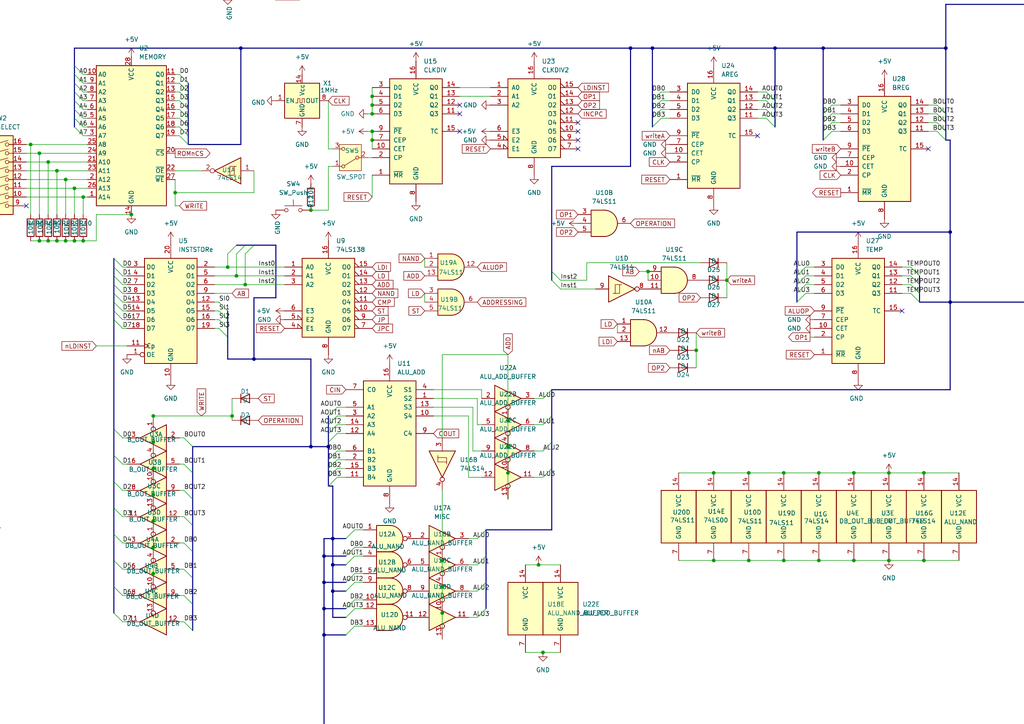
<source format=kicad_sch>
(kicad_sch (version 20231120) (generator "eeschema") (generator_version "8.0")
  (paper "A4")
  (junction (at 445.77 163.83))
  (junction (at 16.51 49.53))
  (junction (at 44.45 151.13))
  (junction (at 325.12 12.7))
  (junction (at 392.43 -106.68))
  (junction (at -7.62 41.91))
  (junction (at 445.77 60.96))
  (junction (at 295.91 -36.83))
  (junction (at 74.93 259.08))
  (junction (at 210.82 81.28))
  (junction (at 374.65 -74.93))
  (junction (at 107.95 33.02))
  (junction (at 472.44 -114.3))
  (junction (at 445.77 171.45))
  (junction (at 125.73 288.29))
  (junction (at 97.79 215.9))
  (junction (at 96.52 156.21))
  (junction (at 86.36 240.03))
  (junction (at 247.65 137.16))
  (junction (at 147.32 129.54))
  (junction (at 415.29 -15.24))
  (junction (at 156.21 163.83))
  (junction (at 209.55 248.92))
  (junction (at 388.62 26.67))
  (junction (at 19.05 52.07))
  (junction (at 267.97 137.16))
  (junction (at 142.24 247.65))
  (junction (at 58.42 240.03))
  (junction (at 107.95 38.1))
  (junction (at 58.42 247.65))
  (junction (at 68.58 80.01))
  (junction (at 295.91 -64.77))
  (junction (at 24.13 57.15))
  (junction (at 445.77 204.47))
  (junction (at 107.95 27.94))
  (junction (at 288.29 -41.91))
  (junction (at 222.25 -71.12))
  (junction (at 238.76 13.97))
  (junction (at 95.25 288.29))
  (junction (at 204.47 -71.12))
  (junction (at 71.12 82.55))
  (junction (at -7.62 54.61))
  (junction (at -7.62 49.53))
  (junction (at 392.43 33.02))
  (junction (at 44.45 128.27))
  (junction (at 445.77 196.85))
  (junction (at 189.23 13.97))
  (junction (at 93.98 176.53))
  (junction (at 358.14 -80.01))
  (junction (at 472.44 -152.4))
  (junction (at 224.79 13.97))
  (junction (at 107.95 40.64))
  (junction (at 11.43 44.45))
  (junction (at 147.32 121.92))
  (junction (at 445.77 148.59))
  (junction (at 229.87 248.92))
  (junction (at 142.24 240.03))
  (junction (at 44.45 158.75))
  (junction (at 487.68 -101.6))
  (junction (at 130.81 259.08))
  (junction (at 445.77 212.09))
  (junction (at 415.29 10.16))
  (junction (at 445.77 45.72))
  (junction (at 290.83 -49.53))
  (junction (at 341.63 -55.88))
  (junction (at 445.77 189.23))
  (junction (at 187.96 78.74))
  (junction (at 217.17 162.56))
  (junction (at 403.86 -15.24))
  (junction (at 102.87 259.08))
  (junction (at 182.88 13.97))
  (junction (at 207.01 162.56))
  (junction (at 90.17 60.96))
  (junction (at 44.45 120.65))
  (junction (at 21.59 69.85))
  (junction (at 170.18 247.65))
  (junction (at 438.15 10.16))
  (junction (at 201.93 101.6))
  (junction (at 356.87 10.16))
  (junction (at 445.77 114.3))
  (junction (at 16.51 69.85))
  (junction (at 389.89 52.07))
  (junction (at 114.3 240.03))
  (junction (at 335.28 87.63))
  (junction (at 275.59 87.63))
  (junction (at 267.97 162.56))
  (junction (at -7.62 57.15))
  (junction (at 403.86 10.16))
  (junction (at -7.62 52.07))
  (junction (at 173.99 -29.21))
  (junction (at 327.66 -26.67))
  (junction (at 445.77 91.44))
  (junction (at 128.27 170.18))
  (junction (at 227.33 137.16))
  (junction (at 293.37 -57.15))
  (junction (at 93.98 184.15))
  (junction (at 96.52 163.83))
  (junction (at 434.34 240.03))
  (junction (at 73.66 104.14))
  (junction (at 198.12 -38.1))
  (junction (at 472.44 -101.6))
  (junction (at 13.97 69.85))
  (junction (at 90.17 129.54))
  (junction (at 367.03 49.53))
  (junction (at 107.95 30.48))
  (junction (at 334.01 7.62))
  (junction (at 222.25 -96.52))
  (junction (at 227.33 162.56))
  (junction (at 96.52 171.45))
  (junction (at 257.81 162.56))
  (junction (at 93.98 215.9))
  (junction (at 237.49 137.16))
  (junction (at 240.03 248.92))
  (junction (at 93.98 161.29))
  (junction (at 67.31 120.65))
  (junction (at 370.84 -81.28))
  (junction (at 128.27 177.8))
  (junction (at 472.44 -88.9))
  (junction (at 341.63 -52.07))
  (junction (at 44.45 166.37))
  (junction (at 327.66 -31.75))
  (junction (at 327.66 -29.21))
  (junction (at 95.25 129.54))
  (junction (at 11.43 69.85))
  (junction (at 217.17 137.16))
  (junction (at 170.18 240.03))
  (junction (at 209.55 223.52))
  (junction (at 21.59 54.61))
  (junction (at 247.65 162.56))
  (junction (at 24.13 69.85))
  (junction (at 472.44 -127))
  (junction (at 125.73 215.9))
  (junction (at 13.97 46.99))
  (junction (at 445.77 99.06))
  (junction (at 76.2 -1.27))
  (junction (at 274.32 13.97))
  (junction (at 341.63 -59.69))
  (junction (at 187.96 -46.99))
  (junction (at 237.49 162.56))
  (junction (at 445.77 106.68))
  (junction (at 44.45 143.51))
  (junction (at 157.48 189.23))
  (junction (at 207.01 137.16))
  (junction (at 93.98 168.91))
  (junction (at 438.15 -15.24))
  (junction (at -7.62 44.45))
  (junction (at 445.77 156.21))
  (junction (at -7.62 46.99))
  (junction (at 125.73 306.07))
  (junction (at 86.36 247.65))
  (junction (at 44.45 135.89))
  (junction (at 392.43 -74.93))
  (junction (at 275.59 67.31))
  (junction (at 114.3 247.65))
  (junction (at 257.81 137.16))
  (junction (at 219.71 223.52))
  (junction (at 219.71 248.92))
  (junction (at 19.05 69.85))
  (junction (at 128.27 162.56))
  (junction (at 66.04 77.47))
  (junction (at 69.85 13.97))
  (junction (at 472.44 -139.7))
  (junction (at 229.87 223.52))
  (junction (at 69.85 215.9))
  (junction (at 381 76.2))
  (junction (at 204.47 -96.52))
  (junction (at 38.1 62.23))
  (junction (at 472.44 -165.1))
  (junction (at 147.32 137.16))
  (junction (at 50.8 55.88))
  (junction (at 153.67 215.9))
  (junction (at 445.77 53.34))
  (junction (at 8.89 41.91))
  (junction (at 240.03 223.52))
  (no_connect (at 261.62 90.17))
  (no_connect (at 427.99 44.45))
  (no_connect (at 7.62 59.69))
  (no_connect (at 133.35 38.1))
  (no_connect (at 133.35 30.48))
  (no_connect (at 269.24 43.18))
  (no_connect (at 167.64 43.18))
  (no_connect (at 133.35 33.02))
  (no_connect (at 167.64 38.1))
  (no_connect (at 167.64 40.64))
  (no_connect (at 167.64 35.56))
  (no_connect (at 219.71 39.37))
  (bus_entry (at 358.14 -110.49) (size -2.54 -2.54))
  (bus_entry (at 53.34 165.1) (size 2.54 2.54))
  (bus_entry (at 161.29 248.92) (size -2.54 2.54))
  (bus_entry (at 52.07 31.75) (size 2.54 2.54))
  (bus_entry (at 271.78 33.02) (size 2.54 2.54))
  (bus_entry (at 161.29 233.68) (size -2.54 2.54))
  (bus_entry (at 53.34 157.48) (size 2.54 2.54))
  (bus_entry (at 358.14 -102.87) (size -2.54 -2.54))
  (bus_entry (at 102.87 158.75) (size -2.54 2.54))
  (bus_entry (at 66.04 73.66) (size 2.54 -2.54))
  (bus_entry (at 33.02 74.93) (size 2.54 2.54))
  (bus_entry (at 97.79 135.89) (size -2.54 2.54))
  (bus_entry (at 401.32 39.37) (size -2.54 2.54))
  (bus_entry (at 454.66 205.74) (size 2.54 2.54))
  (bus_entry (at 33.02 154.94) (size 2.54 2.54))
  (bus_entry (at 312.42 -77.47) (size 2.54 -2.54))
  (bus_entry (at 394.97 -73.66) (size -2.54 -2.54))
  (bus_entry (at 52.07 29.21) (size 2.54 2.54))
  (bus_entry (at 454.66 92.71) (size 2.54 2.54))
  (bus_entry (at 49.53 241.3) (size -2.54 2.54))
  (bus_entry (at 151.13 248.92) (size 2.54 -2.54))
  (bus_entry (at 241.3 30.48) (size -2.54 2.54))
  (bus_entry (at 288.29 -77.47) (size 2.54 -2.54))
  (bus_entry (at 401.32 36.83) (size -2.54 2.54))
  (bus_entry (at 454.66 198.12) (size 2.54 2.54))
  (bus_entry (at 314.96 -77.47) (size 2.54 -2.54))
  (bus_entry (at 53.34 127) (size 2.54 2.54))
  (bus_entry (at 105.41 248.92) (size -2.54 2.54))
  (bus_entry (at 161.29 241.3) (size -2.54 2.54))
  (bus_entry (at 33.02 124.46) (size 2.54 2.54))
  (bus_entry (at 436.88 182.88) (size -2.54 2.54))
  (bus_entry (at 71.12 73.66) (size 2.54 -2.54))
  (bus_entry (at 95.25 226.06) (size 2.54 -2.54))
  (bus_entry (at 102.87 168.91) (size -2.54 2.54))
  (bus_entry (at 52.07 24.13) (size 2.54 2.54))
  (bus_entry (at 33.02 132.08) (size 2.54 2.54))
  (bus_entry (at 454.66 149.86) (size 2.54 2.54))
  (bus_entry (at 157.48 123.19) (size 2.54 -2.54))
  (bus_entry (at 436.88 190.5) (size -2.54 2.54))
  (bus_entry (at 133.35 233.68) (size -2.54 2.54))
  (bus_entry (at 358.14 -97.79) (size -2.54 -2.54))
  (bus_entry (at 52.07 21.59) (size 2.54 2.54))
  (bus_entry (at 160.02 78.74) (size 2.54 2.54))
  (bus_entry (at 133.35 248.92) (size -2.54 2.54))
  (bus_entry (at 33.02 147.32) (size 2.54 2.54))
  (bus_entry (at 67.31 233.68) (size 2.54 -2.54))
  (bus_entry (at 454.66 157.48) (size 2.54 2.54))
  (bus_entry (at 222.25 34.29) (size 2.54 2.54))
  (bus_entry (at 105.41 241.3) (size -2.54 2.54))
  (bus_entry (at 454.66 39.37) (size 2.54 2.54))
  (bus_entry (at 77.47 241.3) (size -2.54 2.54))
  (bus_entry (at 33.02 170.18) (size 2.54 2.54))
  (bus_entry (at 264.16 77.47) (size 2.54 2.54))
  (bus_entry (at 151.13 233.68) (size 2.54 -2.54))
  (bus_entry (at 271.78 38.1) (size 2.54 2.54))
  (bus_entry (at 21.59 34.29) (size 2.54 2.54))
  (bus_entry (at 179.07 241.3) (size 2.54 -2.54))
  (bus_entry (at 133.35 241.3) (size -2.54 2.54))
  (bus_entry (at 95.25 241.3) (size 2.54 -2.54))
  (bus_entry (at 133.35 226.06) (size -2.54 2.54))
  (bus_entry (at 436.88 205.74) (size -2.54 2.54))
  (bus_entry (at 33.02 90.17) (size 2.54 2.54))
  (bus_entry (at 191.77 26.67) (size -2.54 2.54))
  (bus_entry (at 394.97 -71.12) (size -2.54 -2.54))
  (bus_entry (at 271.78 30.48) (size 2.54 2.54))
  (bus_entry (at 102.87 181.61) (size -2.54 2.54))
  (bus_entry (at 105.41 226.06) (size -2.54 2.54))
  (bus_entry (at 33.02 162.56) (size 2.54 2.54))
  (bus_entry (at 53.34 149.86) (size 2.54 2.54))
  (bus_entry (at 151.13 226.06) (size 2.54 -2.54))
  (bus_entry (at 401.32 34.29) (size -2.54 2.54))
  (bus_entry (at 157.48 130.81) (size 2.54 -2.54))
  (bus_entry (at 179.07 248.92) (size 2.54 -2.54))
  (bus_entry (at 401.32 92.71) (size -2.54 2.54))
  (bus_entry (at 241.3 33.02) (size -2.54 2.54))
  (bus_entry (at 454.66 190.5) (size 2.54 2.54))
  (bus_entry (at 97.79 130.81) (size -2.54 2.54))
  (bus_entry (at 53.34 134.62) (size 2.54 2.54))
  (bus_entry (at 290.83 -77.47) (size 2.54 -2.54))
  (bus_entry (at 21.59 19.05) (size 2.54 2.54))
  (bus_entry (at 102.87 166.37) (size -2.54 2.54))
  (bus_entry (at 271.78 35.56) (size 2.54 2.54))
  (bus_entry (at 52.07 26.67) (size 2.54 2.54))
  (bus_entry (at 222.25 31.75) (size 2.54 2.54))
  (bus_entry (at 307.34 -77.47) (size 2.54 -2.54))
  (bus_entry (at 454.66 31.75) (size 2.54 2.54))
  (bus_entry (at 33.02 87.63) (size 2.54 2.54))
  (bus_entry (at 233.68 82.55) (size -2.54 2.54))
  (bus_entry (at 222.25 26.67) (size 2.54 2.54))
  (bus_entry (at 53.34 172.72) (size 2.54 2.54))
  (bus_entry (at 233.68 77.47) (size -2.54 2.54))
  (bus_entry (at 21.59 21.59) (size 2.54 2.54))
  (bus_entry (at 454.66 107.95) (size 2.54 2.54))
  (bus_entry (at 358.14 -107.95) (size -2.54 -2.54))
  (bus_entry (at 67.31 226.06) (size 2.54 -2.54))
  (bus_entry (at 123.19 233.68) (size 2.54 -2.54))
  (bus_entry (at 454.66 46.99) (size 2.54 2.54))
  (bus_entry (at 138.43 163.83) (size 2.54 -2.54))
  (bus_entry (at 63.5 92.71) (size 2.54 2.54))
  (bus_entry (at 454.66 182.88) (size 2.54 2.54))
  (bus_entry (at 358.14 -90.17) (size -2.54 -2.54))
  (bus_entry (at 53.34 180.34) (size 2.54 2.54))
  (bus_entry (at 358.14 -87.63) (size -2.54 -2.54))
  (bus_entry (at 52.07 34.29) (size 2.54 2.54))
  (bus_entry (at 138.43 171.45) (size 2.54 -2.54))
  (bus_entry (at 358.14 -118.11) (size -2.54 -2.54))
  (bus_entry (at 264.16 80.01) (size 2.54 2.54))
  (bus_entry (at 67.31 241.3) (size 2.54 -2.54))
  (bus_entry (at 401.32 90.17) (size -2.54 2.54))
  (bus_entry (at 52.07 36.83) (size 2.54 2.54))
  (bus_entry (at 157.48 138.43) (size 2.54 -2.54))
  (bus_entry (at 97.79 123.19) (size -2.54 2.54))
  (bus_entry (at 394.97 -68.58) (size -2.54 -2.54))
  (bus_entry (at 77.47 226.06) (size -2.54 2.54))
  (bus_entry (at 77.47 233.68) (size -2.54 2.54))
  (bus_entry (at 21.59 36.83) (size 2.54 2.54))
  (bus_entry (at 49.53 233.68) (size -2.54 2.54))
  (bus_entry (at 157.48 115.57) (size 2.54 -2.54))
  (bus_entry (at 123.19 241.3) (size 2.54 -2.54))
  (bus_entry (at 161.29 226.06) (size -2.54 2.54))
  (bus_entry (at 358.14 -120.65) (size -2.54 -2.54))
  (bus_entry (at 241.3 35.56) (size -2.54 2.54))
  (bus_entry (at 233.68 80.01) (size -2.54 2.54))
  (bus_entry (at 53.34 142.24) (size 2.54 2.54))
  (bus_entry (at 191.77 29.21) (size -2.54 2.54))
  (bus_entry (at 454.66 142.24) (size 2.54 2.54))
  (bus_entry (at 191.77 34.29) (size -2.54 2.54))
  (bus_entry (at 179.07 226.06) (size 2.54 -2.54))
  (bus_entry (at 63.5 87.63) (size 2.54 2.54))
  (bus_entry (at 33.02 77.47) (size 2.54 2.54))
  (bus_entry (at 21.59 24.13) (size 2.54 2.54))
  (bus_entry (at 264.16 85.09) (size 2.54 2.54))
  (bus_entry (at 102.87 161.29) (size -2.54 2.54))
  (bus_entry (at 123.19 248.92) (size 2.54 -2.54))
  (bus_entry (at 67.31 248.92) (size 2.54 -2.54))
  (bus_entry (at 68.58 73.66) (size 2.54 -2.54))
  (bus_entry (at 358.14 -123.19) (size -2.54 -2.54))
  (bus_entry (at 97.79 138.43) (size -2.54 2.54))
  (bus_entry (at 309.88 -77.47) (size 2.54 -2.54))
  (bus_entry (at 138.43 179.07) (size 2.54 -2.54))
  (bus_entry (at 95.25 248.92) (size 2.54 -2.54))
  (bus_entry (at 77.47 248.92) (size -2.54 2.54))
  (bus_entry (at 401.32 85.09) (size -2.54 2.54))
  (bus_entry (at 295.91 -77.47) (size 2.54 -2.54))
  (bus_entry (at 222.25 29.21) (size 2.54 2.54))
  (bus_entry (at 102.87 176.53) (size -2.54 2.54))
  (bus_entry (at 436.88 198.12) (size -2.54 2.54))
  (bus_entry (at 97.79 120.65) (size -2.54 2.54))
  (bus_entry (at 241.3 38.1) (size -2.54 2.54))
  (bus_entry (at 454.66 85.09) (size 2.54 2.54))
  (bus_entry (at 97.79 133.35) (size -2.54 2.54))
  (bus_entry (at 160.02 81.28) (size 2.54 2.54))
  (bus_entry (at 191.77 31.75) (size -2.54 2.54))
  (bus_entry (at 21.59 31.75) (size 2.54 2.54))
  (bus_entry (at 33.02 85.09) (size 2.54 2.54))
  (bus_entry (at 63.5 95.25) (size 2.54 2.54))
  (bus_entry (at 401.32 31.75) (size -2.54 2.54))
  (bus_entry (at 454.66 100.33) (size 2.54 2.54))
  (bus_entry (at 358.14 -105.41) (size -2.54 -2.54))
  (bus_entry (at 454.66 165.1) (size 2.54 2.54))
  (bus_entry (at 401.32 87.63) (size -2.54 2.54))
  (bus_entry (at 33.02 82.55) (size 2.54 2.54))
  (bus_entry (at 95.25 233.68) (size 2.54 -2.54))
  (bus_entry (at 179.07 233.68) (size 2.54 -2.54))
  (bus_entry (at 49.53 248.92) (size -2.54 2.54))
  (bus_entry (at 97.79 118.11) (size -2.54 2.54))
  (bus_entry (at 33.02 80.01) (size 2.54 2.54))
  (bus_entry (at 63.5 90.17) (size 2.54 2.54))
  (bus_entry (at 97.79 125.73) (size -2.54 2.54))
  (bus_entry (at 358.14 -92.71) (size -2.54 -2.54))
  (bus_entry (at 21.59 29.21) (size 2.54 2.54))
  (bus_entry (at 123.19 226.06) (size 2.54 -2.54))
  (bus_entry (at 52.07 39.37) (size 2.54 2.54))
  (bus_entry (at 358.14 -100.33) (size -2.54 -2.54))
  (bus_entry (at 105.41 233.68) (size -2.54 2.54))
  (bus_entry (at 233.68 85.09) (size -2.54 2.54))
  (bus_entry (at 102.87 153.67) (size -2.54 2.54))
  (bus_entry (at 49.53 226.06) (size -2.54 2.54))
  (bus_entry (at 33.02 177.8) (size 2.54 2.54))
  (bus_entry (at 21.59 26.67) (size 2.54 2.54))
  (bus_entry (at 358.14 -95.25) (size -2.54 -2.54))
  (bus_entry (at 33.02 139.7) (size 2.54 2.54))
  (bus_entry (at 138.43 156.21) (size 2.54 -2.54))
  (bus_entry (at 358.14 -115.57) (size -2.54 -2.54))
  (bus_entry (at 33.02 92.71) (size 2.54 2.54))
  (bus_entry (at 264.16 82.55) (size 2.54 2.54))
  (bus_entry (at 293.37 -77.47) (size 2.54 -2.54))
  (bus_entry (at 151.13 241.3) (size 2.54 -2.54))
  (bus_entry (at 454.66 54.61) (size 2.54 2.54))
  (bus_entry (at 358.14 -113.03) (size -2.54 -2.54))
  (bus_entry (at 102.87 173.99) (size -2.54 2.54))
  (bus_entry (at 358.14 -125.73) (size -2.54 -2.54))
  (bus (pts (xy 46.99 215.9) (xy 69.85 215.9)))
  (bus (pts (xy 33.02 139.7) (xy 33.02 147.32)))
  (wire (pts (xy 401.32 92.71) (xy 402.59 92.71)))
  (wire (pts (xy 433.07 107.95) (xy 438.15 107.95)))
  (wire (pts (xy 13.97 69.85) (xy 11.43 69.85)))
  (bus (pts (xy 73.66 71.12) (xy 80.01 71.12)))
  (wire (pts (xy 187.96 -53.34) (xy 187.96 -46.99)))
  (bus (pts (xy 21.59 31.75) (xy 21.59 34.29)))
  (wire (pts (xy 24.13 24.13) (xy 25.4 24.13)))
  (wire (pts (xy 427.99 97.79) (xy 431.8 97.79)))
  (bus (pts (xy 189.23 13.97) (xy 224.79 13.97)))
  (wire (pts (xy 381 76.2) (xy 392.43 76.2)))
  (bus (pts (xy 434.34 240.03) (xy 335.28 240.03)))
  (wire (pts (xy 309.88 -54.61) (xy 318.77 -54.61)))
  (wire (pts (xy 35.56 77.47) (xy 36.83 77.47)))
  (bus (pts (xy 434.34 185.42) (xy 434.34 193.04)))
  (wire (pts (xy 434.34 -101.6) (xy 464.82 -101.6)))
  (wire (pts (xy 71.12 73.66) (xy 71.12 82.55)))
  (wire (pts (xy 201.93 101.6) (xy 201.93 106.68)))
  (wire (pts (xy 24.13 57.15) (xy 24.13 62.23)))
  (wire (pts (xy 438.15 34.29) (xy 438.15 39.37)))
  (bus (pts (xy 96.52 171.45) (xy 100.33 171.45)))
  (bus (pts (xy 69.85 13.97) (xy 182.88 13.97)))
  (bus (pts (xy 95.25 128.27) (xy 95.25 129.54)))
  (wire (pts (xy 233.68 82.55) (xy 236.22 82.55)))
  (wire (pts (xy 381 73.66) (xy 381 76.2)))
  (wire (pts (xy 157.48 189.23) (xy 162.56 189.23)))
  (wire (pts (xy 44.45 135.89) (xy 44.45 143.51)))
  (wire (pts (xy 128.27 142.24) (xy 128.27 162.56)))
  (wire (pts (xy 52.07 127) (xy 53.34 127)))
  (wire (pts (xy 219.71 29.21) (xy 222.25 29.21)))
  (wire (pts (xy 472.44 -127) (xy 472.44 -114.3)))
  (bus (pts (xy 374.65 -74.93) (xy 374.65 1.27)))
  (bus (pts (xy 46.99 251.46) (xy 46.99 259.08)))
  (bus (pts (xy 398.78 90.17) (xy 398.78 92.71)))
  (wire (pts (xy 453.39 157.48) (xy 454.66 157.48)))
  (wire (pts (xy 58.42 247.65) (xy 58.42 255.27)))
  (bus (pts (xy 95.25 123.19) (xy 95.25 125.73)))
  (bus (pts (xy 46.99 259.08) (xy 74.93 259.08)))
  (wire (pts (xy 173.99 -29.21) (xy 173.99 -25.4)))
  (bus (pts (xy 358.14 -105.41) (xy 358.14 -102.87)))
  (bus (pts (xy 54.61 39.37) (xy 54.61 41.91)))
  (wire (pts (xy 388.62 26.67) (xy 388.62 29.21)))
  (bus (pts (xy 69.85 238.76) (xy 69.85 231.14)))
  (wire (pts (xy 97.79 138.43) (xy 100.33 138.43)))
  (wire (pts (xy 52.07 180.34) (xy 53.34 180.34)))
  (wire (pts (xy 438.15 -15.24) (xy 462.28 -15.24)))
  (wire (pts (xy 78.74 -1.27) (xy 76.2 -1.27)))
  (bus (pts (xy 160.02 48.26) (xy 182.88 48.26)))
  (bus (pts (xy 274.32 33.02) (xy 274.32 35.56)))
  (wire (pts (xy 50.8 49.53) (xy 58.42 49.53)))
  (bus (pts (xy 160.02 78.74) (xy 160.02 81.28)))
  (wire (pts (xy 21.59 54.61) (xy 25.4 54.61)))
  (wire (pts (xy 58.42 232.41) (xy 58.42 240.03)))
  (bus (pts (xy 181.61 238.76) (xy 181.61 231.14)))
  (wire (pts (xy 35.56 92.71) (xy 36.83 92.71)))
  (bus (pts (xy 100.33 168.91) (xy 93.98 168.91)))
  (wire (pts (xy 327.66 -31.75) (xy 327.66 -29.21)))
  (bus (pts (xy 358.14 -100.33) (xy 358.14 -97.79)))
  (wire (pts (xy 403.86 10.16) (xy 415.29 10.16)))
  (bus (pts (xy 238.76 13.97) (xy 274.32 13.97)))
  (wire (pts (xy 147.32 129.54) (xy 147.32 121.92)))
  (wire (pts (xy 191.77 31.75) (xy 194.31 31.75)))
  (wire (pts (xy 453.39 205.74) (xy 454.66 205.74)))
  (wire (pts (xy 95.25 241.3) (xy 93.98 241.3)))
  (bus (pts (xy 358.14 -92.71) (xy 358.14 -90.17)))
  (wire (pts (xy 35.56 149.86) (xy 36.83 149.86)))
  (wire (pts (xy 222.25 -71.12) (xy 242.57 -71.12)))
  (bus (pts (xy 55.88 129.54) (xy 90.17 129.54)))
  (bus (pts (xy 182.88 13.97) (xy 189.23 13.97)))
  (wire (pts (xy 167.64 284.48) (xy 167.64 289.56)))
  (wire (pts (xy 382.27 93.98) (xy 382.27 105.41)))
  (wire (pts (xy 170.18 247.65) (xy 170.18 255.27)))
  (wire (pts (xy 207.01 162.56) (xy 217.17 162.56)))
  (wire (pts (xy 350.52 -118.11) (xy 355.6 -118.11)))
  (wire (pts (xy 226.06 -41.91) (xy 226.06 -38.1)))
  (wire (pts (xy 170.18 81.28) (xy 170.18 76.2)))
  (wire (pts (xy 44.45 166.37) (xy 44.45 173.99)))
  (bus (pts (xy 160.02 153.67) (xy 160.02 135.89)))
  (wire (pts (xy 472.44 -177.8) (xy 472.44 -165.1)))
  (wire (pts (xy 295.91 -36.83) (xy 320.04 -36.83)))
  (wire (pts (xy 35.56 127) (xy 36.83 127)))
  (wire (pts (xy 269.24 30.48) (xy 271.78 30.48)))
  (bus (pts (xy 158.75 243.84) (xy 158.75 251.46)))
  (bus (pts (xy 181.61 238.76) (xy 181.61 246.38)))
  (bus (pts (xy 189.23 36.83) (xy 189.23 34.29)))
  (wire (pts (xy 447.04 -146.05) (xy 447.04 -60.96)))
  (wire (pts (xy 453.39 92.71) (xy 454.66 92.71)))
  (wire (pts (xy 389.89 46.99) (xy 402.59 46.99)))
  (wire (pts (xy 320.04 -21.59) (xy 288.29 -21.59)))
  (bus (pts (xy 93.98 161.29) (xy 93.98 156.21)))
  (wire (pts (xy 472.44 -165.1) (xy 472.44 -152.4)))
  (wire (pts (xy 191.77 29.21) (xy 194.31 29.21)))
  (wire (pts (xy 7.62 44.45) (xy 11.43 44.45)))
  (wire (pts (xy 241.3 30.48) (xy 243.84 30.48)))
  (wire (pts (xy 445.77 99.06) (xy 445.77 91.44)))
  (bus (pts (xy 398.78 87.63) (xy 335.28 87.63)))
  (bus (pts (xy 266.7 80.01) (xy 266.7 82.55)))
  (wire (pts (xy 445.77 53.34) (xy 445.77 45.72)))
  (wire (pts (xy 427.99 31.75) (xy 438.15 31.75)))
  (bus (pts (xy 293.37 -80.01) (xy 295.91 -80.01)))
  (wire (pts (xy 267.97 137.16) (xy 278.13 137.16)))
  (wire (pts (xy 444.5 -127) (xy 464.82 -127)))
  (bus (pts (xy 33.02 92.71) (xy 33.02 124.46)))
  (wire (pts (xy 427.99 90.17) (xy 434.34 90.17)))
  (wire (pts (xy 218.44 -44.45) (xy 220.98 -44.45)))
  (wire (pts (xy 341.63 -52.07) (xy 341.63 -44.45)))
  (wire (pts (xy 453.39 31.75) (xy 454.66 31.75)))
  (bus (pts (xy 238.76 33.02) (xy 238.76 35.56)))
  (wire (pts (xy 7.62 46.99) (xy 13.97 46.99)))
  (wire (pts (xy 142.24 232.41) (xy 142.24 240.03)))
  (bus (pts (xy 457.2 193.04) (xy 457.2 200.66)))
  (bus (pts (xy 21.59 24.13) (xy 21.59 26.67)))
  (wire (pts (xy 427.99 87.63) (xy 438.15 87.63)))
  (bus (pts (xy 457.2 240.03) (xy 434.34 240.03)))
  (wire (pts (xy 217.17 162.56) (xy 227.33 162.56)))
  (bus (pts (xy 95.25 138.43) (xy 95.25 140.97)))
  (wire (pts (xy 180.34 -63.5) (xy 180.34 -53.34)))
  (wire (pts (xy 19.05 52.07) (xy 19.05 62.23)))
  (bus (pts (xy 457.2 185.42) (xy 457.2 193.04)))
  (wire (pts (xy 218.44 -30.48) (xy 220.98 -30.48)))
  (wire (pts (xy 327.66 -29.21) (xy 327.66 -26.67)))
  (wire (pts (xy 295.91 -15.24) (xy 295.91 -36.83)))
  (wire (pts (xy 350.52 -125.73) (xy 355.6 -125.73)))
  (wire (pts (xy 341.63 -55.88) (xy 341.63 -52.07)))
  (bus (pts (xy 274.32 40.64) (xy 274.32 38.1)))
  (wire (pts (xy 229.87 223.52) (xy 240.03 223.52)))
  (wire (pts (xy -19.05 179.07) (xy -19.05 181.61)))
  (wire (pts (xy 247.65 137.16) (xy 257.81 137.16)))
  (wire (pts (xy 196.85 137.16) (xy 207.01 137.16)))
  (wire (pts (xy 105.41 226.06) (xy 106.68 226.06)))
  (bus (pts (xy 153.67 238.76) (xy 153.67 231.14)))
  (wire (pts (xy 179.07 241.3) (xy 177.8 241.3)))
  (wire (pts (xy 27.94 100.33) (xy 36.83 100.33)))
  (bus (pts (xy 80.01 86.36) (xy 80.01 71.12)))
  (bus (pts (xy 189.23 13.97) (xy 189.23 29.21)))
  (bus (pts (xy 102.87 243.84) (xy 102.87 251.46)))
  (wire (pts (xy 151.13 241.3) (xy 149.86 241.3)))
  (wire (pts (xy 431.8 -68.58) (xy 421.64 -68.58)))
  (wire (pts (xy 107.95 38.1) (xy 107.95 40.64)))
  (wire (pts (xy 445.77 106.68) (xy 445.77 99.06)))
  (wire (pts (xy 52.07 172.72) (xy 53.34 172.72)))
  (wire (pts (xy 157.48 123.19) (xy 154.94 123.19)))
  (bus (pts (xy 66.04 104.14) (xy 66.04 97.79)))
  (wire (pts (xy 344.17 17.78) (xy 349.25 17.78)))
  (wire (pts (xy 436.88 -66.04) (xy 421.64 -66.04)))
  (bus (pts (xy 66.04 95.25) (xy 66.04 97.79)))
  (bus (pts (xy 457.2 102.87) (xy 457.2 110.49)))
  (wire (pts (xy 237.49 162.56) (xy 247.65 162.56)))
  (wire (pts (xy 168.91 303.53) (xy 168.91 308.61)))
  (wire (pts (xy 52.07 157.48) (xy 53.34 157.48)))
  (wire (pts (xy 13.97 46.99) (xy 13.97 62.23)))
  (wire (pts (xy 179.07 233.68) (xy 177.8 233.68)))
  (wire (pts (xy 415.29 10.16) (xy 438.15 10.16)))
  (wire (pts (xy 151.13 248.92) (xy 149.86 248.92)))
  (wire (pts (xy 102.87 173.99) (xy 105.41 173.99)))
  (wire (pts (xy 241.3 -44.45) (xy 243.84 -44.45)))
  (wire (pts (xy 50.8 21.59) (xy 52.07 21.59)))
  (wire (pts (xy 325.12 12.7) (xy 334.01 12.7)))
  (wire (pts (xy 24.13 69.85) (xy 21.59 69.85)))
  (wire (pts (xy 445.77 171.45) (xy 445.77 189.23)))
  (wire (pts (xy 35.56 157.48) (xy 36.83 157.48)))
  (wire (pts (xy 452.12 -158.75) (xy 452.12 -58.42)))
  (bus (pts (xy 33.02 77.47) (xy 33.02 80.01)))
  (bus (pts (xy 33.02 147.32) (xy 33.02 154.94)))
  (wire (pts (xy 52.07 59.69) (xy 50.8 59.69)))
  (wire (pts (xy 350.52 -120.65) (xy 355.6 -120.65)))
  (wire (pts (xy 67.31 226.06) (xy 66.04 226.06)))
  (wire (pts (xy 129.54 306.07) (xy 125.73 306.07)))
  (bus (pts (xy 398.78 36.83) (xy 398.78 39.37)))
  (wire (pts (xy 179.07 248.92) (xy 177.8 248.92)))
  (wire (pts (xy 173.99 -29.21) (xy 180.34 -29.21)))
  (bus (pts (xy 295.91 -80.01) (xy 298.45 -80.01)))
  (wire (pts (xy 173.99 -31.75) (xy 173.99 -29.21)))
  (bus (pts (xy 33.02 132.08) (xy 33.02 139.7)))
  (bus (pts (xy 140.97 161.29) (xy 140.97 168.91)))
  (bus (pts (xy 125.73 215.9) (xy 125.73 223.52)))
  (wire (pts (xy 334.01 7.62) (xy 334.01 10.16)))
  (bus (pts (xy 457.2 167.64) (xy 457.2 185.42)))
  (wire (pts (xy 147.32 121.92) (xy 147.32 102.87)))
  (wire (pts (xy 392.43 26.67) (xy 388.62 26.67)))
  (wire (pts (xy 207.01 137.16) (xy 217.17 137.16)))
  (wire (pts (xy 95.25 226.06) (xy 93.98 226.06)))
  (bus (pts (xy 392.43 -73.66) (xy 392.43 -74.93)))
  (wire (pts (xy 128.27 127) (xy 128.27 102.87)))
  (wire (pts (xy 204.47 -71.12) (xy 222.25 -71.12)))
  (wire (pts (xy 449.58 -139.7) (xy 464.82 -139.7)))
  (bus (pts (xy 130.81 259.08) (xy 130.81 251.46)))
  (wire (pts (xy 52.07 165.1) (xy 53.34 165.1)))
  (bus (pts (xy 55.88 160.02) (xy 55.88 167.64)))
  (wire (pts (xy 445.77 148.59) (xy 445.77 156.21)))
  (wire (pts (xy 436.88 -120.65) (xy 436.88 -66.04)))
  (bus (pts (xy 457.2 34.29) (xy 457.2 41.91)))
  (wire (pts (xy 290.83 -49.53) (xy 318.77 -49.53)))
  (wire (pts (xy 167.64 269.24) (xy 167.64 274.32)))
  (bus (pts (xy 130.81 228.6) (xy 130.81 236.22)))
  (wire (pts (xy 341.63 -59.69) (xy 341.63 -55.88)))
  (wire (pts (xy 49.53 233.68) (xy 50.8 233.68)))
  (wire (pts (xy 179.07 226.06) (xy 177.8 226.06)))
  (wire (pts (xy 219.71 223.52) (xy 229.87 223.52)))
  (wire (pts (xy 11.43 69.85) (xy 8.89 69.85)))
  (wire (pts (xy 438.15 87.63) (xy 438.15 92.71)))
  (bus (pts (xy 69.85 215.9) (xy 93.98 215.9)))
  (wire (pts (xy 288.29 -77.47) (xy 288.29 -41.91)))
  (bus (pts (xy 335.28 87.63) (xy 335.28 240.03)))
  (wire (pts (xy 261.62 85.09) (xy 264.16 85.09)))
  (bus (pts (xy 358.14 -123.19) (xy 358.14 -120.65)))
  (wire (pts (xy 66.04 73.66) (xy 66.04 77.47)))
  (bus (pts (xy 457.2 95.25) (xy 457.2 102.87)))
  (wire (pts (xy 233.68 80.01) (xy 236.22 80.01)))
  (wire (pts (xy 388.62 24.13) (xy 388.62 26.67)))
  (wire (pts (xy 383.54 119.38) (xy 383.54 121.92)))
  (bus (pts (xy 21.59 26.67) (xy 21.59 29.21)))
  (wire (pts (xy 24.13 31.75) (xy 25.4 31.75)))
  (bus (pts (xy 238.76 35.56) (xy 238.76 38.1)))
  (wire (pts (xy 102.87 158.75) (xy 105.41 158.75)))
  (wire (pts (xy 97.79 135.89) (xy 100.33 135.89)))
  (wire (pts (xy 16.51 49.53) (xy 16.51 62.23)))
  (bus (pts (xy 100.33 184.15) (xy 93.98 184.15)))
  (bus (pts (xy 153.67 215.9) (xy 153.67 223.52)))
  (bus (pts (xy 21.59 13.97) (xy 21.59 19.05)))
  (wire (pts (xy 472.44 -101.6) (xy 472.44 -88.9)))
  (wire (pts (xy 350.52 -128.27) (xy 355.6 -128.27)))
  (wire (pts (xy 426.72 -95.25) (xy 426.72 -71.12)))
  (wire (pts (xy 73.66 49.53) (xy 73.66 55.88)))
  (bus (pts (xy 231.14 85.09) (xy 231.14 87.63)))
  (wire (pts (xy 21.59 54.61) (xy 21.59 62.23)))
  (wire (pts (xy 415.29 -15.24) (xy 438.15 -15.24)))
  (bus (pts (xy 96.52 140.97) (xy 95.25 140.97)))
  (bus (pts (xy 74.93 228.6) (xy 74.93 236.22)))
  (wire (pts (xy 290.83 -77.47) (xy 290.83 -49.53)))
  (bus (pts (xy 33.02 154.94) (xy 33.02 162.56)))
  (wire (pts (xy 135.89 156.21) (xy 138.43 156.21)))
  (wire (pts (xy 35.56 142.24) (xy 36.83 142.24)))
  (bus (pts (xy 93.98 168.91) (xy 93.98 176.53)))
  (bus (pts (xy 238.76 38.1) (xy 238.76 40.64)))
  (bus (pts (xy 358.14 -120.65) (xy 358.14 -118.11)))
  (wire (pts (xy 219.71 34.29) (xy 222.25 34.29)))
  (wire (pts (xy 137.16 130.81) (xy 139.7 130.81)))
  (bus (pts (xy 73.66 86.36) (xy 80.01 86.36)))
  (wire (pts (xy 378.46 71.12) (xy 378.46 54.61)))
  (bus (pts (xy 153.67 223.52) (xy 153.67 231.14)))
  (wire (pts (xy 220.98 -44.45) (xy 220.98 -46.99)))
  (wire (pts (xy 97.79 133.35) (xy 100.33 133.35)))
  (wire (pts (xy 49.53 226.06) (xy 50.8 226.06)))
  (wire (pts (xy 68.58 80.01) (xy 82.55 80.01)))
  (bus (pts (xy 54.61 26.67) (xy 54.61 29.21)))
  (wire (pts (xy 24.13 57.15) (xy 25.4 57.15)))
  (wire (pts (xy 137.16 118.11) (xy 137.16 130.81)))
  (bus (pts (xy 457.2 144.78) (xy 457.2 152.4)))
  (bus (pts (xy 95.25 133.35) (xy 95.25 135.89)))
  (bus (pts (xy 33.02 74.93) (xy 33.02 77.47)))
  (bus (pts (xy 298.45 -80.01) (xy 309.88 -80.01)))
  (bus (pts (xy 69.85 13.97) (xy 69.85 41.91)))
  (bus (pts (xy 358.14 -80.01) (xy 358.14 -74.93)))
  (bus (pts (xy 125.73 246.38) (xy 125.73 238.76)))
  (wire (pts (xy 58.42 240.03) (xy 58.42 247.65)))
  (wire (pts (xy 13.97 46.99) (xy 25.4 46.99)))
  (wire (pts (xy 472.44 -152.4) (xy 472.44 -139.7)))
  (bus (pts (xy 33.02 162.56) (xy 33.02 170.18)))
  (bus (pts (xy 69.85 41.91) (xy 54.61 41.91)))
  (wire (pts (xy 19.05 69.85) (xy 16.51 69.85)))
  (bus (pts (xy 96.52 156.21) (xy 96.52 140.97)))
  (bus (pts (xy 275.59 67.31) (xy 275.59 87.63)))
  (wire (pts (xy 50.8 26.67) (xy 52.07 26.67)))
  (wire (pts (xy 453.39 142.24) (xy 454.66 142.24)))
  (wire (pts (xy 269.24 33.02) (xy 271.78 33.02)))
  (wire (pts (xy 105.41 233.68) (xy 106.68 233.68)))
  (bus (pts (xy 55.88 167.64) (xy 55.88 175.26)))
  (wire (pts (xy 392.43 33.02) (xy 392.43 44.45)))
  (bus (pts (xy 374.65 1.27) (xy 274.32 1.27)))
  (wire (pts (xy 392.43 76.2) (xy 392.43 97.79)))
  (bus (pts (xy 73.66 104.14) (xy 66.04 104.14)))
  (wire (pts (xy -13.97 171.45) (xy -13.97 168.91)))
  (wire (pts (xy 125.73 288.29) (xy 125.73 293.37)))
  (wire (pts (xy -7.62 41.91) (xy -7.62 44.45)))
  (wire (pts (xy 102.87 181.61) (xy 105.41 181.61)))
  (bus (pts (xy 160.02 113.03) (xy 275.59 113.03)))
  (wire (pts (xy 488.95 -82.55) (xy 490.22 -82.55)))
  (wire (pts (xy 402.59 119.38) (xy 402.59 110.49)))
  (wire (pts (xy 241.3 35.56) (xy 243.84 35.56)))
  (bus (pts (xy 96.52 163.83) (xy 100.33 163.83)))
  (wire (pts (xy 453.39 39.37) (xy 454.66 39.37)))
  (wire (pts (xy 436.88 198.12) (xy 438.15 198.12)))
  (wire (pts (xy 38.1 62.23) (xy 27.94 62.23)))
  (bus (pts (xy 96.52 171.45) (xy 96.52 179.07)))
  (wire (pts (xy 100.33 125.73) (xy 97.79 125.73)))
  (wire (pts (xy 49.53 241.3) (xy 50.8 241.3)))
  (bus (pts (xy 68.58 71.12) (xy 71.12 71.12)))
  (wire (pts (xy 241.3 38.1) (xy 243.84 38.1)))
  (bus (pts (xy 274.32 35.56) (xy 274.32 38.1)))
  (wire (pts (xy 453.39 54.61) (xy 454.66 54.61)))
  (wire (pts (xy 318.77 -62.23) (xy 312.42 -62.23)))
  (wire (pts (xy 350.52 -97.79) (xy 355.6 -97.79)))
  (wire (pts (xy 269.24 35.56) (xy 271.78 35.56)))
  (wire (pts (xy 50.8 24.13) (xy 52.07 24.13)))
  (bus (pts (xy 358.14 -125.73) (xy 358.14 -123.19)))
  (wire (pts (xy 147.32 137.16) (xy 147.32 144.78)))
  (wire (pts (xy 35.56 90.17) (xy 36.83 90.17)))
  (wire (pts (xy 139.7 113.03) (xy 139.7 115.57)))
  (bus (pts (xy 231.14 82.55) (xy 231.14 85.09)))
  (wire (pts (xy 217.17 137.16) (xy 227.33 137.16)))
  (wire (pts (xy 314.96 -77.47) (xy 314.96 -69.85)))
  (bus (pts (xy 358.14 -97.79) (xy 358.14 -95.25)))
  (bus (pts (xy 275.59 40.64) (xy 275.59 67.31)))
  (wire (pts (xy 341.63 -67.31) (xy 341.63 -59.69)))
  (wire (pts (xy 401.32 31.75) (xy 402.59 31.75)))
  (wire (pts (xy 16.51 49.53) (xy 25.4 49.53)))
  (wire (pts (xy 288.29 -41.91) (xy 318.77 -41.91)))
  (wire (pts (xy 445.77 60.96) (xy 445.77 53.34)))
  (wire (pts (xy 392.43 97.79) (xy 402.59 97.79)))
  (wire (pts (xy 457.2 -171.45) (xy 457.2 -55.88)))
  (wire (pts (xy 350.52 -113.03) (xy 355.6 -113.03)))
  (wire (pts (xy 204.47 -96.52) (xy 222.25 -96.52)))
  (wire (pts (xy 487.68 -101.6) (xy 492.76 -101.6)))
  (bus (pts (xy 55.88 137.16) (xy 55.88 144.78)))
  (wire (pts (xy 293.37 -77.47) (xy 293.37 -57.15)))
  (wire (pts (xy 16.51 69.85) (xy 13.97 69.85)))
  (bus (pts (xy 100.33 156.21) (xy 96.52 156.21)))
  (bus (pts (xy 69.85 223.52) (xy 69.85 231.14)))
  (wire (pts (xy 187.96 78.74) (xy 187.96 81.28)))
  (wire (pts (xy 453.39 190.5) (xy 454.66 190.5)))
  (bus (pts (xy 102.87 259.08) (xy 130.81 259.08)))
  (bus (pts (xy 358.14 -90.17) (xy 358.14 -87.63)))
  (wire (pts (xy 436.88 205.74) (xy 438.15 205.74)))
  (wire (pts (xy 180.34 -38.1) (xy 198.12 -38.1)))
  (wire (pts (xy 102.87 166.37) (xy 105.41 166.37)))
  (wire (pts (xy 434.34 100.33) (xy 438.15 100.33)))
  (wire (pts (xy 102.87 168.91) (xy 105.41 168.91)))
  (wire (pts (xy 35.56 82.55) (xy 36.83 82.55)))
  (bus (pts (xy 93.98 176.53) (xy 93.98 184.15)))
  (wire (pts (xy 433.07 92.71) (xy 433.07 107.95)))
  (wire (pts (xy 138.43 171.45) (xy 135.89 171.45)))
  (bus (pts (xy 181.61 215.9) (xy 153.67 215.9)))
  (wire (pts (xy 135.89 163.83) (xy 138.43 163.83)))
  (wire (pts (xy 350.52 -110.49) (xy 355.6 -110.49)))
  (wire (pts (xy 62.23 80.01) (xy 68.58 80.01)))
  (wire (pts (xy 427.99 34.29) (xy 438.15 34.29)))
  (wire (pts (xy 392.43 10.16) (xy 403.86 10.16)))
  (wire (pts (xy 219.71 31.75) (xy 222.25 31.75)))
  (wire (pts (xy 344.17 33.02) (xy 344.17 116.84)))
  (bus (pts (xy 46.99 228.6) (xy 46.99 236.22)))
  (bus (pts (xy 46.99 243.84) (xy 46.99 251.46)))
  (wire (pts (xy 123.19 241.3) (xy 121.92 241.3)))
  (wire (pts (xy 95.25 248.92) (xy 93.98 248.92)))
  (wire (pts (xy 8.89 41.91) (xy 8.89 62.23)))
  (bus (pts (xy 54.61 24.13) (xy 54.61 26.67)))
  (bus (pts (xy 182.88 48.26) (xy 182.88 13.97)))
  (wire (pts (xy 267.97 162.56) (xy 278.13 162.56)))
  (wire (pts (xy 27.94 69.85) (xy 24.13 69.85)))
  (wire (pts (xy 123.19 233.68) (xy 121.92 233.68)))
  (wire (pts (xy 293.37 -57.15) (xy 318.77 -57.15)))
  (wire (pts (xy 191.77 34.29) (xy 194.31 34.29)))
  (wire (pts (xy 401.32 87.63) (xy 402.59 87.63)))
  (wire (pts (xy 234.95 97.79) (xy 236.22 97.79)))
  (bus (pts (xy 97.79 215.9) (xy 125.73 215.9)))
  (wire (pts (xy 50.8 29.21) (xy 52.07 29.21)))
  (bus (pts (xy 73.66 104.14) (xy 73.66 86.36)))
  (wire (pts (xy 50.8 39.37) (xy 52.07 39.37)))
  (wire (pts (xy 133.35 248.92) (xy 134.62 248.92)))
  (wire (pts (xy 453.39 198.12) (xy 454.66 198.12)))
  (wire (pts (xy 203.2 -33.02) (xy 198.12 -33.02)))
  (wire (pts (xy 114.3 240.03) (xy 114.3 247.65)))
  (wire (pts (xy 35.56 180.34) (xy 36.83 180.34)))
  (wire (pts (xy 237.49 137.16) (xy 247.65 137.16)))
  (bus (pts (xy 312.42 -80.01) (xy 314.96 -80.01)))
  (bus (pts (xy 33.02 90.17) (xy 33.02 92.71)))
  (bus (pts (xy 140.97 153.67) (xy 160.02 153.67)))
  (wire (pts (xy 50.8 36.83) (xy 52.07 36.83)))
  (wire (pts (xy 138.43 179.07) (xy 135.89 179.07)))
  (wire (pts (xy 436.88 190.5) (xy 438.15 190.5)))
  (wire (pts (xy 445.77 196.85) (xy 445.77 204.47)))
  (wire (pts (xy 198.12 -38.1) (xy 198.12 -41.91)))
  (wire (pts (xy 44.45 120.65) (xy 44.45 128.27)))
  (bus (pts (xy 290.83 -80.01) (xy 293.37 -80.01)))
  (bus (pts (xy 275.59 40.64) (xy 274.32 40.64)))
  (wire (pts (xy 71.12 82.55) (xy 82.55 82.55)))
  (bus (pts (xy 160.02 78.74) (xy 160.02 48.26)))
  (wire (pts (xy 125.73 118.11) (xy 137.16 118.11)))
  (wire (pts (xy 350.52 -102.87) (xy 355.6 -102.87)))
  (wire (pts (xy 35.56 134.62) (xy 36.83 134.62)))
  (wire (pts (xy 453.39 85.09) (xy 454.66 85.09)))
  (bus (pts (xy 93.98 161.29) (xy 93.98 168.91)))
  (wire (pts (xy 95.25 283.21) (xy 95.25 288.29)))
  (bus (pts (xy 130.81 259.08) (xy 158.75 259.08)))
  (wire (pts (xy 430.53 54.61) (xy 430.53 39.37)))
  (wire (pts (xy 293.37 -57.15) (xy 293.37 -31.75)))
  (bus (pts (xy 224.79 13.97) (xy 224.79 29.21)))
  (wire (pts (xy 427.99 85.09) (xy 438.15 85.09)))
  (bus (pts (xy 74.93 243.84) (xy 74.93 251.46)))
  (wire (pts (xy 129.54 299.72) (xy 129.54 306.07)))
  (wire (pts (xy 421.64 -82.55) (xy 421.64 -73.66)))
  (bus (pts (xy 46.99 228.6) (xy 46.99 215.9)))
  (bus (pts (xy 33.02 85.09) (xy 33.02 87.63)))
  (wire (pts (xy 370.84 -106.68) (xy 392.43 -106.68)))
  (wire (pts (xy 8.89 41.91) (xy 25.4 41.91)))
  (bus (pts (xy 358.14 -74.93) (xy 374.65 -74.93)))
  (wire (pts (xy 434.34 90.17) (xy 434.34 100.33)))
  (wire (pts (xy 161.29 241.3) (xy 162.56 241.3)))
  (wire (pts (xy 44.45 151.13) (xy 44.45 158.75)))
  (bus (pts (xy 457.2 87.63) (xy 457.2 95.25)))
  (wire (pts (xy 198.12 -41.91) (xy 203.2 -41.91)))
  (wire (pts (xy 114.3 232.41) (xy 114.3 240.03)))
  (wire (pts (xy 389.89 52.07) (xy 402.59 52.07)))
  (wire (pts (xy 389.89 43.18) (xy 389.89 46.99)))
  (wire (pts (xy 307.34 -46.99) (xy 318.77 -46.99)))
  (wire (pts (xy 350.52 -95.25) (xy 355.6 -95.25)))
  (wire (pts (xy 138.43 123.19) (xy 139.7 123.19)))
  (wire (pts (xy 210.82 76.2) (xy 210.82 81.28)))
  (bus (pts (xy 71.12 71.12) (xy 73.66 71.12)))
  (wire (pts (xy 394.97 -71.12) (xy 396.24 -71.12)))
  (wire (pts (xy 106.68 33.02) (xy 107.95 33.02)))
  (wire (pts (xy 96.52 43.18) (xy 95.25 43.18)))
  (wire (pts (xy 107.95 40.64) (xy 107.95 43.18)))
  (wire (pts (xy 67.31 85.09) (xy 62.23 85.09)))
  (wire (pts (xy 290.83 -49.53) (xy 290.83 -26.67)))
  (bus (pts (xy 54.61 31.75) (xy 54.61 34.29)))
  (bus (pts (xy 266.7 82.55) (xy 266.7 85.09)))
  (wire (pts (xy 427.99 92.71) (xy 433.07 92.71)))
  (bus (pts (xy 54.61 29.21) (xy 54.61 31.75)))
  (bus (pts (xy 102.87 236.22) (xy 102.87 243.84)))
  (wire (pts (xy 350.52 -90.17) (xy 355.6 -90.17)))
  (bus (pts (xy 125.73 223.52) (xy 125.73 231.14)))
  (wire (pts (xy 453.39 100.33) (xy 454.66 100.33)))
  (wire (pts (xy 102.87 153.67) (xy 105.41 153.67)))
  (bus (pts (xy 130.81 243.84) (xy 130.81 251.46)))
  (wire (pts (xy 125.73 306.07) (xy 125.73 311.15)))
  (wire (pts (xy 170.18 232.41) (xy 170.18 240.03)))
  (wire (pts (xy 96.52 48.26) (xy 95.25 48.26)))
  (wire (pts (xy 227.33 162.56) (xy 237.49 162.56)))
  (wire (pts (xy 97.79 130.81) (xy 100.33 130.81)))
  (bus (pts (xy 181.61 223.52) (xy 181.61 215.9)))
  (wire (pts (xy 35.56 85.09) (xy 36.83 85.09)))
  (wire (pts (xy 445.77 116.84) (xy 445.77 114.3)))
  (wire (pts (xy 243.84 -36.83) (xy 226.06 -36.83)))
  (bus (pts (xy 102.87 228.6) (xy 102.87 236.22)))
  (wire (pts (xy 66.04 77.47) (xy 82.55 77.47)))
  (bus (pts (xy 314.96 -80.01) (xy 317.5 -80.01)))
  (wire (pts (xy 100.33 120.65) (xy 97.79 120.65)))
  (wire (pts (xy 107.95 27.94) (xy 107.95 30.48)))
  (wire (pts (xy 151.13 226.06) (xy 149.86 226.06)))
  (bus (pts (xy 238.76 13.97) (xy 224.79 13.97)))
  (wire (pts (xy 35.56 165.1) (xy 36.83 165.1)))
  (bus (pts (xy 90.17 129.54) (xy 90.17 104.14)))
  (wire (pts (xy 52.07 134.62) (xy 53.34 134.62)))
  (wire (pts (xy 257.81 162.56) (xy 267.97 162.56)))
  (wire (pts (xy 445.77 189.23) (xy 445.77 196.85)))
  (wire (pts (xy 459.74 -165.1) (xy 464.82 -165.1)))
  (wire (pts (xy 269.24 38.1) (xy 271.78 38.1)))
  (wire (pts (xy 427.99 36.83) (xy 434.34 36.83)))
  (wire (pts (xy 95.25 60.96) (xy 90.17 60.96)))
  (wire (pts (xy 11.43 44.45) (xy 25.4 44.45)))
  (bus (pts (xy 398.78 41.91) (xy 398.78 87.63)))
  (bus (pts (xy 358.14 -107.95) (xy 358.14 -105.41)))
  (wire (pts (xy 445.77 91.44) (xy 445.77 60.96)))
  (wire (pts (xy 261.62 82.55) (xy 264.16 82.55)))
  (bus (pts (xy 69.85 246.38) (xy 69.85 238.76)))
  (bus (pts (xy 95.25 125.73) (xy 95.25 128.27)))
  (wire (pts (xy 35.56 80.01) (xy 36.83 80.01)))
  (bus (pts (xy 358.14 -113.03) (xy 358.14 -110.49)))
  (wire (pts (xy 295.91 -64.77) (xy 318.77 -64.77)))
  (wire (pts (xy 50.8 31.75) (xy 52.07 31.75)))
  (wire (pts (xy 179.07 93.98) (xy 179.07 96.52)))
  (bus (pts (xy 238.76 33.02) (xy 238.76 13.97)))
  (wire (pts (xy 394.97 -68.58) (xy 396.24 -68.58)))
  (wire (pts (xy 363.22 10.16) (xy 356.87 10.16)))
  (wire (pts (xy 199.39 248.92) (xy 209.55 248.92)))
  (wire (pts (xy 11.43 44.45) (xy 11.43 62.23)))
  (bus (pts (xy 33.02 170.18) (xy 33.02 177.8)))
  (bus (pts (xy 224.79 31.75) (xy 224.79 34.29)))
  (wire (pts (xy 128.27 170.18) (xy 128.27 177.8)))
  (wire (pts (xy 298.45 -15.24) (xy 295.91 -15.24)))
  (bus (pts (xy 90.17 104.14) (xy 73.66 104.14)))
  (wire (pts (xy 220.98 -46.99) (xy 226.06 -46.99)))
  (bus (pts (xy 96.52 156.21) (xy 96.52 163.83)))
  (bus (pts (xy 457.2 208.28) (xy 457.2 240.03)))
  (bus (pts (xy 55.88 175.26) (xy 55.88 182.88)))
  (wire (pts (xy 191.77 26.67) (xy 194.31 26.67)))
  (wire (pts (xy 441.96 -133.35) (xy 441.96 -63.5)))
  (bus (pts (xy 153.67 246.38) (xy 153.67 238.76)))
  (bus (pts (xy 224.79 29.21) (xy 224.79 31.75)))
  (wire (pts (xy 367.03 49.53) (xy 367.03 54.61)))
  (bus (pts (xy 181.61 231.14) (xy 181.61 223.52)))
  (bus (pts (xy 74.93 259.08) (xy 102.87 259.08)))
  (wire (pts (xy 95.25 48.26) (xy 95.25 60.96)))
  (bus (pts (xy 457.2 49.53) (xy 457.2 57.15)))
  (wire (pts (xy 445.77 156.21) (xy 445.77 163.83)))
  (bus (pts (xy 97.79 223.52) (xy 97.79 231.14)))
  (wire (pts (xy 77.47 248.92) (xy 78.74 248.92)))
  (wire (pts (xy 44.45 128.27) (xy 44.45 135.89)))
  (bus (pts (xy 358.14 -102.87) (xy 358.14 -100.33)))
  (wire (pts (xy 133.35 241.3) (xy 134.62 241.3)))
  (bus (pts (xy 33.02 87.63) (xy 33.02 90.17)))
  (wire (pts (xy 77.47 233.68) (xy 78.74 233.68)))
  (wire (pts (xy 219.71 26.67) (xy 222.25 26.67)))
  (bus (pts (xy 335.28 87.63) (xy 275.59 87.63)))
  (bus (pts (xy 274.32 1.27) (xy 274.32 13.97)))
  (wire (pts (xy 95.25 43.18) (xy 95.25 29.21)))
  (wire (pts (xy 152.4 189.23) (xy 157.48 189.23)))
  (wire (pts (xy 233.68 85.09) (xy 236.22 85.09)))
  (bus (pts (xy 93.98 215.9) (xy 97.79 215.9)))
  (wire (pts (xy 123.19 226.06) (xy 121.92 226.06)))
  (wire (pts (xy 196.85 162.56) (xy 207.01 162.56)))
  (wire (pts (xy 128.27 102.87) (xy 147.32 102.87)))
  (wire (pts (xy 67.31 233.68) (xy 66.04 233.68)))
  (wire (pts (xy 24.13 26.67) (xy 25.4 26.67)))
  (bus (pts (xy 93.98 176.53) (xy 100.33 176.53)))
  (bus (pts (xy 358.14 -110.49) (xy 358.14 -107.95)))
  (wire (pts (xy 401.32 36.83) (xy 402.59 36.83)))
  (wire (pts (xy 142.24 240.03) (xy 142.24 247.65)))
  (wire (pts (xy 100.33 123.19) (xy 97.79 123.19)))
  (wire (pts (xy 295.91 -77.47) (xy 295.91 -64.77)))
  (wire (pts (xy 445.77 45.72) (xy 445.77 38.1)))
  (bus (pts (xy 97.79 246.38) (xy 97.79 238.76)))
  (wire (pts (xy 123.19 248.92) (xy 121.92 248.92)))
  (wire (pts (xy 453.39 46.99) (xy 454.66 46.99)))
  (bus (pts (xy 309.88 -80.01) (xy 312.42 -80.01)))
  (bus (pts (xy 96.52 163.83) (xy 96.52 171.45)))
  (wire (pts (xy 220.98 -27.94) (xy 226.06 -27.94)))
  (wire (pts (xy 295.91 -64.77) (xy 295.91 -36.83)))
  (wire (pts (xy 229.87 248.92) (xy 240.03 248.92)))
  (wire (pts (xy 24.13 36.83) (xy 25.4 36.83)))
  (wire (pts (xy -13.97 168.91) (xy -19.05 168.91)))
  (wire (pts (xy 7.62 41.91) (xy 8.89 41.91)))
  (wire (pts (xy 421.64 -58.42) (xy 452.12 -58.42)))
  (bus (pts (xy 140.97 168.91) (xy 140.97 176.53)))
  (wire (pts (xy 52.07 149.86) (xy 53.34 149.86)))
  (bus (pts (xy 125.73 238.76) (xy 125.73 231.14)))
  (wire (pts (xy 24.13 21.59) (xy 25.4 21.59)))
  (wire (pts (xy 106.68 38.1) (xy 107.95 38.1)))
  (wire (pts (xy 431.8 219.71) (xy 445.77 219.71)))
  (wire (pts (xy 21.59 69.85) (xy 19.05 69.85)))
  (wire (pts (xy 243.84 -44.45) (xy 243.84 -36.83)))
  (bus (pts (xy 21.59 34.29) (xy 21.59 36.83)))
  (wire (pts (xy 68.58 73.66) (xy 68.58 80.01)))
  (bus (pts (xy 97.79 215.9) (xy 97.79 223.52)))
  (wire (pts (xy 429.26 -88.9) (xy 464.82 -88.9)))
  (wire (pts (xy 325.12 12.7) (xy 325.12 16.51)))
  (wire (pts (xy 62.23 77.47) (xy 66.04 77.47)))
  (wire (pts (xy 185.42 78.74) (xy 187.96 78.74)))
  (bus (pts (xy 21.59 19.05) (xy 21.59 21.59)))
  (wire (pts (xy 441.96 -63.5) (xy 421.64 -63.5)))
  (wire (pts (xy 27.94 62.23) (xy 27.94 69.85)))
  (wire (pts (xy 434.34 46.99) (xy 438.15 46.99)))
  (wire (pts (xy 327.66 -36.83) (xy 327.66 -31.75)))
  (wire (pts (xy 35.56 95.25) (xy 36.83 95.25)))
  (wire (pts (xy 447.04 -60.96) (xy 421.64 -60.96)))
  (bus (pts (xy 33.02 80.01) (xy 33.02 82.55)))
  (bus (pts (xy 21.59 13.97) (xy 69.85 13.97)))
  (wire (pts (xy 50.8 34.29) (xy 52.07 34.29)))
  (bus (pts (xy 358.14 -95.25) (xy 358.14 -92.71)))
  (wire (pts (xy 67.31 241.3) (xy 66.04 241.3)))
  (wire (pts (xy 162.56 81.28) (xy 170.18 81.28)))
  (wire (pts (xy 439.42 -114.3) (xy 464.82 -114.3)))
  (wire (pts (xy 401.32 34.29) (xy 402.59 34.29)))
  (wire (pts (xy 290.83 -26.67) (xy 320.04 -26.67)))
  (wire (pts (xy 7.62 57.15) (xy 24.13 57.15)))
  (wire (pts (xy 154.94 115.57) (xy 157.48 115.57)))
  (wire (pts (xy 107.95 30.48) (xy 107.95 33.02)))
  (wire (pts (xy 401.32 39.37) (xy 402.59 39.37)))
  (bus (pts (xy 95.25 135.89) (xy 95.25 138.43)))
  (bus (pts (xy 457.2 152.4) (xy 457.2 160.02)))
  (wire (pts (xy 180.34 -29.21) (xy 180.34 -38.1)))
  (bus (pts (xy 97.79 238.76) (xy 97.79 231.14)))
  (wire (pts (xy 77.47 226.06) (xy 78.74 226.06)))
  (bus (pts (xy 96.52 179.07) (xy 100.33 179.07)))
  (wire (pts (xy 257.81 137.16) (xy 267.97 137.16)))
  (bus (pts (xy 392.43 -71.12) (xy 392.43 -73.66)))
  (wire (pts (xy 201.93 96.52) (xy 201.93 101.6)))
  (bus (pts (xy 90.17 129.54) (xy 95.25 129.54)))
  (wire (pts (xy 453.39 149.86) (xy 454.66 149.86)))
  (wire (pts (xy 107.95 57.15) (xy 107.95 50.8)))
  (bus (pts (xy 102.87 259.08) (xy 102.87 251.46)))
  (wire (pts (xy 24.13 29.21) (xy 25.4 29.21)))
  (wire (pts (xy 307.34 -77.47) (xy 307.34 -46.99)))
  (bus (pts (xy 266.7 85.09) (xy 266.7 87.63)))
  (wire (pts (xy 261.62 77.47) (xy 264.16 77.47)))
  (wire (pts (xy 241.3 -38.1) (xy 241.3 -30.48)))
  (wire (pts (xy 382.27 105.41) (xy 402.59 105.41)))
  (bus (pts (xy 434.34 208.28) (xy 434.34 240.03)))
  (wire (pts (xy 62.23 87.63) (xy 63.5 87.63)))
  (wire (pts (xy 312.42 -77.47) (xy 312.42 -62.23)))
  (wire (pts (xy 161.29 233.68) (xy 162.56 233.68)))
  (wire (pts (xy 67.31 115.57) (xy 67.31 120.65)))
  (wire (pts (xy 453.39 182.88) (xy 454.66 182.88)))
  (wire (pts (xy 350.52 -123.19) (xy 355.6 -123.19)))
  (bus (pts (xy 93.98 156.21) (xy 96.52 156.21)))
  (wire (pts (xy 438.15 54.61) (xy 430.53 54.61)))
  (wire (pts (xy 156.21 163.83) (xy 162.56 163.83)))
  (bus (pts (xy 158.75 259.08) (xy 158.75 251.46)))
  (bus (pts (xy 74.93 259.08) (xy 74.93 251.46)))
  (bus (pts (xy 158.75 236.22) (xy 158.75 243.84)))
  (wire (pts (xy 394.97 -73.66) (xy 396.24 -73.66)))
  (wire (pts (xy 105.41 241.3) (xy 106.68 241.3)))
  (wire (pts (xy 35.56 87.63) (xy 36.83 87.63)))
  (wire (pts (xy 133.35 27.94) (xy 142.24 27.94)))
  (wire (pts (xy 62.23 90.17) (xy 63.5 90.17)))
  (wire (pts (xy 125.73 283.21) (xy 125.73 288.29)))
  (wire (pts (xy 135.89 138.43) (xy 135.89 120.65)))
  (wire (pts (xy 247.65 162.56) (xy 257.81 162.56)))
  (bus (pts (xy 457.2 57.15) (xy 457.2 87.63)))
  (bus (pts (xy 21.59 29.21) (xy 21.59 31.75)))
  (wire (pts (xy 497.84 -124.46) (xy 497.84 -88.9)))
  (wire (pts (xy 50.8 59.69) (xy 50.8 55.88)))
  (wire (pts (xy 125.73 300.99) (xy 125.73 306.07)))
  (wire (pts (xy 485.14 -101.6) (xy 487.68 -101.6)))
  (wire (pts (xy -7.62 44.45) (xy -7.62 46.99)))
  (bus (pts (xy 358.14 -87.63) (xy 358.14 -80.01)))
  (bus (pts (xy 69.85 215.9) (xy 69.85 223.52)))
  (bus (pts (xy 46.99 236.22) (xy 46.99 243.84)))
  (wire (pts (xy 222.25 -96.52) (xy 242.57 -96.52)))
  (bus (pts (xy 457.2 110.49) (xy 457.2 144.78)))
  (wire (pts (xy 370.84 -81.28) (xy 392.43 -81.28)))
  (bus (pts (xy 55.88 152.4) (xy 55.88 160.02)))
  (bus (pts (xy 33.02 124.46) (xy 33.02 132.08)))
  (bus (pts (xy 21.59 21.59) (xy 21.59 24.13)))
  (wire (pts (xy 129.54 294.64) (xy 129.54 288.29)))
  (wire (pts (xy 445.77 163.83) (xy 445.77 171.45)))
  (bus (pts (xy 189.23 29.21) (xy 189.23 31.75)))
  (wire (pts (xy 401.32 85.09) (xy 402.59 85.09)))
  (wire (pts (xy 7.62 49.53) (xy 16.51 49.53)))
  (wire (pts (xy 472.44 -88.9) (xy 482.6 -88.9)))
  (wire (pts (xy 392.43 26.67) (xy 392.43 33.02)))
  (wire (pts (xy 389.89 49.53) (xy 389.89 52.07)))
  (wire (pts (xy 482.6 -124.46) (xy 482.6 -127)))
  (wire (pts (xy 426.72 -71.12) (xy 421.64 -71.12)))
  (wire (pts (xy 344.17 33.02) (xy 392.43 33.02)))
  (bus (pts (xy 189.23 31.75) (xy 189.23 34.29)))
  (bus (pts (xy 55.88 144.78) (xy 55.88 152.4)))
  (wire (pts (xy -7.62 52.07) (xy -7.62 54.61)))
  (wire (pts (xy 152.4 163.83) (xy 156.21 163.83)))
  (wire (pts (xy 86.36 240.03) (xy 86.36 247.65)))
  (wire (pts (xy 106.68 45.72) (xy 107.95 45.72)))
  (wire (pts (xy 95.25 233.68) (xy 93.98 233.68)))
  (bus (pts (xy 274.32 13.97) (xy 274.32 33.02)))
  (wire (pts (xy 288.29 -41.91) (xy 288.29 -21.59)))
  (wire (pts (xy 219.71 248.92) (xy 229.87 248.92)))
  (wire (pts (xy 431.8 71.12) (xy 431.8 97.79)))
  (bus (pts (xy 275.59 67.31) (xy 231.14 67.31)))
  (wire (pts (xy 454.66 -152.4) (xy 464.82 -152.4)))
  (bus (pts (xy 398.78 92.71) (xy 398.78 95.25)))
  (wire (pts (xy 431.8 71.12) (xy 378.46 71.12)))
  (wire (pts (xy 472.44 -139.7) (xy 472.44 -127)))
  (bus (pts (xy 275.59 113.03) (xy 275.59 87.63)))
  (wire (pts (xy 402.59 44.45) (xy 392.43 44.45)))
  (wire (pts (xy 77.47 241.3) (xy 78.74 241.3)))
  (bus (pts (xy 317.5 -80.01) (xy 358.14 -80.01)))
  (bus (pts (xy 224.79 36.83) (xy 224.79 34.29)))
  (bus (pts (xy 457.2 200.66) (xy 457.2 208.28)))
  (bus (pts (xy 398.78 39.37) (xy 398.78 41.91)))
  (wire (pts (xy 226.06 -38.1) (xy 241.3 -38.1)))
  (wire (pts (xy 62.23 82.55) (xy 71.12 82.55)))
  (wire (pts (xy 67.31 248.92) (xy 66.04 248.92)))
  (wire (pts (xy 161.29 226.06) (xy 162.56 226.06)))
  (bus (pts (xy 140.97 153.67) (xy 140.97 161.29)))
  (wire (pts (xy 95.25 271.78) (xy 110.49 271.78)))
  (wire (pts (xy 318.77 -69.85) (xy 314.96 -69.85)))
  (wire (pts (xy 139.7 138.43) (xy 135.89 138.43)))
  (bus (pts (xy 266.7 87.63) (xy 275.59 87.63)))
  (wire (pts (xy 62.23 95.25) (xy 63.5 95.25)))
  (wire (pts (xy 142.24 247.65) (xy 142.24 255.27)))
  (wire (pts (xy 138.43 115.57) (xy 138.43 123.19)))
  (wire (pts (xy 472.44 -114.3) (xy 472.44 -101.6)))
  (wire (pts (xy 401.32 90.17) (xy 402.59 90.17)))
  (wire (pts (xy -7.62 54.61) (xy -7.62 57.15)))
  (wire (pts (xy 161.29 248.92) (xy 162.56 248.92)))
  (wire (pts (xy 162.56 83.82) (xy 172.72 83.82)))
  (wire (pts (xy 49.53 248.92) (xy 50.8 248.92)))
  (wire (pts (xy 170.18 240.03) (xy 170.18 247.65)))
  (wire (pts (xy 378.46 54.61) (xy 382.27 54.61)))
  (wire (pts (xy -7.62 57.15) (xy -7.62 59.69)))
  (wire (pts (xy 62.23 92.71) (xy 63.5 92.71)))
  (bus (pts (xy 95.25 120.65) (xy 95.25 123.19)))
  (wire (pts (xy 73.66 55.88) (xy 50.8 55.88)))
  (wire (pts (xy 350.52 -100.33) (xy 355.6 -100.33)))
  (wire (pts (xy 24.13 39.37) (xy 25.4 39.37)))
  (bus (pts (xy 392.43 -74.93) (xy 374.65 -74.93)))
  (bus (pts (xy 55.88 129.54) (xy 55.88 137.16)))
  (wire (pts (xy 19.05 52.07) (xy 25.4 52.07)))
  (wire (pts (xy 233.68 77.47) (xy 236.22 77.47)))
  (wire (pts (xy 320.04 -31.75) (xy 293.37 -31.75)))
  (bus (pts (xy 358.14 -115.57) (xy 358.14 -113.03)))
  (wire (pts (xy 445.77 132.08) (xy 445.77 148.59)))
  (bus (pts (xy 398.78 34.29) (xy 398.78 36.83)))
  (bus (pts (xy 434.34 200.66) (xy 434.34 208.28)))
  (wire (pts (xy 482.6 -127) (xy 472.44 -127)))
  (wire (pts (xy 151.13 233.68) (xy 149.86 233.68)))
  (wire (pts (xy 102.87 161.29) (xy 105.41 161.29)))
  (wire (pts (xy 147.32 129.54) (xy 147.32 137.16)))
  (wire (pts (xy 210.82 81.28) (xy 210.82 86.36)))
  (wire (pts (xy 125.73 115.57) (xy 138.43 115.57)))
  (wire (pts (xy 350.52 -115.57) (xy 355.6 -115.57)))
  (bus (pts (xy 74.93 236.22) (xy 74.93 243.84)))
  (wire (pts (xy 157.48 130.81) (xy 154.94 130.81)))
  (bus (pts (xy 457.2 160.02) (xy 457.2 167.64)))
  (wire (pts (xy 350.52 -107.95) (xy 355.6 -107.95)))
  (bus (pts (xy 158.75 228.6) (xy 158.75 236.22)))
  (wire (pts (xy 7.62 54.61) (xy 21.59 54.61)))
  (wire (pts (xy 24.13 34.29) (xy 25.4 34.29)))
  (wire (pts (xy 44.45 158.75) (xy 44.45 166.37)))
  (wire (pts (xy 453.39 107.95) (xy 454.66 107.95)))
  (bus (pts (xy 160.02 128.27) (xy 160.02 135.89)))
  (wire (pts (xy -13.97 179.07) (xy -13.97 181.61)))
  (bus (pts (xy 160.02 113.03) (xy 160.02 120.65)))
  (bus (pts (xy 33.02 82.55) (xy 33.02 85.09)))
  (bus (pts (xy 130.81 236.22) (xy 130.81 243.84)))
  (bus (pts (xy 93.98 184.15) (xy 93.98 215.9)))
  (wire (pts (xy 129.54 288.29) (xy 125.73 288.29)))
  (bus (pts (xy 93.98 161.29) (xy 100.33 161.29)))
  (bus (pts (xy 434.34 193.04) (xy 434.34 200.66)))
  (wire (pts (xy 128.27 162.56) (xy 128.27 170.18)))
  (wire (pts (xy 227.33 137.16) (xy 237.49 137.16)))
  (wire (pts (xy 241.3 33.02) (xy 243.84 33.02)))
  (wire (pts (xy 52.07 142.24) (xy 53.34 142.24)))
  (wire (pts (xy 135.89 120.65) (xy 125.73 120.65)))
  (wire (pts (xy 453.39 165.1) (xy 454.66 165.1)))
  (wire (pts (xy 7.62 52.07) (xy 19.05 52.07)))
  (bus (pts (xy 95.25 129.54) (xy 95.25 133.35)))
  (bus (pts (xy 358.14 -118.11) (xy 358.14 -115.57)))
  (bus (pts (xy 66.04 92.71) (xy 66.04 95.25)))
  (bus (pts (xy 457.2 41.91) (xy 457.2 49.53)))
  (wire (pts (xy 349.25 17.78) (xy 349.25 13.97)))
  (bus (pts (xy 231.14 67.31) (xy 231.14 80.01)))
  (wire (pts (xy 309.88 -77.47) (xy 309.88 -54.61)))
  (wire (pts (xy 199.39 223.52) (xy 209.55 223.52)))
  (wire (pts (xy 125.73 113.03) (xy 139.7 113.03)))
  (bus (pts (xy 392.43 -74.93) (xy 392.43 -76.2)))
  (wire (pts (xy 350.52 -92.71) (xy 355.6 -92.71)))
  (wire (pts (xy 44.45 120.65) (xy 67.31 120.65)))
  (wire (pts (xy 398.78 119.38) (xy 402.59 119.38)))
  (bus (pts (xy 54.61 34.29) (xy 54.61 36.83)))
  (wire (pts (xy 44.45 143.51) (xy 44.45 151.13)))
  (wire (pts (xy 350.52 -105.41) (xy 355.6 -105.41)))
  (wire (pts (xy 457.2 -55.88) (xy 421.64 -55.88)))
  (wire (pts (xy 35.56 172.72) (xy 36.83 172.72)))
  (bus (pts (xy 125.73 215.9) (xy 153.67 215.9)))
  (wire (pts (xy 154.94 138.43) (xy 157.48 138.43)))
  (wire (pts (xy 133.35 233.68) (xy 134.62 233.68)))
  (wire (pts (xy 445.77 212.09) (xy 445.77 219.71)))
  (wire (pts (xy 220.98 -30.48) (xy 220.98 -27.94)))
  (bus (pts (xy 160.02 120.65) (xy 160.02 128.27)))
  (wire (pts (xy 95.25 288.29) (xy 95.25 293.37)))
  (wire (pts (xy 209.55 223.52) (xy 219.71 223.52)))
  (bus (pts (xy 66.04 90.17) (xy 66.04 92.71)))
  (bus (pts (xy 54.61 36.83) (xy 54.61 39.37)))
  (wire (pts (xy 133.35 226.06) (xy 134.62 226.06)))
  (wire (pts (xy 403.86 -15.24) (xy 415.29 -15.24)))
  (wire (pts (xy 381 76.2) (xy 381 78.74)))
  (wire (pts (xy 492.76 -102.87) (xy 492.76 -101.6)))
  (wire (pts (xy 114.3 247.65) (xy 114.3 255.27)))
  (wire (pts (xy 434.34 36.83) (xy 434.34 46.99)))
  (wire (pts (xy 86.36 247.65) (xy 86.36 255.27)))
  (wire (pts (xy 383.54 116.84) (xy 344.17 116.84)))
  (wire (pts (xy 105.41 248.92) (xy 106.68 248.92)))
  (bus (pts (xy 231.14 80.01) (xy 231.14 82.55)))
  (wire (pts (xy 128.27 177.8) (xy 128.27 185.42)))
  (bus (pts (xy 398.78 87.63) (xy 398.78 90.17)))
  (wire (pts (xy 67.31 120.65) (xy 67.31 121.92)))
  (wire (pts (xy 317.5 7.62) (xy 334.01 7.62)))
  (wire (pts (xy 209.55 248.92) (xy 219.71 248.92)))
  (wire (pts (xy -7.62 46.99) (xy -7.62 49.53)))
  (wire (pts (xy 438.15 10.16) (xy 462.28 10.16)))
  (wire (pts (xy 430.53 39.37) (xy 427.99 39.37)))
  (wire (pts (xy 487.68 -101.6) (xy 487.68 -102.87)))
  (wire (pts (xy 203.2 -46.99) (xy 187.96 -46.99)))
  (wire (pts (xy 86.36 232.41) (xy 86.36 240.03)))
  (wire (pts (xy 123.19 85.09) (xy 123.19 87.63)))
  (wire (pts (xy -7.62 49.53) (xy -7.62 52.07)))
  (wire (pts (xy 356.87 10.16) (xy 356.87 13.97)))
  (wire (pts (xy 187.96 -46.99) (xy 187.96 -27.94)))
  (wire (pts (xy 170.18 76.2) (xy 203.2 76.2)))
  (wire (pts (xy 100.33 118.11) (xy 97.79 118.11)))
  (wire (pts (xy 327.66 -26.67) (xy 327.66 -21.59)))
  (wire (pts (xy 102.87 176.53) (xy 105.41 176.53)))
  (wire (pts (xy 123.19 74.93) (xy 123.19 77.47)))
  (wire (pts (xy 226.06 -36.83) (xy 226.06 -33.02)))
  (wire (pts (xy 389.89 52.07) (xy 389.89 54.61)))
  (wire (pts (xy 50.8 55.88) (xy 50.8 52.07)))
  (wire (pts (xy 133.35 25.4) (xy 142.24 25.4)))
  (wire (pts (xy 198.12 -33.02) (xy 198.12 -38.1)))
  (wire (pts (xy 445.77 204.47) (xy 445.77 212.09)))
  (wire (pts (xy 261.62 80.01) (xy 264.16 80.01)))
  (wire (pts (xy 436.88 182.88) (xy 438.15 182.88)))
  (wire (pts (xy 392.43 -15.24) (xy 403.86 -15.24)))
  (wire (pts (xy 107.95 25.4) (xy 107.95 27.94)))
  (wire (pts (xy 445.77 114.3) (xy 445.77 106.68)))
  (wire (pts (xy 431.8 -107.95) (xy 431.8 -68.58)))
  (label "DB0" (at 149.86 248.92 0))
  (label "SI0" (at 402.59 92.71 180))
  (label "D1" (at 35.56 80.01 0))
  (label "BOUT0" (at 53.34 127 0))
  (label "BOUT1" (at 270.51 33.02 0))
  (label "Inst2" (at 162.56 81.28 0))
  (label "A3" (at 350.52 -100.33 0))
  (label "ALU0" (at 137.16 156.21 0))
  (label "A1" (at 454.66 198.12 0))
  (label "A7" (at 350.52 -90.17 0))
  (label "ALU2" (at 137.16 171.45 0))
  (label "Inst2" (at 74.93 82.55 0))
  (label "AOUT2" (at 105.41 168.91 180))
  (label "TEMPOUT3" (at 49.53 226.06 180))
  (label "AOUT2" (at 293.37 -76.2 90))
  (label "A3" (at 25.4 29.21 180))
  (label "A7" (at 454.66 142.24 0))
  (label "BOUT1" (at 350.52 -115.57 0))
  (label "BOUT0" (at 162.56 248.92 180))
  (label "SI2" (at 438.15 190.5 180))
  (label "A6" (at 25.4 36.83 180))
  (label "BOUT2" (at 162.56 233.68 180))
  (label "D7" (at 77.47 226.06 180))
  (label "D6" (at 52.07 36.83 0))
  (label "ALU1" (at 234.95 80.01 180))
  (label "A5" (at 25.4 34.29 180))
  (label "BOUT3" (at 270.51 38.1 0))
  (label "DB2" (at 66.04 233.68 0))
  (label "AOUT2" (at 350.52 -123.19 0))
  (label "DB1" (at 99.06 133.35 180))
  (label "A3" (at 454.66 182.88 0))
  (label "A7" (at 25.4 39.37 180))
  (label "A1" (at 454.66 100.33 0))
  (label "AOUT0" (at 350.52 -128.27 0))
  (label "SI3" (at 63.5 95.25 0))
  (label "DB0" (at 99.06 130.81 180))
  (label "SI0" (at 438.15 205.74 180))
  (label "A2" (at 454.66 190.5 0))
  (label "DB2" (at 242.57 35.56 180))
  (label "Inst1" (at 74.93 80.01 0))
  (label "AOUT3" (at 134.62 226.06 180))
  (label "BOUT3" (at 162.56 226.06 180))
  (label "DB0" (at 93.98 248.92 0))
  (label "A0" (at 454.66 107.95 0))
  (label "D4" (at 52.07 31.75 0))
  (label "SI2" (at 106.68 233.68 180))
  (label "DB2" (at 149.86 233.68 0))
  (label "SI0" (at 396.24 -73.66 180))
  (label "D7" (at 35.56 180.34 0))
  (label "D3" (at 35.56 149.86 0))
  (label "D2" (at 35.56 82.55 0))
  (label "D0" (at 35.56 77.47 0))
  (label "AOUT1" (at 105.41 161.29 180))
  (label "DB2" (at 121.92 233.68 0))
  (label "TEMPOUT3" (at 262.89 85.09 0))
  (label "AOUT3" (at 295.91 -76.2 90))
  (label "SI2" (at 402.59 34.29 180))
  (label "DB2" (at 93.98 233.68 0))
  (label "ALU3" (at 234.95 85.09 180))
  (label "SI0" (at 63.5 87.63 0))
  (label "AOUT3" (at 99.06 125.73 180))
  (label "A5" (at 454.66 157.48 0))
  (label "ALU2" (at 234.95 82.55 180))
  (label "SI1" (at 63.5 90.17 0))
  (label "DB1" (at 193.04 29.21 180))
  (label "D2" (at 52.07 26.67 0))
  (label "D7" (at 52.07 39.37 0))
  (label "SI2" (at 63.5 92.71 0))
  (label "BOUT1" (at 162.56 241.3 180))
  (label "DB0" (at 66.04 248.92 0))
  (label "DB2" (at 105.41 173.99 180))
  (label "BOUT1" (at 309.88 -76.2 90))
  (label "A2" (at 454.66 92.71 0))
  (label "ALU3" (at 137.16 179.07 0))
  (label "TEMPOUT1" (at 49.53 241.3 180))
  (label "A4" (at 350.52 -97.79 0))
  (label "D2" (at 35.56 142.24 0))
  (label "A0" (at 350.52 -107.95 0))
  (label "DB1" (at 93.98 241.3 0))
  (label "D3" (at 35.56 85.09 0))
  (label "D0" (at 35.56 127 0))
  (label "ALU3" (at 156.21 138.43 0))
  (label "BOUT2" (at 270.51 35.56 0))
  (label "BOUT2" (at 350.52 -113.03 0))
  (label "D7" (at 35.56 95.25 0))
  (label "SI3" (at 438.15 182.88 180))
  (label "DB3" (at 121.92 226.06 0))
  (label "BOUT0" (at 350.52 -118.11 0))
  (label "DB0" (at 105.41 158.75 180))
  (label "DB3" (at 66.04 226.06 0))
  (label "DB1" (at 66.04 241.3 0))
  (label "AOUT0" (at 134.62 248.92 180))
  (label "BOUT0" (at 307.34 -76.2 90))
  (label "DB2" (at 193.04 31.75 180))
  (label "DB3" (at 242.57 38.1 180))
  (label "D5" (at 35.56 165.1 0))
  (label "DB1" (at 177.8 241.3 0))
  (label "A6" (at 454.66 149.86 0))
  (label "TEMPOUT1" (at 262.89 80.01 0))
  (label "BOUT3" (at 350.52 -110.49 0))
  (label "DB3" (at 93.98 226.06 0))
  (label "DB0" (at 242.57 30.48 180))
  (label "D1" (at 35.56 134.62 0))
  (label "DB1" (at 242.57 33.02 180))
  (label "A2" (at 350.52 -102.87 0))
  (label "SI1" (at 402.59 90.17 180))
  (label "AOUT3" (at 220.98 34.29 0))
  (label "AOUT1" (at 350.52 -125.73 0))
  (label "BOUT3" (at 53.34 149.86 0))
  (label "DB2" (at 53.34 172.72 0))
  (label "DB0" (at 193.04 26.67 180))
  (label "DB1" (at 53.34 165.1 0))
  (label "ALU0" (at 234.95 77.47 180))
  (label "A0" (at 25.4 21.59 180))
  (label "SI0" (at 402.59 39.37 180))
  (label "AOUT1" (at 99.06 120.65 180))
  (label "SI2" (at 402.59 87.63 180))
  (label "DB3" (at 53.34 180.34 0))
  (label "D6" (at 35.56 172.72 0))
  (label "DB0" (at 53.34 157.48 0))
  (label "A1" (at 25.4 24.13 180))
  (label "ALU0" (at 156.21 115.57 0))
  (label "SI0" (at 106.68 248.92 180))
  (label "A6" (at 454.66 39.37 0))
  (label "A0" (at 454.66 205.74 0))
  (label "SI2" (at 396.24 -68.58 180))
  (label "AOUT0" (at 105.41 153.67 180))
  (label "AOUT0" (at 288.29 -76.2 90))
  (label "AOUT3" (at 105.41 176.53 180))
  (label "AOUT1" (at 290.83 -76.2 90))
  (label "BOUT2" (at 312.42 -76.2 90))
  (label "DB3" (at 105.41 181.61 180))
  (label "A4" (at 25.4 31.75 180))
  (label "DB3" (at 149.86 226.06 0))
  (label "SI1" (at 396.24 -71.12 180))
  (label "DB2" (at 177.8 233.68 0))
  (label "A5" (at 350.52 -95.25 0))
  (label "AOUT2" (at 99.06 123.19 180))
  (label "AOUT3" (at 350.52 -120.65 0))
  (label "BOUT3" (at 314.96 -76.2 90))
  (label "A6" (at 350.52 -92.71 0))
  (label "AOUT2" (at 134.62 233.68 180))
  (label "D0" (at 52.07 21.59 0))
  (label "D5" (at 52.07 34.29 0))
  (label "Inst0" (at 74.93 77.47 0))
  (label "TEMPOUT0" (at 49.53 248.92 180))
  (label "DB3" (at 193.04 34.29 180))
  (label "A1" (at 350.52 -105.41 0))
  (label "BOUT0" (at 270.51 30.48 0))
  (label "A4" (at 454.66 54.61 0))
  (label "SI3" (at 402.59 85.09 180))
  (label "D6" (at 77.47 233.68 180))
  (label "D4" (at 35.56 157.48 0))
  (label "ALU2" (at 157.48 130.81 0))
  (label "DB1" (at 121.92 241.3 0))
  (label "D4" (at 35.56 87.63 0))
  (label "DB3" (at 99.06 138.43 180))
  (label "AOUT0" (at 99.06 118.11 180))
  (label "D1" (at 52.07 24.13 0))
  (label "DB0" (at 121.92 248.92 0))
  (label "BOUT2" (at 53.34 142.24 0))
  (label "A5" (at 454.66 46.99 0))
  (label "D4" (at 77.47 248.92 180))
  (label "ALU1" (at 137.16 163.83 0))
  (label "TEMPOUT0" (at 262.89 77.47 0))
  (label "SI1" (at 106.68 241.3 180))
  (label "DB1" (at 105.41 166.37 180))
  (label "AOUT0" (at 220.98 26.67 0))
  (label "BOUT1" (at 53.34 134.62 0))
  (label "D5" (at 35.56 90.17 0))
  (label "TEMPOUT2" (at 49.53 233.68 180))
  (label "D5" (at 77.47 241.3 180))
  (label "TEMPOUT2" (at 262.89 82.55 0))
  (label "Inst1" (at 162.56 83.82 0))
  (label "DB1" (at 149.86 241.3 0))
  (label "A7" (at 454.66 31.75 0))
  (label "ALU1" (at 156.21 123.19 0))
  (label "DB0" (at 177.8 248.92 0))
  (label "SI1" (at 402.59 36.83 180))
  (label "SI3" (at 402.59 31.75 180))
  (label "DB2" (at 99.06 135.89 180))
  (label "SI3" (at 106.68 226.06 180))
  (label "DB3" (at 177.8 226.06 0))
  (label "SI1" (at 438.15 198.12 180))
  (label "D6" (at 35.56 92.71 0))
  (label "A2" (at 25.4 26.67 180))
  (label "AOUT1" (at 134.62 241.3 180))
  (label "A3" (at 454.66 85.09 0))
  (label "AOUT1" (at 220.98 29.21 0))
  (label "A4" (at 454.66 165.1 0))
  (label "AOUT2" (at 220.98 31.75 0))
  (label "D3" (at 52.07 29.21 0))
  (global_label "Device0" (shape input) (at 397.51 -167.64 0) (property "Intersheetrefs" "${INTERSHEET_REFS}" (effects (hide yes))))
  (global_label "ST" (shape input) (at 123.19 90.17 180) (property "Intersheetrefs" "${INTERSHEET_REFS}" (effects (hide yes))))
  (global_label "CIN" (shape input) (at 243.84 -44.45 0) (property "Intersheetrefs" "${INTERSHEET_REFS}" (effects (hide yes))))
  (global_label "nAB" (shape output) (at 488.95 -82.55 180) (property "Intersheetrefs" "${INTERSHEET_REFS}" (effects (hide yes))))
  (global_label "OPERATION" (shape input) (at 160.02 274.32 180) (property "Intersheetrefs" "${INTERSHEET_REFS}" (effects (hide yes))))
  (global_label "RESET" (shape input) (at 236.22 102.87 180) (property "Intersheetrefs" "${INTERSHEET_REFS}" (effects (hide yes))))
  (global_label "Device3" (shape input) (at 397.51 -160.02 0) (property "Intersheetrefs" "${INTERSHEET_REFS}" (effects (hide yes))))
  (global_label "COUT" (shape input) (at 125.73 125.73 0) (property "Intersheetrefs" "${INTERSHEET_REFS}" (effects (hide yes))))
  (global_label "outputLI" (shape input) (at 86.36 255.27 180) (property "Intersheetrefs" "${INTERSHEET_REFS}" (effects (hide yes))))
  (global_label "ADD" (shape input) (at 107.95 82.55 0) (property "Intersheetrefs" "${INTERSHEET_REFS}" (effects (hide yes))))
  (global_label "JPC" (shape input) (at 317.5 12.7 180) (property "Intersheetrefs" "${INTERSHEET_REFS}" (effects (hide yes))))
  (global_label "LDINST" (shape input) (at 167.64 25.4 0) (property "Intersheetrefs" "${INTERSHEET_REFS}" (effects (hide yes))))
  (global_label "LDINST" (shape input) (at -33.02 96.52 180) (property "Intersheetrefs" "${INTERSHEET_REFS}" (effects (hide yes))))
  (global_label "Device2" (shape input) (at 397.51 -162.56 0) (property "Intersheetrefs" "${INTERSHEET_REFS}" (effects (hide yes))))
  (global_label "OP2" (shape input) (at 160.02 289.56 180) (property "Intersheetrefs" "${INTERSHEET_REFS}" (effects (hide yes))))
  (global_label "CLK" (shape input) (at 194.31 46.99 180) (property "Intersheetrefs" "${INTERSHEET_REFS}" (effects (hide yes))))
  (global_label "writeA" (shape input) (at 210.82 81.28 0) (property "Intersheetrefs" "${INTERSHEET_REFS}" (effects (hide yes))))
  (global_label "OPERATION" (shape input) (at 87.63 293.37 180) (property "Intersheetrefs" "${INTERSHEET_REFS}" (effects (hide yes))))
  (global_label "PerformJump" (shape input) (at 373.38 73.66 180) (property "Intersheetrefs" "${INTERSHEET_REFS}" (effects (hide yes))))
  (global_label "OP2" (shape input) (at 194.31 106.68 180) (property "Intersheetrefs" "${INTERSHEET_REFS}" (effects (hide yes))))
  (global_label "MEMACCESS" (shape input) (at 168.91 306.07 0) (property "Intersheetrefs" "${INTERSHEET_REFS}" (effects (hide yes))))
  (global_label "CMP" (shape input) (at 107.95 87.63 0) (property "Intersheetrefs" "${INTERSHEET_REFS}" (effects (hide yes))))
  (global_label "outputSI" (shape input) (at 114.3 255.27 180) (property "Intersheetrefs" "${INTERSHEET_REFS}" (effects (hide yes))))
  (global_label "RESET" (shape input) (at 142.24 43.18 180) (property "Intersheetrefs" "${INTERSHEET_REFS}" (effects (hide yes))))
  (global_label "ROMnCS" (shape output) (at 50.8 44.45 0) (property "Intersheetrefs" "${INTERSHEET_REFS}" (effects (hide yes))))
  (global_label "AB" (shape input) (at 67.31 85.09 0) (property "Intersheetrefs" "${INTERSHEET_REFS}" (effects (hide yes))))
  (global_label "RESET" (shape input) (at 82.55 95.25 180) (property "Intersheetrefs" "${INTERSHEET_REFS}" (effects (hide yes))))
  (global_label "MEMACCESS" (shape input) (at 431.8 219.71 180) (property "Intersheetrefs" "${INTERSHEET_REFS}" (effects (hide yes))))
  (global_label "outputB" (shape input) (at 144.78 297.18 0) (property "Intersheetrefs" "${INTERSHEET_REFS}" (effects (hide yes))))
  (global_label "CLK" (shape input) (at 243.84 50.8 180) (property "Intersheetrefs" "${INTERSHEET_REFS}" (effects (hide yes))))
  (global_label "ADD" (shape input) (at 147.32 102.87 90) (property "Intersheetrefs" "${INTERSHEET_REFS}" (effects (hide yes))))
  (global_label "JP" (shape input) (at 107.95 92.71 0) (property "Intersheetrefs" "${INTERSHEET_REFS}" (effects (hide yes))))
  (global_label "ALUOP" (shape input) (at 160.02 284.48 180) (property "Intersheetrefs" "${INTERSHEET_REFS}" (effects (hide yes))))
  (global_label "ZeroFlag" (shape input) (at 342.9 -29.21 0) (property "Intersheetrefs" "${INTERSHEET_REFS}" (effects (hide yes))))
  (global_label "AB" (shape input) (at 185.42 78.74 180) (property "Intersheetrefs" "${INTERSHEET_REFS}" (effects (hide yes))))
  (global_label "ADDRESSING" (shape input) (at 161.29 303.53 180) (property "Intersheetrefs" "${INTERSHEET_REFS}" (effects (hide yes))))
  (global_label "outputTEMP" (shape input) (at 58.42 255.27 180) (property "Intersheetrefs" "${INTERSHEET_REFS}" (effects (hide yes))))
  (global_label "outputB" (shape input) (at 95.25 266.7 180) (property "Intersheetrefs" "${INTERSHEET_REFS}" (effects (hide yes))))
  (global_label "PerformJump" (shape input) (at 402.59 100.33 180) (property "Intersheetrefs" "${INTERSHEET_REFS}" (effects (hide yes))))
  (global_label "LD" (shape input) (at 107.95 80.01 0) (property "Intersheetrefs" "${INTERSHEET_REFS}" (effects (hide yes))))
  (global_label "AB" (shape input) (at 87.63 288.29 180) (property "Intersheetrefs" "${INTERSHEET_REFS}" (effects (hide yes))))
  (global_label "JP" (shape input) (at 317.5 7.62 180) (property "Intersheetrefs" "${INTERSHEET_REFS}" (effects (hide yes))))
  (global_label "RESET" (shape input) (at 194.31 52.07 180) (property "Intersheetrefs" "${INTERSHEET_REFS}" (effects (hide yes))))
  (global_label "AB" (shape input) (at 373.38 78.74 180) (property "Intersheetrefs" "${INTERSHEET_REFS}" (effects (hide yes))))
  (global_label "OPERATION" (shape input) (at 118.11 293.37 180) (property "Intersheetrefs" "${INTERSHEET_REFS}" (effects (hide yes))))
  (global_label "ADD" (shape input) (at 123.19 80.01 180) (property "Intersheetrefs" "${INTERSHEET_REFS}" (effects (hide yes))))
  (global_label "writeB" (shape input) (at 243.84 43.18 180) (property "Intersheetrefs" "${INTERSHEET_REFS}" (effects (hide yes))))
  (global_label "CMP" (shape input) (at 172.72 -40.64 180) (property "Intersheetrefs" "${INTERSHEET_REFS}" (effects (hide yes))))
  (global_label "OP1" (shape input) (at 166.37 -25.4 180) (property "Intersheetrefs" "${INTERSHEET_REFS}" (effects (hide yes))))
  (global_label "ALUOP" (shape input) (at 118.11 300.99 180) (property "Intersheetrefs" "${INTERSHEET_REFS}" (effects (hide yes))))
  (global_label "nLDINST" (shape input) (at -17.78 96.52 0) (property "Intersheetrefs" "${INTERSHEET_REFS}" (effects (hide yes))))
  (global_label "nAB" (shape input) (at 194.31 101.6 180) (property "Intersheetrefs" "${INTERSHEET_REFS}" (effects (hide yes))))
  (global_label "CLK" (shape input) (at 95.25 29.21 0) (property "Intersheetrefs" "${INTERSHEET_REFS}" (effects (hide yes))))
  (global_label "outputA" (shape input) (at 95.25 269.24 180) (property "Intersheetrefs" "${INTERSHEET_REFS}" (effects (hide yes))))
  (global_label "LDI" (shape input) (at 107.95 77.47 0) (property "Intersheetrefs" "${INTERSHEET_REFS}" (effects (hide yes))))
  (global_label "OPERATION" (shape input) (at 74.93 121.92 0) (property "Intersheetrefs" "${INTERSHEET_REFS}" (effects (hide yes))))
  (global_label "ST" (shape input) (at 118.11 283.21 180) (property "Intersheetrefs" "${INTERSHEET_REFS}" (effects (hide yes))))
  (global_label "RESET" (shape input) (at 402.59 57.15 180) (property "Intersheetrefs" "${INTERSHEET_REFS}" (effects (hide yes))))
  (global_label "ALUOP" (shape input) (at 236.22 90.17 180) (property "Intersheetrefs" "${INTERSHEET_REFS}" (effects (hide yes))))
  (global_label "AB" (shape input) (at -34.29 81.28 180) (property "Intersheetrefs" "${INTERSHEET_REFS}" (effects (hide yes))))
  (global_label "Device0" (shape input) (at 434.34 -139.7 180) (property "Intersheetrefs" "${INTERSHEET_REFS}" (effects (hide yes))))
  (global_label "nCIN" (shape input) (at 317.5 16.51 180) (property "Intersheetrefs" "${INTERSHEET_REFS}" (effects (hide yes))))
  (global_label "RESET" (shape input) (at 383.54 121.92 180) (property "Intersheetrefs" "${INTERSHEET_REFS}" (effects (hide yes))))
  (global_label "OPERATION" (shape input) (at 161.29 308.61 180) (property "Intersheetrefs" "${INTERSHEET_REFS}" (effects (hide yes))))
  (global_label "EqualFlag" (shape input) (at 424.18 -114.3 180) (property "Intersheetrefs" "${INTERSHEET_REFS}" (effects (hide yes))))
  (global_label "nCIN" (shape input) (at 241.3 -30.48 0) (property "Intersheetrefs" "${INTERSHEET_REFS}" (effects (hide yes))))
  (global_label "nAB" (shape input) (at 381 29.21 180) (property "Intersheetrefs" "${INTERSHEET_REFS}" (effects (hide yes))))
  (global_label "Device3" (shape input) (at 449.58 -177.8 180) (property "Intersheetrefs" "${INTERSHEET_REFS}" (effects (hide yes))))
  (global_label "OP2" (shape input) (at 367.03 96.52 180) (property "Intersheetrefs" "${INTERSHEET_REFS}" (effects (hide yes))))
  (global_label "COUT" (shape input) (at 165.1 -63.5 180) (property "Intersheetrefs" "${INTERSHEET_REFS}" (effects (hide yes))))
  (global_label "JPC" (shape input) (at 107.95 95.25 0) (property "Intersheetrefs" "${INTERSHEET_REFS}" (effects (hide yes))))
  (global_label "PerformJump" (shape input) (at 374.65 43.18 180) (property "Intersheetrefs" "${INTERSHEET_REFS}" (effects (hide yes))))
  (global_label "ALUOP" (shape input) (at 138.43 77.47 0) (property "Intersheetrefs" "${INTERSHEET_REFS}" (effects (hide yes))))
  (global_label "RESET" (shape output) (at 243.84 55.88 180) (property "Intersheetrefs" "${INTERSHEET_REFS}" (effects (hide yes))))
  (global_label "SignFlag" (shape input) (at 298.45 -15.24 0) (property "Intersheetrefs" "${INTERSHEET_REFS}" (effects (hide yes))))
  (global_label "OP2" (shape input) (at 167.64 30.48 0) (property "Intersheetrefs" "${INTERSHEET_REFS}" (effects (hide yes))))
  (global_label "OP2" (shape input) (at 359.41 49.53 180) (property "Intersheetrefs" "${INTERSHEET_REFS}" (effects (hide yes))))
  (global_label "Device1" (shape input) (at 397.51 -165.1 0) (property "Intersheetrefs" "${INTERSHEET_REFS}" (effects (hide yes))))
  (global_label "ST" (shape input) (at 107.95 90.17 0) (property "Intersheetrefs" "${INTERSHEET_REFS}" (effects (hide yes))))
  (global_label "CMP" (shape input) (at 396.24 -58.42 180) (property "Intersheetrefs" "${INTERSHEET_REFS}" (effects (hide yes))))
  (global_label "outputSI" (shape input) (at 125.73 269.24 0) (property "Intersheetrefs" "${INTERSHEET_REFS}" (effects (hide yes))))
  (global_label "LD" (shape input) (at 160.02 269.24 180) (property "Intersheetrefs" "${INTERSHEET_REFS}" (effects (hide yes))))
  (global_label "PerformJump" (shape input) (at 381 24.13 180) (property "Intersheetrefs" "${INTERSHEET_REFS}" (effects (hide yes))))
  (global_label "nAB" (shape input) (at 485.14 -101.6 180) (property "Intersheetrefs" "${INTERSHEET_REFS}" (effects (hide yes))))
  (global_label "NAND" (shape input) (at 107.95 85.09 0) (property "Intersheetrefs" "${INTERSHEET_REFS}" (effects (hide yes))))
  (global_label "ZeroFlag" (shape input) (at 419.1 -101.6 180) (property "Intersheetrefs" "${INTERSHEET_REFS}" (effects (hide yes))))
  (global_label "ADD" (shape input) (at 172.72 -57.15 180) (property "Intersheetrefs" "${INTERSHEET_REFS}" (effects (hide yes))))
  (global_label "outputLI" (shape input) (at 95.25 264.16 180) (property "Intersheetrefs" "${INTERSHEET_REFS}" (effects (hide yes))))
  (global_label "OP1" (shape input) (at 167.64 62.23 180) (property "Intersheetrefs" "${INTERSHEET_REFS}" (effects (hide yes))))
  (global_label "CIN" (shape input) (at 100.33 113.03 180) (property "Intersheetrefs" "${INTERSHEET_REFS}" (effects (hide yes))))
  (global_label "OP1" (shape input) (at 167.64 27.94 0) (property "Intersheetrefs" "${INTERSHEET_REFS}" (effects (hide yes))))
  (global_label "LD" (shape input) (at 179.07 93.98 180) (property "Intersheetrefs" "${INTERSHEET_REFS}" (effects (hide yes))))
  (global_label "OP2" (shape input) (at 344.17 17.78 180) (property "Intersheetrefs" "${INTERSHEET_REFS}" (effects (hide yes))))
  (global_label "nAB" (shape input) (at 118.11 288.29 180) (property "Intersheetrefs" "${INTERSHEET_REFS}" (effects (hide yes))))
  (global_label "ROMnCS" (shape input) (at 397.51 -157.48 0) (property "Intersheetrefs" "${INTERSHEET_REFS}" (effects (hide yes))))
  (global_label "OP1" (shape input) (at 118.11 311.15 180) (property "Intersheetrefs" "${INTERSHEET_REFS}" (effects (hide yes))))
  (global_label "Device2" (shape input) (at 444.5 -165.1 180) (property "Intersheetrefs" "${INTERSHEET_REFS}" (effects (hide yes))))
  (global_label "ADDRESSING" (shape input) (at 138.43 87.63 0) (property "Intersheetrefs" "${INTERSHEET_REFS}" (effects (hide yes))))
  (global_label "NAND" (shape input) (at 123.19 74.93 180) (property "Intersheetrefs" "${INTERSHEET_REFS}" (effects (hide yes))))
  (global_label "LD" (shape input) (at 123.19 85.09 180) (property "Intersheetrefs" "${INTERSHEET_REFS}" (effects (hide yes))))
  (global_label "ADD" (shape input) (at 135.89 -34.29 180) (property "Intersheetrefs" "${INTERSHEET_REFS}" (effects (hide yes))))
  (global_label "outputB" (shape input) (at 170.18 255.27 180) (property "Intersheetrefs" "${INTERSHEET_REFS}" (effects (hide yes))))
  (global_label "outputTEMP" (shape input) (at 167.64 287.02 0) (property "Intersheetrefs" "${INTERSHEET_REFS}" (effects (hide yes))))
  (global_label "WRITE" (shape input) (at 52.07 59.69 0) (property "Intersheetrefs" "${INTERSHEET_REFS}" (effects (hide yes))))
  (global_label "outputA" (shape input) (at 142.24 255.27 180) (property "Intersheetrefs" "${INTERSHEET_REFS}" (effects (hide yes))))
  (global_label "SignFlag" (shape input) (at 429.26 -127 180) (property "Intersheetrefs" "${INTERSHEET_REFS}" (effects (hide yes))))
  (global_label "RESET" (shape input) (at 107.95 57.15 180) (property "Intersheetrefs" "${INTERSHEET_REFS}" (effects (hide yes))))
  (global_label "CRES" (shape input) (at 497.84 -124.46 0) (property "Intersheetrefs" "${INTERSHEET_REFS}" (effects (hide yes))))
  (global_label "nAB" (shape input) (at 118.11 306.07 180) (property "Intersheetrefs" "${INTERSHEET_REFS}" (effects (hide yes))))
  (global_label "OPERATION" (shape input) (at 182.88 64.77 0) (property "Intersheetrefs" "${INTERSHEET_REFS}" (effects (hide yes))))
  (global_label "OP2" (shape input) (at 203.2 86.36 180) (property "Intersheetrefs" "${INTERSHEET_REFS}" (effects (hide yes))))
  (global_label "outputA" (shape input) (at 95.25 283.21 0) (property "Intersheetrefs" "${INTERSHEET_REFS}" (effects (hide yes))))
  (global_label "outputLI" (shape input) (at 167.64 271.78 0) (property "Intersheetrefs" "${INTERSHEET_REFS}" (effects (hide yes))))
  (global_label "INCPC" (shape input) (at 367.03 91.44 180) (property "Intersheetrefs" "${INTERSHEET_REFS}" (effects (hide yes))))
  (global_label "PerformJump" (shape input) (at 363.22 10.16 0) (property "Intersheetrefs" "${INTERSHEET_REFS}" (effects (hide yes))))
  (global_label "RESET" (shape input) (at 78.74 -1.27 0) (property "Intersheetrefs" "${INTERSHEET_REFS}" (effects (hide yes))))
  (global_label "Device1" (shape input) (at 439.42 -152.4 180) (property "Intersheetrefs" "${INTERSHEET_REFS}" (effects (hide yes))))
  (global_label "OP1" (shape output) (at 234.95 97.79 180) (property "Intersheetrefs" "${INTERSHEET_REFS}" (effects (hide yes))))
  (global_label "PerformJump" (shape input) (at 359.41 54.61 180) (property "Intersheetrefs" "${INTERSHEET_REFS}" (effects (hide yes))))
  (global_label "writeA" (shape input) (at 194.31 39.37 180) (property "Intersheetrefs" "${INTERSHEET_REFS}" (effects (hide yes))))
  (global_label "CMP" (shape input) (at 135.89 -29.21 180) (property "Intersheetrefs" "${INTERSHEET_REFS}" (effects (hide yes))))
  (global_label "CRES" (shape input) (at 165.1 -46.99 180) (property "Intersheetrefs" "${INTERSHEET_REFS}" (effects (hide yes))))
  (global_label "EqualFlag" (shape input) (at 356.87 -55.88 0) (property "Intersheetrefs" "${INTERSHEET_REFS}" (effects (hide yes))))
  (global_label "INCPC" (shape input) (at 167.64 33.02 0) (property "Intersheetrefs" "${INTERSHEET_REFS}" (effects (hide yes))))
  (global_label "nAB" (shape input) (at -19.05 81.28 0) (property "Intersheetrefs" "${INTERSHEET_REFS}" (effects (hide yes))))
  (global_label "writeB" (shape input) (at 201.93 96.52 0) (property "Intersheetrefs" "${INTERSHEET_REFS}" (effects (hide yes))))
  (global_label "ST" (shape input) (at 74.93 115.57 0) (property "Intersheetrefs" "${INTERSHEET_REFS}" (effects (hide yes))))
  (global_label "outputTEMP" (shape input) (at 95.25 271.78 180) (property "Intersheetrefs" "${INTERSHEET_REFS}" (effects (hide yes))))
  (global_label "LDI" (shape input) (at 179.07 99.06 180) (property "Intersheetrefs" "${INTERSHEET_REFS}" (effects (hide yes))))
  (global_label "OP2" (shape input) (at 167.64 67.31 180) (property "Intersheetrefs" "${INTERSHEET_REFS}" (effects (hide yes))))
  (global_label "ST" (shape input) (at 87.63 283.21 180) (property "Intersheetrefs" "${INTERSHEET_REFS}" (effects (hide yes))))
  (global_label "nLDINST" (shape input) (at 27.94 100.33 180) (property "Intersheetrefs" "${INTERSHEET_REFS}" (effects (hide yes))))
  (global_label "WRITE" (shape input) (at 58.42 120.65 90) (property "Intersheetrefs" "${INTERSHEET_REFS}" (effects (hide yes))))
  (symbol (lib_id "power:+5V") (at 438.15 157.48 90) (unit 1)
    (property "Reference" "#PWR076" (effects (hide yes)))
    (property "Value" "+5V" (at 434.34 157.4799 90) (effects (justify left)))
    (property "Description" "Power symbol creates a global label with name \"+5V\"" (effects (hide yes)))
  )
  (symbol (lib_id "Device:D") (at 468.63 -177.8 180) (unit 1)
    (property "Reference" "D48" (at 468.63 -175.768 0))
    (property "Value" "D" (at 468.63 -178.308 0))
    (property "Footprint" "Diode_THT:D_DO-35_SOD27_P2.54mm_Vertical_KathodeUp" (effects (hide yes)))
    (property "Description" "Diode" (effects (hide yes)))
    (property "Sim.Device" "D" (effects (hide yes)))
    (property "Sim.Pins" "1=K 2=A" (effects (hide yes)))
  )
  (symbol (lib_id "power:+5V") (at 106.68 38.1 90) (unit 1)
    (property "Reference" "#PWR025" (effects (hide yes)))
    (property "Value" "+5V" (at 102.87 38.0999 90) (effects (justify left)))
    (property "Description" "Power symbol creates a global label with name \"+5V\"" (effects (hide yes)))
  )
  (symbol (lib_id "power:GND") (at 415.29 64.77 0) (unit 1)
    (property "Reference" "#PWR071" (effects (hide yes)))
    (property "Value" "GND" (at 415.29 69.85 0))
    (property "Description" "Power symbol creates a global label with name \"GND\" , ground" (effects (hide yes)))
  )
  (symbol (lib_id "power:+5V") (at 167.64 64.77 90) (unit 1)
    (property "Reference" "#PWR038" (effects (hide yes)))
    (property "Value" "+5V" (at 163.83 64.7699 90) (effects (justify left)))
    (property "Description" "Power symbol creates a global label with name \"+5V\"" (effects (hide yes)))
  )
  (symbol (lib_id "power:+5V") (at 129.54 297.18 90) (unit 1)
    (property "Reference" "#PWR030" (effects (hide yes)))
    (property "Value" "+5V" (at 125.73 297.1799 90) (effects (justify left)))
    (property "Description" "Power symbol creates a global label with name \"+5V\"" (effects (hide yes)))
  )
  (symbol (lib_id "Device:D") (at 91.44 293.37 180) (unit 1)
    (property "Reference" "D5" (at 91.44 295.402 0))
    (property "Value" "D" (at 91.44 292.862 0))
    (property "Footprint" "Diode_THT:D_DO-35_SOD27_P2.54mm_Vertical_KathodeUp" (effects (hide yes)))
    (property "Description" "Diode" (effects (hide yes)))
    (property "Sim.Device" "D" (effects (hide yes)))
    (property "Sim.Pins" "1=K 2=A" (effects (hide yes)))
  )
  (symbol (lib_id "74xx:74LS125") (at 58.42 248.92 0) (unit 4)
    (property "Reference" "U7" (at 58.42 240.03 0))
    (property "Value" "B_BUFFER" (at 58.42 242.57 0))
    (property "Footprint" "Package_DIP:DIP-14_W7.62mm_Socket" (effects (hide yes)))
    (property "Datasheet" "http://www.ti.com/lit/gpn/sn74LS125" (effects (hide yes)))
    (property "Description" "Quad buffer 3-State outputs" (effects (hide yes)))
  )
  (symbol (lib_id "74xx:74LS374") (at 49.53 90.17 0) (unit 1)
    (property "Reference" "U5" (at 51.7241 69.85 0) (effects (justify left)))
    (property "Value" "INSTSTORe" (at 51.7241 72.39 0) (effects (justify left)))
    (property "Footprint" "Package_DIP:DIP-20_W7.62mm_Socket" (effects (hide yes)))
    (property "Datasheet" "http://www.ti.com/lit/gpn/sn74LS374" (effects (hide yes)))
    (property "Description" "8-bit Register, 3-state outputs" (effects (hide yes)))
  )
  (symbol (lib_id "74xx:74LS14") (at 158.75 -31.75 0) (unit 5)
    (property "Reference" "U16" (at 158.75 -40.64 0))
    (property "Value" "74LS14" (at 158.75 -38.1 0))
    (property "Footprint" "Package_DIP:DIP-14_W7.62mm_Socket" (effects (hide yes)))
    (property "Datasheet" "http://www.ti.com/lit/gpn/sn74LS14" (effects (hide yes)))
    (property "Description" "Hex inverter schmitt trigger" (effects (hide yes)))
  )
  (symbol (lib_id "74xx:74LS125") (at 447.04 -152.4 0) (unit 2)
    (property "Reference" "U30" (at 447.04 -160.02 0))
    (property "Value" "DEVICES_BUFFER" (at 447.04 -157.48 0))
    (property "Footprint" "Package_DIP:DIP-14_W7.62mm_Socket" (effects (hide yes)))
    (property "Datasheet" "http://www.ti.com/lit/gpn/sn74LS125" (effects (hide yes)))
    (property "Description" "Quad buffer 3-State outputs" (effects (hide yes)))
  )
  (symbol (lib_id "Device:D") (at 121.92 283.21 180) (unit 1)
    (property "Reference" "D6" (at 121.92 285.242 0))
    (property "Value" "D" (at 121.92 282.702 0))
    (property "Footprint" "Diode_THT:D_DO-35_SOD27_P2.54mm_Vertical_KathodeUp" (effects (hide yes)))
    (property "Description" "Diode" (effects (hide yes)))
    (property "Sim.Device" "D" (effects (hide yes)))
    (property "Sim.Pins" "1=K 2=A" (effects (hide yes)))
  )
  (symbol (lib_id "Device:D") (at 386.08 49.53 180) (unit 1)
    (property "Reference" "D46" (at 386.08 51.562 0))
    (property "Value" "D" (at 386.08 49.022 0))
    (property "Footprint" "Diode_THT:D_DO-35_SOD27_P2.54mm_Vertical_KathodeUp" (effects (hide yes)))
    (property "Description" "Diode" (effects (hide yes)))
    (property "Sim.Device" "D" (effects (hide yes)))
    (property "Sim.Pins" "1=K 2=A" (effects (hide yes)))
  )
  (symbol (lib_id "power:+5V") (at 438.15 165.1 90) (unit 1)
    (property "Reference" "#PWR077" (effects (hide yes)))
    (property "Value" "+5V" (at 434.34 165.0999 90) (effects (justify left)))
    (property "Description" "Power symbol creates a global label with name \"+5V\"" (effects (hide yes)))
  )
  (symbol (lib_id "74xx:74LS11") (at 227.33 149.86 0) (unit 4)
    (property "Reference" "U19" (at 225.552 148.844 0) (effects (justify left)))
    (property "Value" "74LS11" (at 223.012 151.638 0) (effects (justify left)))
    (property "Footprint" "Package_DIP:DIP-14_W7.62mm_Socket" (effects (hide yes)))
    (property "Datasheet" "http://www.ti.com/lit/gpn/sn74LS11" (effects (hide yes)))
    (property "Description" "Triple 3-input AND" (effects (hide yes)))
  )
  (symbol (lib_id "power:GND") (at 80.01 60.96 0) (unit 1)
    (property "Reference" "#PWR016" (effects (hide yes)))
    (property "Value" "GND" (at 80.518 66.04 90))
    (property "Description" "Power symbol creates a global label with name \"GND\" , ground" (effects (hide yes)))
  )
  (symbol (lib_id "Device:D") (at 121.92 288.29 180) (unit 1)
    (property "Reference" "D7" (at 121.92 290.322 0))
    (property "Value" "D" (at 121.92 287.782 0))
    (property "Footprint" "Diode_THT:D_DO-35_SOD27_P2.54mm_Vertical_KathodeUp" (effects (hide yes)))
    (property "Description" "Diode" (effects (hide yes)))
    (property "Sim.Device" "D" (effects (hide yes)))
    (property "Sim.Pins" "1=K 2=A" (effects (hide yes)))
  )
  (symbol (lib_id "Device:D") (at 198.12 106.68 180) (unit 1)
    (property "Reference" "D24" (at 198.12 108.712 0))
    (property "Value" "D" (at 198.12 106.172 0))
    (property "Footprint" "Diode_THT:D_DO-35_SOD27_P2.54mm_Vertical_KathodeUp" (effects (hide yes)))
    (property "Description" "Diode" (effects (hide yes)))
    (property "Sim.Device" "D" (effects (hide yes)))
    (property "Sim.Pins" "1=K 2=A" (effects (hide yes)))
  )
  (symbol (lib_id "power:GND") (at 95.25 102.87 0) (unit 1)
    (property "Reference" "#PWR023" (effects (hide yes)))
    (property "Value" "GND" (at 95.25 107.95 0))
    (property "Description" "Power symbol creates a global label with name \"GND\" , ground" (effects (hide yes)))
  )
  (symbol (lib_id "power:+5V") (at 392.43 -106.68 0) (unit 1)
    (property "Reference" "#PWR060" (effects (hide yes)))
    (property "Value" "+5V" (at 392.43 -111.76 0))
    (property "Description" "Power symbol creates a global label with name \"+5V\"" (effects (hide yes)))
  )
  (symbol (lib_id "power:GND") (at 194.31 44.45 270) (unit 1)
    (property "Reference" "#PWR040" (effects (hide yes)))
    (property "Value" "GND" (at 190.5 44.4499 90) (effects (justify right)))
    (property "Description" "Power symbol creates a global label with name \"GND\" , ground" (effects (hide yes)))
  )
  (symbol (lib_id "74xx:74LS00") (at 113.03 179.07 0) (unit 4)
    (property "Reference" "U12" (at 113.03 178.308 0))
    (property "Value" "ALU_NAND" (at 113.03 182.118 0))
    (property "Footprint" "Package_DIP:DIP-14_W7.62mm_Socket" (effects (hide yes)))
    (property "Datasheet" "http://www.ti.com/lit/gpn/sn74ls00" (effects (hide yes)))
    (property "Description" "quad 2-input NAND gate" (effects (hide yes)))
  )
  (symbol (lib_id "74xx:74LS125") (at 240.03 236.22 0) (unit 5)
    (property "Reference" "U8" (at 246.38 234.9499 0) (effects (justify left)))
    (property "Value" "74LS125" (at 246.38 237.4899 0) (effects (justify left)))
    (property "Footprint" "Package_DIP:DIP-14_W7.62mm_Socket" (effects (hide yes)))
    (property "Datasheet" "http://www.ti.com/lit/gpn/sn74LS125" (effects (hide yes)))
    (property "Description" "Quad buffer 3-State outputs" (effects (hide yes)))
  )
  (symbol (lib_id "74xx:74LS11") (at 137.16 297.18 0) (unit 1)
    (property "Reference" "U20" (at 137.1517 288.29 0))
    (property "Value" "74LS11" (at 137.1517 290.83 0))
    (property "Footprint" "Package_DIP:DIP-14_W7.62mm_Socket" (effects (hide yes)))
    (property "Datasheet" "http://www.ti.com/lit/gpn/sn74LS11" (effects (hide yes)))
    (property "Description" "Triple 3-input AND" (effects (hide yes)))
  )
  (symbol (lib_id "Device:D") (at 353.06 13.97 180) (unit 1)
    (property "Reference" "D39" (at 353.06 16.002 0))
    (property "Value" "D" (at 353.06 13.462 0))
    (property "Footprint" "Diode_THT:D_DO-35_SOD27_P2.54mm_Vertical_KathodeUp" (effects (hide yes)))
    (property "Description" "Diode" (effects (hide yes)))
    (property "Sim.Device" "D" (effects (hide yes)))
    (property "Sim.Pins" "1=K 2=A" (effects (hide yes)))
  )
  (symbol (lib_id "74xx:74LS00") (at 210.82 -44.45 0) (unit 1)
    (property "Reference" "U25" (at 210.8117 -52.07 0))
    (property "Value" "74LS00" (at 210.8117 -49.53 0))
    (property "Footprint" "Package_DIP:DIP-14_W7.62mm_Socket" (effects (hide yes)))
    (property "Datasheet" "http://www.ti.com/lit/gpn/sn74ls00" (effects (hide yes)))
    (property "Description" "quad 2-input NAND gate" (effects (hide yes)))
  )
  (symbol (lib_id "Device:D") (at 377.19 78.74 180) (unit 1)
    (property "Reference" "D43" (at 377.19 80.772 0))
    (property "Value" "D" (at 377.19 78.232 0))
    (property "Footprint" "Diode_THT:D_DO-35_SOD27_P2.54mm_Vertical_KathodeUp" (effects (hide yes)))
    (property "Description" "Diode" (effects (hide yes)))
    (property "Sim.Device" "D" (effects (hide yes)))
    (property "Sim.Pins" "1=K 2=A" (effects (hide yes)))
  )
  (symbol (lib_id "Device:R") (at 76.2 -5.08 180) (unit 1)
    (property "Reference" "R11" (at 76.2 -3.81 90))
    (property "Value" "10k" (at 76.2 -6.35 90))
    (property "Footprint" "Resistor_THT:R_Axial_DIN0207_L6.3mm_D2.5mm_P10.16mm_Horizontal" (effects (hide yes)))
    (property "Description" "Resistor" (effects (hide yes)))
  )
  (symbol (lib_id "power:GND") (at 248.92 110.49 0) (unit 1)
    (property "Reference" "#PWR054" (effects (hide yes)))
    (property "Value" "GND" (at 248.412 115.57 0))
    (property "Description" "Power symbol creates a global label with name \"GND\" , ground" (effects (hide yes)))
  )
  (symbol (lib_id "Device:D") (at 165.1 308.61 180) (unit 1)
    (property "Reference" "D17" (at 165.1 310.642 0))
    (property "Value" "D" (at 165.1 308.102 0))
    (property "Footprint" "Diode_THT:D_DO-35_SOD27_P2.54mm_Vertical_KathodeUp" (effects (hide yes)))
    (property "Description" "Diode" (effects (hide yes)))
    (property "Sim.Device" "D" (effects (hide yes)))
    (property "Sim.Pins" "1=K 2=A" (effects (hide yes)))
  )
  (symbol (lib_id "74xx:74LS125") (at 147.32 130.81 0) (unit 3)
    (property "Reference" "U22" (at 147.32 121.92 0))
    (property "Value" "ALU_ADD_BUFFER" (at 147.32 124.46 0))
    (property "Footprint" "Package_DIP:DIP-14_W7.62mm_Socket" (effects (hide yes)))
    (property "Datasheet" "http://www.ti.com/lit/gpn/sn74LS125" (effects (hide yes)))
    (property "Description" "Quad buffer 3-State outputs" (effects (hide yes)))
  )
  (symbol (lib_id "power:+5V") (at 438.15 142.24 90) (unit 1)
    (property "Reference" "#PWR074" (effects (hide yes)))
    (property "Value" "+5V" (at 434.34 142.2399 90) (effects (justify left)))
    (property "Description" "Power symbol creates a global label with name \"+5V\"" (effects (hide yes)))
  )
  (symbol (lib_id "Device:D") (at 207.01 81.28 180) (unit 1)
    (property "Reference" "D26" (at 207.01 83.312 0))
    (property "Value" "D" (at 207.01 80.772 0))
    (property "Footprint" "Diode_THT:D_DO-35_SOD27_P2.54mm_Vertical_KathodeUp" (effects (hide yes)))
    (property "Description" "Diode" (effects (hide yes)))
    (property "Sim.Device" "D" (effects (hide yes)))
    (property "Sim.Pins" "1=K 2=A" (effects (hide yes)))
  )
  (symbol (lib_id "power:GND") (at 204.47 -71.12 0) (unit 1)
    (property "Reference" "#PWR042" (effects (hide yes)))
    (property "Value" "GND" (at 204.47 -66.04 0))
    (property "Description" "Power symbol creates a global label with name \"GND\" , ground" (effects (hide yes)))
  )
  (symbol (lib_id "power:+5V") (at 87.63 21.59 0) (unit 1)
    (property "Reference" "#PWR019" (effects (hide yes)))
    (property "Value" "+5V" (at 87.63 16.51 0))
    (property "Description" "Power symbol creates a global label with name \"+5V\"" (effects (hide yes)))
  )
  (symbol (lib_id "power:+5V") (at -8.89 153.67 270) (unit 1)
    (property "Reference" "#PWR06" (effects (hide yes)))
    (property "Value" "+5V" (at -3.81 153.6699 90) (effects (justify left)))
    (property "Description" "Power symbol creates a global label with name \"+5V\"" (effects (hide yes)))
  )
  (symbol (lib_id "74xx:74LS125") (at 147.32 138.43 0) (unit 4)
    (property "Reference" "U22" (at 147.32 129.54 0))
    (property "Value" "ALU_ADD_BUFFER" (at 147.32 132.08 0))
    (property "Footprint" "Package_DIP:DIP-14_W7.62mm_Socket" (effects (hide yes)))
    (property "Datasheet" "http://www.ti.com/lit/gpn/sn74LS125" (effects (hide yes)))
    (property "Description" "Quad buffer 3-State outputs" (effects (hide yes)))
  )
  (symbol (lib_id "74xx:74LS00") (at 374.65 93.98 0) (unit 2)
    (property "Reference" "U14" (at 374.6417 85.09 0))
    (property "Value" "74LS00" (at 374.6417 87.63 0))
    (property "Footprint" "Package_DIP:DIP-14_W7.62mm_Socket" (effects (hide yes)))
    (property "Datasheet" "http://www.ti.com/lit/gpn/sn74ls00" (effects (hide yes)))
    (property "Description" "quad 2-input NAND gate" (effects (hide yes)))
  )
  (symbol (lib_id "power:+5V") (at 76.2 -8.89 0) (unit 1)
    (property "Reference" "#PWR014" (effects (hide yes)))
    (property "Value" "+5V" (at 76.2 -13.97 0))
    (property "Description" "Power symbol creates a global label with name \"+5V\"" (effects (hide yes)))
  )
  (symbol (lib_id "74xx:74LS125") (at 490.22 -124.46 0) (unit 3)
    (property "Reference" "U17" (at 490.22 -132.08 0))
    (property "Value" "MISC" (at 490.22 -129.54 0))
    (property "Footprint" "Package_DIP:DIP-14_W7.62mm_Socket" (effects (hide yes)))
    (property "Datasheet" "http://www.ti.com/lit/gpn/sn74LS125" (effects (hide yes)))
    (property "Description" "Quad buffer 3-State outputs" (effects (hide yes)))
  )
  (symbol (lib_id "power:GND") (at 222.25 -71.12 0) (unit 1)
    (property "Reference" "#PWR046" (effects (hide yes)))
    (property "Value" "GND" (at 222.25 -66.04 0))
    (property "Description" "Power symbol creates a global label with name \"GND\" , ground" (effects (hide yes)))
  )
  (symbol (lib_id "power:+5V") (at 257.81 137.16 0) (unit 1)
    (property "Reference" "#PWR057" (effects (hide yes)))
    (property "Value" "+5V" (at 257.81 132.08 0))
    (property "Description" "Power symbol creates a global label with name \"+5V\"" (effects (hide yes)))
  )
  (symbol (lib_id "74xx:74LS125") (at 445.77 46.99 0) (unit 3)
    (property "Reference" "U31" (at 445.77 38.1 0))
    (property "Value" "PCH_BUFFER" (at 445.77 40.64 0))
    (property "Footprint" "Package_DIP:DIP-14_W7.62mm_Socket" (effects (hide yes)))
    (property "Datasheet" "http://www.ti.com/lit/gpn/sn74LS125" (effects (hide yes)))
    (property "Description" "Quad buffer 3-State outputs" (effects (hide yes)))
  )
  (symbol (lib_id "74xx:74LS14") (at -25.4 96.52 0) (unit 5)
    (property "Reference" "U1" (at -25.4 105.41 0))
    (property "Value" "74LS14" (at -25.4 102.87 0))
    (property "Footprint" "Package_DIP:DIP-14_W7.62mm_Socket" (effects (hide yes)))
    (property "Datasheet" "http://www.ti.com/lit/gpn/sn74LS14" (effects (hide yes)))
    (property "Description" "Hex inverter schmitt trigger" (effects (hide yes)))
  )
  (symbol (lib_id "74xx:74LS00") (at 233.68 -44.45 0) (unit 3)
    (property "Reference" "U25" (at 233.6717 -52.07 0))
    (property "Value" "74LS00" (at 233.6717 -49.53 0))
    (property "Footprint" "Package_DIP:DIP-14_W7.62mm_Socket" (effects (hide yes)))
    (property "Datasheet" "http://www.ti.com/lit/gpn/sn74ls00" (effects (hide yes)))
    (property "Description" "quad 2-input NAND gate" (effects (hide yes)))
  )
  (symbol (lib_id "power:GND") (at 240.03 248.92 0) (unit 1)
    (property "Reference" "#PWR050" (effects (hide yes)))
    (property "Value" "GND" (at 240.03 254 0))
    (property "Description" "Power symbol creates a global label with name \"GND\" , ground" (effects (hide yes)))
  )
  (symbol (lib_id "74xx:74LS125") (at 445.77 85.09 0) (unit 1)
    (property "Reference" "U33" (at 445.77 76.2 0))
    (property "Value" "PCL_BUFFER" (at 445.77 78.74 0))
    (property "Footprint" "Package_DIP:DIP-14_W7.62mm_Socket" (effects (hide yes)))
    (property "Datasheet" "http://www.ti.com/lit/gpn/sn74LS125" (effects (hide yes)))
    (property "Description" "Quad buffer 3-State outputs" (effects (hide yes)))
  )
  (symbol (lib_id "74xx:74LS11") (at 130.81 87.63 0) (unit 2)
    (property "Reference" "U19" (at 130.302 86.868 0))
    (property "Value" "74LS11" (at 130.556 89.408 0))
    (property "Footprint" "Package_DIP:DIP-14_W7.62mm_Socket" (effects (hide yes)))
    (property "Datasheet" "http://www.ti.com/lit/gpn/sn74LS11" (effects (hide yes)))
    (property "Description" "Triple 3-input AND" (effects (hide yes)))
  )
  (symbol (lib_id "74xx:74LS125") (at 445.77 165.1 0) (unit 4)
    (property "Reference" "U36" (at 445.77 156.21 0))
    (property "Value" "ADR_BUFFER" (at 445.77 158.75 0))
    (property "Footprint" "Package_DIP:DIP-14_W7.62mm_Socket" (effects (hide yes)))
    (property "Datasheet" "http://www.ti.com/lit/gpn/sn74LS125" (effects (hide yes)))
    (property "Description" "Quad buffer 3-State outputs" (effects (hide yes)))
  )
  (symbol (lib_id "74xx:74LS125") (at 445.77 142.24 0) (unit 1)
    (property "Reference" "U36" (at 445.77 133.35 0))
    (property "Value" "ADR_BUFFER" (at 445.77 135.89 0))
    (property "Footprint" "Package_DIP:DIP-14_W7.62mm_Socket" (effects (hide yes)))
    (property "Datasheet" "http://www.ti.com/lit/gpn/sn74LS125" (effects (hide yes)))
    (property "Description" "Quad buffer 3-State outputs" (effects (hide yes)))
  )
  (symbol (lib_id "Device:D") (at 323.85 -21.59 180) (unit 1)
    (property "Reference" "D33" (at 323.85 -19.558 0))
    (property "Value" "D" (at 323.85 -22.098 0))
    (property "Footprint" "Diode_THT:D_DO-35_SOD27_P2.54mm_Vertical_KathodeUp" (effects (hide yes)))
    (property "Description" "Diode" (effects (hide yes)))
    (property "Sim.Device" "D" (effects (hide yes)))
    (property "Sim.Pins" "1=K 2=A" (effects (hide yes)))
  )
  (symbol (lib_id "Device:D") (at 321.31 16.51 180) (unit 1)
    (property "Reference" "D29" (at 321.31 18.542 0))
    (property "Value" "D" (at 321.31 16.002 0))
    (property "Footprint" "Diode_THT:D_DO-35_SOD27_P2.54mm_Vertical_KathodeUp" (effects (hide yes)))
    (property "Description" "Diode" (effects (hide yes)))
    (property "Sim.Device" "D" (effects (hide yes)))
    (property "Sim.Pins" "1=K 2=A" (effects (hide yes)))
  )
  (symbol (lib_id "74xx:74LS161") (at 256.54 43.18 0) (unit 1)
    (property "Reference" "U28" (at 258.7341 22.86 0) (effects (justify left)))
    (property "Value" "BREG" (at 258.7341 25.4 0) (effects (justify left)))
    (property "Footprint" "Package_DIP:DIP-16_W7.62mm_Socket" (effects (hide yes)))
    (property "Datasheet" "http://www.ti.com/lit/gpn/sn74LS161" (effects (hide yes)))
    (property "Description" "Synchronous 4-bit programmable binary Counter" (effects (hide yes)))
  )
  (symbol (lib_id "74xx:74LS11") (at 186.69 96.52 0) (unit 1)
    (property "Reference" "U10" (at 186.6817 87.63 0))
    (property "Value" "74LS11" (at 186.6817 90.17 0))
    (property "Footprint" "Package_DIP:DIP-14_W7.62mm_Socket" (effects (hide yes)))
    (property "Datasheet" "http://www.ti.com/lit/gpn/sn74LS11" (effects (hide yes)))
    (property "Description" "Triple 3-input AND" (effects (hide yes)))
  )
  (symbol (lib_id "power:GND") (at 243.84 48.26 270) (unit 1)
    (property "Reference" "#PWR052" (effects (hide yes)))
    (property "Value" "GND" (at 240.03 48.2599 90) (effects (justify right)))
    (property "Description" "Power symbol creates a global label with name \"GND\" , ground" (effects (hide yes)))
  )
  (symbol (lib_id "Device:D") (at 163.83 289.56 180) (unit 1)
    (property "Reference" "D15" (at 163.83 291.592 0))
    (property "Value" "D" (at 163.83 289.052 0))
    (property "Footprint" "Diode_THT:D_DO-35_SOD27_P2.54mm_Vertical_KathodeUp" (effects (hide yes)))
    (property "Description" "Diode" (effects (hide yes)))
    (property "Sim.Device" "D" (effects (hide yes)))
    (property "Sim.Pins" "1=K 2=A" (effects (hide yes)))
  )
  (symbol (lib_id "74xx:74LS00") (at 278.13 149.86 0) (unit 5)
    (property "Reference" "U12" (at 275.336 148.844 0) (effects (justify left)))
    (property "Value" "ALU_NAND" (at 273.812 151.384 0) (effects (justify left)))
    (property "Footprint" "Package_DIP:DIP-14_W7.62mm_Socket" (effects (hide yes)))
    (property "Datasheet" "http://www.ti.com/lit/gpn/sn74ls00" (effects (hide yes)))
    (property "Description" "quad 2-input NAND gate" (effects (hide yes)))
  )
  (symbol (lib_id "Device:R") (at -19.05 147.32 180) (unit 1)
    (property "Reference" "R1" (at -19.05 148.59 90))
    (property "Value" "1k" (at -19.05 146.05 90))
    (property "Footprint" "Resistor_THT:R_Axial_DIN0207_L6.3mm_D2.5mm_P10.16mm_Horizontal" (effects (hide yes)))
    (property "Description" "Resistor" (effects (hide yes)))
  )
  (symbol (lib_id "74xx:74LS14") (at 195.58 -27.94 0) (unit 3)
    (property "Reference" "U16" (at 195.58 -36.83 0))
    (property "Value" "74LS14" (at 195.58 -34.29 0))
    (property "Footprint" "Package_DIP:DIP-14_W7.62mm_Socket" (effects (hide yes)))
    (property "Datasheet" "http://www.ti.com/lit/gpn/sn74LS14" (effects (hide yes)))
    (property "Description" "Hex inverter schmitt trigger" (effects (hide yes)))
  )
  (symbol (lib_id "Memory_RAM:CY62256-70PC") (at 38.1 39.37 0) (unit 1)
    (property "Reference" "U2" (at 40.2941 13.97 0) (effects (justify left)))
    (property "Value" "MEMORY" (at 40.2941 16.51 0) (effects (justify left)))
    (property "Footprint" "Package_DIP:DIP-28_W15.24mm" (effects (hide yes)))
    (property "Datasheet" "https://ecee.colorado.edu/~mcclurel/Cypress_SRAM_CY62256.pdf" (effects (hide yes)))
    (property "Description" "256K (32K x 8) Static RAM, 70ns, DIP-28" (effects (hide yes)))
  )
  (symbol (lib_id "74xx:74LS125") (at 142.24 233.68 0) (unit 2)
    (property "Reference" "U21" (at 142.24 224.79 0))
    (property "Value" "A_BUFFER" (at 142.24 227.33 0))
    (property "Footprint" "Package_DIP:DIP-14_W7.62mm_Socket" (effects (hide yes)))
    (property "Datasheet" "http://www.ti.com/lit/gpn/sn74LS125" (effects (hide yes)))
    (property "Description" "Quad buffer 3-State outputs" (effects (hide yes)))
  )
  (symbol (lib_id "power:GND") (at 415.29 118.11 0) (unit 1)
    (property "Reference" "#PWR073" (effects (hide yes)))
    (property "Value" "GND" (at 415.29 123.19 0))
    (property "Description" "Power symbol creates a global label with name \"GND\" , ground" (effects (hide yes)))
  )
  (symbol (lib_id "74xx:74LS00") (at 113.03 171.45 0) (unit 3)
    (property "Reference" "U12" (at 112.268 170.434 0))
    (property "Value" "ALU_NAND" (at 113.284 172.72 0))
    (property "Footprint" "Package_DIP:DIP-14_W7.62mm_Socket" (effects (hide yes)))
    (property "Datasheet" "http://www.ti.com/lit/gpn/sn74ls00" (effects (hide yes)))
    (property "Description" "quad 2-input NAND gate" (effects (hide yes)))
  )
  (symbol (lib_id "74xx:74LS136") (at 326.39 -44.45 0) (unit 4)
    (property "Reference" "U26" (at 326.0852 -52.07 0))
    (property "Value" "XOR_EQUAL" (at 326.0852 -49.53 0))
    (property "Footprint" "Package_DIP:DIP-14_W7.62mm_Socket" (effects (hide yes)))
    (property "Datasheet" "http://www.ti.com/lit/ds/symlink/sn54ls136.pdf" (effects (hide yes)))
    (property "Description" "Quad 2-input XOR Open Collector" (effects (hide yes)))
  )
  (symbol (lib_id "74xx:74LS125") (at 44.45 180.34 180) (unit 4)
    (property "Reference" "U4" (at 44.196 178.562 0))
    (property "Value" "DB_OUT_BUFFER" (at 44.45 180.848 0))
    (property "Footprint" "Package_DIP:DIP-14_W7.62mm_Socket" (effects (hide yes)))
    (property "Datasheet" "http://www.ti.com/lit/gpn/sn74LS125" (effects (hide yes)))
    (property "Description" "Quad buffer 3-State outputs" (effects (hide yes)))
  )
  (symbol (lib_id "74xx:74LS283") (at 113.03 125.73 0) (unit 1)
    (property "Reference" "U11" (at 115.2241 105.41 0) (effects (justify left)))
    (property "Value" "ALU_ADD" (at 115.2241 107.95 0) (effects (justify left)))
    (property "Footprint" "Package_DIP:DIP-16_W7.62mm_Socket" (effects (hide yes)))
    (property "Datasheet" "http://www.ti.com/lit/gpn/sn74LS283" (effects (hide yes)))
    (property "Description" "4-bit full Adder" (effects (hide yes)))
  )
  (symbol (lib_id "Device:D") (at 323.85 -36.83 180) (unit 1)
    (property "Reference" "D30" (at 323.85 -34.798 0))
    (property "Value" "D" (at 323.85 -37.338 0))
    (property "Footprint" "Diode_THT:D_DO-35_SOD27_P2.54mm_Vertical_KathodeUp" (effects (hide yes)))
    (property "Description" "Diode" (effects (hide yes)))
    (property "Sim.Device" "D" (effects (hide yes)))
    (property "Sim.Pins" "1=K 2=A" (effects (hide yes)))
  )
  (symbol (lib_id "power:+5V") (at 403.86 -15.24 0) (unit 1)
    (property "Reference" "#PWR065" (effects (hide yes)))
    (property "Value" "+5V" (at 403.86 -20.32 0))
    (property "Description" "Power symbol creates a global label with name \"+5V\"" (effects (hide yes)))
  )
  (symbol (lib_id "74xx:74LS14") (at 349.25 -55.88 0) (unit 6)
    (property "Reference" "U16" (at 349.25 -64.77 0))
    (property "Value" "74LS14" (at 349.25 -62.23 0))
    (property "Footprint" "Package_DIP:DIP-14_W7.62mm_Socket" (effects (hide yes)))
    (property "Datasheet" "http://www.ti.com/lit/gpn/sn74LS14" (effects (hide yes)))
    (property "Description" "Hex inverter schmitt trigger" (effects (hide yes)))
  )
  (symbol (lib_id "Device:D") (at 337.82 -52.07 180) (unit 1)
    (property "Reference" "D36" (at 337.82 -50.038 0))
    (property "Value" "D" (at 337.82 -52.578 0))
    (property "Footprint" "Diode_THT:D_DO-35_SOD27_P2.54mm_Vertical_KathodeUp" (effects (hide yes)))
    (property "Description" "Diode" (effects (hide yes)))
    (property "Sim.Device" "D" (effects (hide yes)))
    (property "Sim.Pins" "1=K 2=A" (effects (hide yes)))
  )
  (symbol (lib_id "74xx:74LS00") (at 490.22 -110.49 90) (unit 4)
    (property "Reference" "U14" (at 495.3 -111.7518 90) (effects (justify right)))
    (property "Value" "74LS00" (at 495.3 -109.2118 90) (effects (justify right)))
    (property "Footprint" "Package_DIP:DIP-14_W7.62mm_Socket" (effects (hide yes)))
    (property "Datasheet" "http://www.ti.com/lit/gpn/sn74ls00" (effects (hide yes)))
    (property "Description" "quad 2-input NAND gate" (effects (hide yes)))
  )
  (symbol (lib_id "Device:R") (at 8.89 66.04 0) (unit 1)
    (property "Reference" "R4" (at 7.62 64.77 0) (effects (justify left)))
    (property "Value" "10K" (at 8.89 68.072 90) (effects (justify left)))
    (property "Footprint" "Resistor_THT:R_Axial_DIN0207_L6.3mm_D2.5mm_P10.16mm_Horizontal" (effects (hide yes)))
    (property "Description" "Resistor" (effects (hide yes)))
  )
  (symbol (lib_id "power:+5V") (at 82.55 90.17 90) (unit 1)
    (property "Reference" "#PWR017" (effects (hide yes)))
    (property "Value" "+5V" (at 78.3491 90.1699 90) (effects (justify left)))
    (property "Description" "Power symbol creates a global label with name \"+5V\"" (effects (hide yes)))
  )
  (symbol (lib_id "74xx:74LS125") (at 44.45 165.1 180) (unit 2)
    (property "Reference" "U4" (at 43.942 164.084 0))
    (property "Value" "DB_OUT_BUFFER" (at 44.45 165.608 0))
    (property "Footprint" "Package_DIP:DIP-14_W7.62mm_Socket" (effects (hide yes)))
    (property "Datasheet" "http://www.ti.com/lit/gpn/sn74LS125" (effects (hide yes)))
    (property "Description" "Quad buffer 3-State outputs" (effects (hide yes)))
  )
  (symbol (lib_id "74xx:74LS125") (at 114.3 241.3 0) (unit 3)
    (property "Reference" "U13" (at 114.3 232.41 0))
    (property "Value" "SI_BUFFER" (at 114.3 234.95 0))
    (property "Footprint" "Package_DIP:DIP-14_W7.62mm_Socket" (effects (hide yes)))
    (property "Datasheet" "http://www.ti.com/lit/gpn/sn74LS125" (effects (hide yes)))
    (property "Description" "Quad buffer 3-State outputs" (effects (hide yes)))
  )
  (symbol (lib_id "74xx:74LS00") (at 233.68 -30.48 0) (unit 4)
    (property "Reference" "U25" (at 233.6717 -38.1 0))
    (property "Value" "74LS00" (at 233.6717 -35.56 0))
    (property "Footprint" "Package_DIP:DIP-14_W7.62mm_Socket" (effects (hide yes)))
    (property "Datasheet" "http://www.ti.com/lit/gpn/sn74ls00" (effects (hide yes)))
    (property "Description" "quad 2-input NAND gate" (effects (hide yes)))
  )
  (symbol (lib_id "74xx:74LS125") (at 445.77 54.61 0) (unit 4)
    (property "Reference" "U31" (at 445.77 45.72 0))
    (property "Value" "PCH_BUFFER" (at 445.77 48.26 0))
    (property "Footprint" "Package_DIP:DIP-14_W7.62mm_Socket" (effects (hide yes)))
    (property "Datasheet" "http://www.ti.com/lit/gpn/sn74LS125" (effects (hide yes)))
    (property "Description" "Quad buffer 3-State outputs" (effects (hide yes)))
  )
  (symbol (lib_id "74xx:74LS125") (at 392.43 -93.98 0) (unit 5)
    (property "Reference" "U30" (at 398.78 -95.2501 0) (effects (justify left)))
    (property "Value" "DEVICES_BUFFER" (at 398.78 -92.7101 0) (effects (justify left)))
    (property "Footprint" "Package_DIP:DIP-14_W7.62mm_Socket" (effects (hide yes)))
    (property "Datasheet" "http://www.ti.com/lit/gpn/sn74LS125" (effects (hide yes)))
    (property "Description" "Quad buffer 3-State outputs" (effects (hide yes)))
  )
  (symbol (lib_id "Device:D") (at 121.92 293.37 180) (unit 1)
    (property "Reference" "D8" (at 121.92 295.402 0))
    (property "Value" "D" (at 121.92 292.862 0))
    (property "Footprint" "Diode_THT:D_DO-35_SOD27_P2.54mm_Vertical_KathodeUp" (effects (hide yes)))
    (property "Description" "Diode" (effects (hide yes)))
    (property "Sim.Device" "D" (effects (hide yes)))
    (property "Sim.Pins" "1=K 2=A" (effects (hide yes)))
  )
  (symbol (lib_id "power:GND") (at 87.63 36.83 0) (unit 1)
    (property "Reference" "#PWR020" (effects (hide yes)))
    (property "Value" "GND" (at 87.63 41.91 0))
    (property "Description" "Power symbol creates a global label with name \"GND\" , ground" (effects (hide yes)))
  )
  (symbol (lib_id "74xx:74LS125") (at 152.4 176.53 0) (unit 5)
    (property "Reference" "U18" (at 158.75 175.2599 0) (effects (justify left)))
    (property "Value" "ALU_NAND_BUFFER" (at 158.75 177.7999 0) (effects (justify left)))
    (property "Footprint" "Package_DIP:DIP-14_W7.62mm_Socket" (effects (hide yes)))
    (property "Datasheet" "http://www.ti.com/lit/gpn/sn74LS125" (effects (hide yes)))
    (property "Description" "Quad buffer 3-State outputs" (effects (hide yes)))
  )
  (symbol (lib_id "Device:D") (at 468.63 -114.3 180) (unit 1)
    (property "Reference" "D53" (at 468.63 -112.268 0))
    (property "Value" "D" (at 468.63 -114.808 0))
    (property "Footprint" "Diode_THT:D_DO-35_SOD27_P2.54mm_Vertical_KathodeUp" (effects (hide yes)))
    (property "Description" "Diode" (effects (hide yes)))
    (property "Sim.Device" "D" (effects (hide yes)))
    (property "Sim.Pins" "1=K 2=A" (effects (hide yes)))
  )
  (symbol (lib_id "Device:D") (at 468.63 -88.9 180) (unit 1)
    (property "Reference" "D55" (at 468.63 -86.868 0))
    (property "Value" "D" (at 468.63 -89.408 0))
    (property "Footprint" "Diode_THT:D_DO-35_SOD27_P2.54mm_Vertical_KathodeUp" (effects (hide yes)))
    (property "Description" "Diode" (effects (hide yes)))
    (property "Sim.Device" "D" (effects (hide yes)))
    (property "Sim.Pins" "1=K 2=A" (effects (hide yes)))
  )
  (symbol (lib_id "74xx:74LS125") (at 229.87 236.22 0) (unit 5)
    (property "Reference" "U6" (at 236.22 234.9499 0) (effects (justify left)))
    (property "Value" "TEMP_BUFFER" (at 236.22 237.4899 0) (effects (justify left)))
    (property "Footprint" "Package_DIP:DIP-14_W7.62mm_Socket" (effects (hide yes)))
    (property "Datasheet" "http://www.ti.com/lit/gpn/sn74LS125" (effects (hide yes)))
    (property "Description" "Quad buffer 3-State outputs" (effects (hide yes)))
  )
  (symbol (lib_id "74xx:74LS125") (at 452.12 -165.1 0) (unit 3)
    (property "Reference" "U30" (at 452.12 -172.72 0))
    (property "Value" "DEVICES_BUFFER" (at 452.12 -170.18 0))
    (property "Footprint" "Package_DIP:DIP-14_W7.62mm_Socket" (effects (hide yes)))
    (property "Datasheet" "http://www.ti.com/lit/gpn/sn74LS125" (effects (hide yes)))
    (property "Description" "Quad buffer 3-State outputs" (effects (hide yes)))
  )
  (symbol (lib_id "Device:D") (at 121.92 311.15 180) (unit 1)
    (property "Reference" "D11" (at 121.92 313.182 0))
    (property "Value" "D" (at 121.92 310.642 0))
    (property "Footprint" "Diode_THT:D_DO-35_SOD27_P2.54mm_Vertical_KathodeUp" (effects (hide yes)))
    (property "Description" "Diode" (effects (hide yes)))
    (property "Sim.Device" "D" (effects (hide yes)))
    (property "Sim.Pins" "1=K 2=A" (effects (hide yes)))
  )
  (symbol (lib_id "74xx:74LS125") (at 172.72 -63.5 0) (unit 1)
    (property "Reference" "U18" (at 172.72 -71.12 0))
    (property "Value" "ALU_NAND_BUFFER" (at 172.72 -68.58 0))
    (property "Footprint" "Package_DIP:DIP-14_W7.62mm_Socket" (effects (hide yes)))
    (property "Datasheet" "http://www.ti.com/lit/gpn/sn74LS125" (effects (hide yes)))
    (property "Description" "Quad buffer 3-State outputs" (effects (hide yes)))
  )
  (symbol (lib_id "power:+5V") (at 142.24 38.1 90) (unit 1)
    (property "Reference" "#PWR032" (effects (hide yes)))
    (property "Value" "+5V" (at 138.0391 38.0999 90) (effects (justify left)))
    (property "Description" "Power symbol creates a global label with name \"+5V\"" (effects (hide yes)))
  )
  (symbol (lib_id "Device:R") (at 11.43 66.04 0) (unit 1)
    (property "Reference" "R5" (at 10.16 64.77 0) (effects (justify left)))
    (property "Value" "10K" (at 11.684 67.818 90) (effects (justify left)))
    (property "Footprint" "Resistor_THT:R_Axial_DIN0207_L6.3mm_D2.5mm_P10.16mm_Horizontal" (effects (hide yes)))
    (property "Description" "Resistor" (effects (hide yes)))
  )
  (symbol (lib_id "Device:D") (at 323.85 -31.75 180) (unit 1)
    (property "Reference" "D31" (at 323.85 -29.718 0))
    (property "Value" "D" (at 323.85 -32.258 0))
    (property "Footprint" "Diode_THT:D_DO-35_SOD27_P2.54mm_Vertical_KathodeUp" (effects (hide yes)))
    (property "Description" "Diode" (effects (hide yes)))
    (property "Sim.Device" "D" (effects (hide yes)))
    (property "Sim.Pins" "1=K 2=A" (effects (hide yes)))
  )
  (symbol (lib_id "power:+5V") (at 408.94 -81.28 0) (unit 1)
    (property "Reference" "#PWR067" (effects (hide yes)))
    (property "Value" "+5V" (at 408.94 -86.36 0))
    (property "Description" "Power symbol creates a global label with name \"+5V\"" (effects (hide yes)))
  )
  (symbol (lib_id "74xx:74LS125") (at 58.42 233.68 0) (unit 2)
    (property "Reference" "U6" (at 58.42 224.79 0))
    (property "Value" "TEMP_BUFFER" (at 58.42 227.33 0))
    (property "Footprint" "Package_DIP:DIP-14_W7.62mm_Socket" (effects (hide yes)))
    (property "Datasheet" "http://www.ti.com/lit/gpn/sn74LS125" (effects (hide yes)))
    (property "Description" "Quad buffer 3-State outputs" (effects (hide yes)))
  )
  (symbol (lib_id "power:GND") (at -34.29 181.61 0) (unit 1)
    (property "Reference" "#PWR02" (effects (hide yes)))
    (property "Value" "GND" (at -34.29 186.69 0))
    (property "Description" "Power symbol creates a global label with name \"GND\" , ground" (effects (hide yes)))
  )
  (symbol (lib_id "74xx:74LS125") (at 445.77 92.71 0) (unit 2)
    (property "Reference" "U33" (at 445.77 83.82 0))
    (property "Value" "PCL_BUFFER" (at 445.77 86.36 0))
    (property "Footprint" "Package_DIP:DIP-14_W7.62mm_Socket" (effects (hide yes)))
    (property "Datasheet" "http://www.ti.com/lit/gpn/sn74LS125" (effects (hide yes)))
    (property "Description" "Quad buffer 3-State outputs" (effects (hide yes)))
  )
  (symbol (lib_id "74xx:74LS125") (at 421.64 -88.9 0) (unit 1)
    (property "Reference" "U29" (at 421.64 -96.52 0))
    (property "Value" "FLAGS_BUFFER" (at 421.64 -93.98 0))
    (property "Footprint" "Package_DIP:DIP-14_W7.62mm_Socket" (effects (hide yes)))
    (property "Datasheet" "http://www.ti.com/lit/gpn/sn74LS125" (effects (hide yes)))
    (property "Description" "Quad buffer 3-State outputs" (effects (hide yes)))
  )
  (symbol (lib_id "Device:R") (at 19.05 66.04 0) (unit 1)
    (property "Reference" "R8" (at 17.78 64.77 0) (effects (justify left)))
    (property "Value" "10K" (at 19.304 68.326 90) (effects (justify left)))
    (property "Footprint" "Resistor_THT:R_Axial_DIN0207_L6.3mm_D2.5mm_P10.16mm_Horizontal" (effects (hide yes)))
    (property "Description" "Resistor" (effects (hide yes)))
  )
  (symbol (lib_id "Device:D") (at 163.83 284.48 180) (unit 1)
    (property "Reference" "D14" (at 163.83 286.512 0))
    (property "Value" "D" (at 163.83 283.972 0))
    (property "Footprint" "Diode_THT:D_DO-35_SOD27_P2.54mm_Vertical_KathodeUp" (effects (hide yes)))
    (property "Description" "Diode" (effects (hide yes)))
    (property "Sim.Device" "D" (effects (hide yes)))
    (property "Sim.Pins" "1=K 2=A" (effects (hide yes)))
  )
  (symbol (lib_id "74xx:74LS14") (at 237.49 149.86 0) (unit 7)
    (property "Reference" "U1" (at 235.966 149.098 0) (effects (justify left)))
    (property "Value" "74LS14" (at 233.172 151.13 0) (effects (justify left)))
    (property "Footprint" "Package_DIP:DIP-14_W7.62mm_Socket" (effects (hide yes)))
    (property "Datasheet" "http://www.ti.com/lit/gpn/sn74LS14" (effects (hide yes)))
    (property "Description" "Hex inverter schmitt trigger" (effects (hide yes)))
  )
  (symbol (lib_id "power:+5V") (at 120.65 17.78 0) (unit 1)
    (property "Reference" "#PWR028" (effects (hide yes)))
    (property "Value" "+5V" (at 120.65 12.7 0))
    (property "Description" "Power symbol creates a global label with name \"+5V\"" (effects (hide yes)))
  )
  (symbol (lib_id "Device:R") (at 21.59 66.04 0) (unit 1)
    (property "Reference" "R9" (at 20.32 64.77 0) (effects (justify left)))
    (property "Value" "10K" (at 21.59 68.326 90) (effects (justify left)))
    (property "Footprint" "Resistor_THT:R_Axial_DIN0207_L6.3mm_D2.5mm_P10.16mm_Horizontal" (effects (hide yes)))
    (property "Description" "Resistor" (effects (hide yes)))
  )
  (symbol (lib_id "Device:D") (at 91.44 288.29 180) (unit 1)
    (property "Reference" "D4" (at 91.44 290.322 0))
    (property "Value" "D" (at 91.44 287.782 0))
    (property "Footprint" "Diode_THT:D_DO-35_SOD27_P2.54mm_Vertical_KathodeUp" (effects (hide yes)))
    (property "Description" "Diode" (effects (hide yes)))
    (property "Sim.Device" "D" (effects (hide yes)))
    (property "Sim.Pins" "1=K 2=A" (effects (hide yes)))
  )
  (symbol (lib_id "74xx:74LS125") (at 445.77 149.86 0) (unit 2)
    (property "Reference" "U36" (at 445.77 140.97 0))
    (property "Value" "ADR_BUFFER" (at 445.77 143.51 0))
    (property "Footprint" "Package_DIP:DIP-14_W7.62mm_Socket" (effects (hide yes)))
    (property "Datasheet" "http://www.ti.com/lit/gpn/sn74LS125" (effects (hide yes)))
    (property "Description" "Quad buffer 3-State outputs" (effects (hide yes)))
  )
  (symbol (lib_id "74xx:74LS125") (at 128.27 171.45 0) (unit 3)
    (property "Reference" "U18" (at 128.27 162.56 0))
    (property "Value" "ALU_NAND_BUFFER" (at 128.27 165.1 0))
    (property "Footprint" "Package_DIP:DIP-14_W7.62mm_Socket" (effects (hide yes)))
    (property "Datasheet" "http://www.ti.com/lit/gpn/sn74LS125" (effects (hide yes)))
    (property "Description" "Quad buffer 3-State outputs" (effects (hide yes)))
  )
  (symbol (lib_id "Switch:SW_SPDT") (at -13.97 153.67 180) (unit 1)
    (property "Reference" "SW1" (at -13.97 144.78 0))
    (property "Value" "SW_SPDT" (at -13.97 147.32 0))
    (property "Footprint" "Connector_PinHeader_2.54mm:PinHeader_1x03_P2.54mm_Vertical" (effects (hide yes)))
    (property "Description" "Switch, single pole double throw" (effects (hide yes)))
  )
  (symbol (lib_id "Device:D") (at 377.19 73.66 180) (unit 1)
    (property "Reference" "D42" (at 377.19 75.692 0))
    (property "Value" "D" (at 377.19 73.152 0))
    (property "Footprint" "Diode_THT:D_DO-35_SOD27_P2.54mm_Vertical_KathodeUp" (effects (hide yes)))
    (property "Description" "Diode" (effects (hide yes)))
    (property "Sim.Device" "D" (effects (hide yes)))
    (property "Sim.Pins" "1=K 2=A" (effects (hide yes)))
  )
  (symbol (lib_id "power:GND") (at 157.48 189.23 0) (unit 1)
    (property "Reference" "#PWR037" (effects (hide yes)))
    (property "Value" "GND" (at 157.48 194.31 0))
    (property "Description" "Power symbol creates a global label with name \"GND\" , ground" (effects (hide yes)))
  )
  (symbol (lib_id "power:+5V") (at -7.62 41.91 0) (unit 1)
    (property "Reference" "#PWR07" (effects (hide yes)))
    (property "Value" "+5V" (at -7.62 36.83 0))
    (property "Description" "Power symbol creates a global label with name \"+5V\"" (effects (hide yes)))
  )
  (symbol (lib_id "74xx:74LS125") (at 170.18 241.3 0) (unit 3)
    (property "Reference" "U6" (at 170.18 232.41 0))
    (property "Value" "TEMP_BUFFER" (at 170.18 234.95 0))
    (property "Footprint" "Package_DIP:DIP-14_W7.62mm_Socket" (effects (hide yes)))
    (property "Datasheet" "http://www.ti.com/lit/gpn/sn74LS125" (effects (hide yes)))
    (property "Description" "Quad buffer 3-State outputs" (effects (hide yes)))
  )
  (symbol (lib_id "74xx:74LS14") (at 335.28 -29.21 0) (unit 4)
    (property "Reference" "U16" (at 335.28 -38.1 0))
    (property "Value" "74LS14" (at 335.28 -35.56 0))
    (property "Footprint" "Package_DIP:DIP-14_W7.62mm_Socket" (effects (hide yes)))
    (property "Datasheet" "http://www.ti.com/lit/gpn/sn74LS14" (effects (hide yes)))
    (property "Description" "Hex inverter schmitt trigger" (effects (hide yes)))
  )
  (symbol (lib_id "74xx:74LS11") (at 391.16 119.38 0) (unit 2)
    (property "Reference" "U20" (at 391.1517 110.49 0))
    (property "Value" "74LS11" (at 391.1517 113.03 0))
    (property "Footprint" "Package_DIP:DIP-14_W7.62mm_Socket" (effects (hide yes)))
    (property "Datasheet" "http://www.ti.com/lit/gpn/sn74LS11" (effects (hide yes)))
    (property "Description" "Triple 3-input AND" (effects (hide yes)))
  )
  (symbol (lib_id "74xx:74LS125") (at 172.72 -46.99 0) (unit 2)
    (property "Reference" "U17" (at 172.72 -54.61 0))
    (property "Value" "MISC" (at 172.72 -52.07 0))
    (property "Footprint" "Package_DIP:DIP-14_W7.62mm_Socket" (effects (hide yes)))
    (property "Datasheet" "http://www.ti.com/lit/gpn/sn74LS125" (effects (hide yes)))
    (property "Description" "Quad buffer 3-State outputs" (effects (hide yes)))
  )
  (symbol (lib_id "power:GND") (at 194.31 41.91 270) (unit 1)
    (property "Reference" "#PWR039" (effects (hide yes)))
    (property "Value" "GND" (at 190.5 41.9099 90) (effects (justify right)))
    (property "Description" "Power symbol creates a global label with name \"GND\" , ground" (effects (hide yes)))
  )
  (symbol (lib_id "power:+5V") (at 95.25 69.85 0) (unit 1)
    (property "Reference" "#PWR022" (effects (hide yes)))
    (property "Value" "+5V" (at 95.25 64.77 0))
    (property "Description" "Power symbol creates a global label with name \"+5V\"" (effects (hide yes)))
  )
  (symbol (lib_id "power:GND") (at 408.94 -48.26 0) (unit 1)
    (property "Reference" "#PWR068" (effects (hide yes)))
    (property "Value" "GND" (at 408.94 -43.18 0))
    (property "Description" "Power symbol creates a global label with name \"GND\" , ground" (effects (hide yes)))
  )
  (symbol (lib_id "Device:D") (at 163.83 269.24 180) (unit 1)
    (property "Reference" "D12" (at 163.83 271.272 0))
    (property "Value" "D" (at 163.83 268.732 0))
    (property "Footprint" "Diode_THT:D_DO-35_SOD27_P2.54mm_Vertical_KathodeUp" (effects (hide yes)))
    (property "Description" "Diode" (effects (hide yes)))
    (property "Sim.Device" "D" (effects (hide yes)))
    (property "Sim.Pins" "1=K 2=A" (effects (hide yes)))
  )
  (symbol (lib_id "Device:D") (at 363.22 49.53 180) (unit 1)
    (property "Reference" "D40" (at 363.22 51.562 0))
    (property "Value" "D" (at 363.22 49.022 0))
    (property "Footprint" "Diode_THT:D_DO-35_SOD27_P2.54mm_Vertical_KathodeUp" (effects (hide yes)))
    (property "Description" "Diode" (effects (hide yes)))
    (property "Sim.Device" "D" (effects (hide yes)))
    (property "Sim.Pins" "1=K 2=A" (effects (hide yes)))
  )
  (symbol (lib_id "Device:D") (at 184.15 -46.99 180) (unit 1)
    (property "Reference" "D21" (at 184.15 -44.958 0))
    (property "Value" "D" (at 184.15 -47.498 0))
    (property "Footprint" "Diode_THT:D_DO-35_SOD27_P2.54mm_Vertical_KathodeUp" (effects (hide yes)))
    (property "Description" "Diode" (effects (hide yes)))
    (property "Sim.Device" "D" (effects (hide yes)))
    (property "Sim.Pins" "1=K 2=A" (effects (hide yes)))
  )
  (symbol (lib_id "Switch:SW_Push") (at 85.09 60.96 0) (unit 1)
    (property "Reference" "SW4" (at 85.09 53.34 0))
    (property "Value" "SW_Push" (at 85.09 55.88 0))
    (property "Footprint" "Button_Switch_THT:SW_PUSH_6mm_H5mm" (effects (hide yes)))
    (property "Description" "Push button switch, generic, two pins" (effects (hide yes)))
  )
  (symbol (lib_id "74xx:74LS161") (at 207.01 39.37 0) (unit 1)
    (property "Reference" "U24" (at 209.2041 19.05 0) (effects (justify left)))
    (property "Value" "AREG" (at 209.2041 21.59 0) (effects (justify left)))
    (property "Footprint" "Package_DIP:DIP-16_W7.62mm_Socket" (effects (hide yes)))
    (property "Datasheet" "http://www.ti.com/lit/gpn/sn74LS161" (effects (hide yes)))
    (property "Description" "Synchronous 4-bit programmable binary Counter" (effects (hide yes)))
  )
  (symbol (lib_id "74xx:74LS125") (at 44.45 134.62 180) (unit 2)
    (property "Reference" "U3" (at 44.958 134.112 0))
    (property "Value" "B_OUT_BUFFER" (at 44.45 136.144 0))
    (property "Footprint" "Package_DIP:DIP-14_W7.62mm_Socket" (effects (hide yes)))
    (property "Datasheet" "http://www.ti.com/lit/gpn/sn74LS125" (effects (hide yes)))
    (property "Description" "Quad buffer 3-State outputs" (effects (hide yes)))
  )
  (symbol (lib_id "Device:D") (at 198.12 101.6 180) (unit 1)
    (property "Reference" "D23" (at 198.12 103.632 0))
    (property "Value" "D" (at 198.12 101.092 0))
    (property "Footprint" "Diode_THT:D_DO-35_SOD27_P2.54mm_Vertical_KathodeUp" (effects (hide yes)))
    (property "Description" "Diode" (effects (hide yes)))
    (property "Sim.Device" "D" (effects (hide yes)))
    (property "Sim.Pins" "1=K 2=A" (effects (hide yes)))
  )
  (symbol (lib_id "74xx:74LS136") (at 242.57 -83.82 0) (unit 5)
    (property "Reference" "U26" (at 248.92 -85.0901 0) (effects (justify left)))
    (property "Value" "XOR_EQUAL" (at 248.92 -82.5501 0) (effects (justify left)))
    (property "Footprint" "Package_DIP:DIP-14_W7.62mm_Socket" (effects (hide yes)))
    (property "Datasheet" "http://www.ti.com/lit/ds/symlink/sn54ls136.pdf" (effects (hide yes)))
    (property "Description" "Quad 2-input XOR Open Collector" (effects (hide yes)))
  )
  (symbol (lib_id "Device:D") (at 163.83 274.32 180) (unit 1)
    (property "Reference" "D13" (at 163.83 276.352 0))
    (property "Value" "D" (at 163.83 273.812 0))
    (property "Footprint" "Diode_THT:D_DO-35_SOD27_P2.54mm_Vertical_KathodeUp" (effects (hide yes)))
    (property "Description" "Diode" (effects (hide yes)))
    (property "Sim.Device" "D" (effects (hide yes)))
    (property "Sim.Pins" "1=K 2=A" (effects (hide yes)))
  )
  (symbol (lib_id "74xx:74LS00") (at 113.03 163.83 0) (unit 2)
    (property "Reference" "U12" (at 112.268 163.068 0))
    (property "Value" "ALU_NAND" (at 113.03 165.354 0))
    (property "Footprint" "Package_DIP:DIP-14_W7.62mm_Socket" (effects (hide yes)))
    (property "Datasheet" "http://www.ti.com/lit/gpn/sn74ls00" (effects (hide yes)))
    (property "Description" "quad 2-input NAND gate" (effects (hide yes)))
  )
  (symbol (lib_id "power:+5V") (at 240.03 223.52 0) (unit 1)
    (property "Reference" "#PWR049" (effects (hide yes)))
    (property "Value" "+5V" (at 240.03 218.44 0))
    (property "Description" "Power symbol creates a global label with name \"+5V\"" (effects (hide yes)))
  )
  (symbol (lib_id "power:+5V") (at 396.24 -60.96 90) (unit 1)
    (property "Reference" "#PWR061" (effects (hide yes)))
    (property "Value" "+5V" (at 392.43 -60.9601 90) (effects (justify left)))
    (property "Description" "Power symbol creates a global label with name \"+5V\"" (effects (hide yes)))
  )
  (symbol (lib_id "74xx:74LS125") (at 114.3 233.68 0) (unit 2)
    (property "Reference" "U13" (at 114.3 224.79 0))
    (property "Value" "SI_BUFFER" (at 114.3 227.33 0))
    (property "Footprint" "Package_DIP:DIP-14_W7.62mm_Socket" (effects (hide yes)))
    (property "Datasheet" "http://www.ti.com/lit/gpn/sn74LS125" (effects (hide yes)))
    (property "Description" "Quad buffer 3-State outputs" (effects (hide yes)))
  )
  (symbol (lib_id "74xx:74LS125") (at 445.77 190.5 0) (unit 2)
    (property "Reference" "U37" (at 445.77 181.61 0))
    (property "Value" "SI_ADR_BUFFER" (at 445.77 184.15 0))
    (property "Footprint" "Package_DIP:DIP-14_W7.62mm_Socket" (effects (hide yes)))
    (property "Datasheet" "http://www.ti.com/lit/gpn/sn74LS125" (effects (hide yes)))
    (property "Description" "Quad buffer 3-State outputs" (effects (hide yes)))
  )
  (symbol (lib_id "74xx:74LS125") (at 257.81 149.86 0) (unit 5)
    (property "Reference" "U3" (at 255.524 148.844 0) (effects (justify left)))
    (property "Value" "B_OUT_BUFFER" (at 254 151.13 0) (effects (justify left)))
    (property "Footprint" "Package_DIP:DIP-14_W7.62mm_Socket" (effects (hide yes)))
    (property "Datasheet" "http://www.ti.com/lit/gpn/sn74LS125" (effects (hide yes)))
    (property "Description" "Quad buffer 3-State outputs" (effects (hide yes)))
  )
  (symbol (lib_id "74xx:74LS125") (at 445.77 107.95 0) (unit 4)
    (property "Reference" "U33" (at 445.77 99.06 0))
    (property "Value" "PCL_BUFFER" (at 445.77 101.6 0))
    (property "Footprint" "Package_DIP:DIP-14_W7.62mm_Socket" (effects (hide yes)))
    (property "Datasheet" "http://www.ti.com/lit/gpn/sn74LS125" (effects (hide yes)))
    (property "Description" "Quad buffer 3-State outputs" (effects (hide yes)))
  )
  (symbol (lib_id "74xx:74LS14") (at 445.77 124.46 90) (unit 1)
    (property "Reference" "U16" (at 450.85 123.1899 90) (effects (justify right)))
    (property "Value" "74LS14" (at 450.85 125.7299 90) (effects (justify right)))
    (property "Footprint" "Package_DIP:DIP-14_W7.62mm_Socket" (effects (hide yes)))
    (property "Datasheet" "http://www.ti.com/lit/gpn/sn74LS14" (effects (hide yes)))
    (property "Description" "Hex inverter schmitt trigger" (effects (hide yes)))
  )
  (symbol (lib_id "74xx:74LS125") (at 209.55 236.22 0) (unit 5)
    (property "Reference" "U13" (at 215.9 234.9499 0) (effects (justify left)))
    (property "Value" "SI_BUFFER" (at 215.9 237.4899 0) (effects (justify left)))
    (property "Footprint" "Package_DIP:DIP-14_W7.62mm_Socket" (effects (hide yes)))
    (property "Datasheet" "http://www.ti.com/lit/gpn/sn74LS125" (effects (hide yes)))
    (property "Description" "Quad buffer 3-State outputs" (effects (hide yes)))
  )
  (symbol (lib_id "Switch:SW_SPDT") (at 101.6 45.72 180) (unit 1)
    (property "Reference" "SW5" (at 102.108 43.688 0))
    (property "Value" "SW_SPDT" (at 101.854 51.308 0))
    (property "Footprint" "Button_Switch_THT:SW_Slide_SPDT_Straight_CK_OS102011MS2Q" (effects (hide yes)))
    (property "Description" "Switch, single pole double throw" (effects (hide yes)))
  )
  (symbol (lib_id "Device:D") (at 386.08 54.61 180) (unit 1)
    (property "Reference" "D47" (at 386.08 56.642 0))
    (property "Value" "D" (at 386.08 54.102 0))
    (property "Footprint" "Diode_THT:D_DO-35_SOD27_P2.54mm_Vertical_KathodeUp" (effects (hide yes)))
    (property "Description" "Diode" (effects (hide yes)))
    (property "Sim.Device" "D" (effects (hide yes)))
    (property "Sim.Pins" "1=K 2=A" (effects (hide yes)))
  )
  (symbol (lib_id "power:GND") (at -41.91 181.61 0) (unit 1)
    (property "Reference" "#PWR01" (effects (hide yes)))
    (property "Value" "GND" (at -41.91 186.69 0))
    (property "Description" "Power symbol creates a global label with name \"GND\" , ground" (effects (hide yes)))
  )
  (symbol (lib_id "74xx:74LS125") (at 147.32 115.57 0) (unit 1)
    (property "Reference" "U22" (at 147.32 106.68 0))
    (property "Value" "ALU_ADD_BUFFER" (at 147.32 109.22 0))
    (property "Footprint" "Package_DIP:DIP-14_W7.62mm_Socket" (effects (hide yes)))
    (property "Datasheet" "http://www.ti.com/lit/gpn/sn74LS125" (effects (hide yes)))
    (property "Description" "Quad buffer 3-State outputs" (effects (hide yes)))
  )
  (symbol (lib_id "74xx:74LS136") (at 326.39 -67.31 0) (unit 1)
    (property "Reference" "U26" (at 326.0852 -74.93 0))
    (property "Value" "XOR_EQUAL" (at 326.0852 -72.39 0))
    (property "Footprint" "Package_DIP:DIP-14_W7.62mm_Socket" (effects (hide yes)))
    (property "Datasheet" "http://www.ti.com/lit/ds/symlink/sn54ls136.pdf" (effects (hide yes)))
    (property "Description" "Quad 2-input XOR Open Collector" (effects (hide yes)))
  )
  (symbol (lib_id "power:+5V") (at 222.25 -96.52 0) (unit 1)
    (property "Reference" "#PWR045" (effects (hide yes)))
    (property "Value" "+5V" (at 222.25 -101.6 0))
    (property "Description" "Power symbol creates a global label with name \"+5V\"" (effects (hide yes)))
  )
  (symbol (lib_id "power:GND") (at 257.81 162.56 0) (unit 1)
    (property "Reference" "#PWR058" (effects (hide yes)))
    (property "Value" "GND" (at 257.81 167.64 0))
    (property "Description" "Power symbol creates a global label with name \"GND\" , ground" (effects (hide yes)))
  )
  (symbol (lib_id "74xx:74LS125") (at 170.18 233.68 0) (unit 2)
    (property "Reference" "U7" (at 170.18 224.79 0))
    (property "Value" "B_BUFFER" (at 170.18 227.33 0))
    (property "Footprint" "Package_DIP:DIP-14_W7.62mm_Socket" (effects (hide yes)))
    (property "Datasheet" "http://www.ti.com/lit/gpn/sn74LS125" (effects (hide yes)))
    (property "Description" "Quad buffer 3-State outputs" (effects (hide yes)))
  )
  (symbol (lib_id "74xx:74LS11") (at 175.26 64.77 0) (unit 2)
    (property "Reference" "U10" (at 175.2517 55.88 0))
    (property "Value" "74LS11" (at 175.2517 58.42 0))
    (property "Footprint" "Package_DIP:DIP-14_W7.62mm_Socket" (effects (hide yes)))
    (property "Datasheet" "http://www.ti.com/lit/gpn/sn74LS11" (effects (hide yes)))
    (property "Description" "Triple 3-input AND" (effects (hide yes)))
  )
  (symbol (lib_id "74xx:74LS125") (at 445.77 39.37 0) (unit 2)
    (property "Reference" "U31" (at 445.77 30.48 0))
    (property "Value" "PCH_BUFFER" (at 445.77 33.02 0))
    (property "Footprint" "Package_DIP:DIP-14_W7.62mm_Socket" (effects (hide yes)))
    (property "Datasheet" "http://www.ti.com/lit/gpn/sn74LS125" (effects (hide yes)))
    (property "Description" "Quad buffer 3-State outputs" (effects (hide yes)))
  )
  (symbol (lib_id "74xx:74LS125") (at 44.45 172.72 180) (unit 3)
    (property "Reference" "U4" (at 43.942 171.45 0))
    (property "Value" "DB_OUT_BUFFER" (at 44.196 172.974 0))
    (property "Footprint" "Package_DIP:DIP-14_W7.62mm_Socket" (effects (hide yes)))
    (property "Datasheet" "http://www.ti.com/lit/gpn/sn74LS125" (effects (hide yes)))
    (property "Description" "Quad buffer 3-State outputs" (effects (hide yes)))
  )
  (symbol (lib_id "power:+5V") (at 402.59 49.53 90) (unit 1)
    (property "Reference" "#PWR063" (effects (hide yes)))
    (property "Value" "+5V" (at 398.78 49.5299 90) (effects (justify left)))
    (property "Description" "Power symbol creates a global label with name \"+5V\"" (effects (hide yes)))
  )
  (symbol (lib_id "Device:D") (at 71.12 115.57 0) (unit 1)
    (property "Reference" "D1" (at 71.12 113.538 0))
    (property "Value" "D" (at 71.12 116.078 0))
    (property "Footprint" "Diode_THT:D_DO-35_SOD27_P2.54mm_Vertical_KathodeUp" (effects (hide yes)))
    (property "Description" "Diode" (effects (hide yes)))
    (property "Sim.Device" "D" (effects (hide yes)))
    (property "Sim.Pins" "1=K 2=A" (effects (hide yes)))
  )
  (symbol (lib_id "74xx:74LS11") (at 196.85 149.86 0) (unit 4)
    (property "Reference" "U20" (at 195.072 148.59 0) (effects (justify left)))
    (property "Value" "74LS11" (at 194.31 150.876 0) (effects (justify left)))
    (property "Footprint" "Package_DIP:DIP-14_W7.62mm_Socket" (effects (hide yes)))
    (property "Datasheet" "http://www.ti.com/lit/gpn/sn74LS11" (effects (hide yes)))
    (property "Description" "Triple 3-input AND" (effects (hide yes)))
  )
  (symbol (lib_id "power:+5V") (at 38.1 16.51 0) (unit 1)
    (property "Reference" "#PWR09" (effects (hide yes)))
    (property "Value" "+5V" (at 38.1 11.43 0))
    (property "Description" "Power symbol creates a global label with name \"+5V\"" (effects (hide yes)))
  )
  (symbol (lib_id "74xx:74LS125") (at 392.43 -2.54 0) (unit 5)
    (property "Reference" "U31" (at 398.78 -3.8101 0) (effects (justify left)))
    (property "Value" "PCH_BUFFER" (at 398.78 -1.2701 0) (effects (justify left)))
    (property "Footprint" "Package_DIP:DIP-14_W7.62mm_Socket" (effects (hide yes)))
    (property "Datasheet" "http://www.ti.com/lit/gpn/sn74LS125" (effects (hide yes)))
    (property "Description" "Quad buffer 3-State outputs" (effects (hide yes)))
  )
  (symbol (lib_id "Device:D") (at 207.01 86.36 180) (unit 1)
    (property "Reference" "D27" (at 207.01 88.392 0))
    (property "Value" "D" (at 207.01 85.852 0))
    (property "Footprint" "Diode_THT:D_DO-35_SOD27_P2.54mm_Vertical_KathodeUp" (effects (hide yes)))
    (property "Description" "Diode" (effects (hide yes)))
    (property "Sim.Device" "D" (effects (hide yes)))
    (property "Sim.Pins" "1=K 2=A" (effects (hide yes)))
  )
  (symbol (lib_id "power:GND") (at 154.94 50.8 0) (unit 1)
    (property "Reference" "#PWR035" (effects (hide yes)))
    (property "Value" "GND" (at 154.94 55.88 0))
    (property "Description" "Power symbol creates a global label with name \"GND\" , ground" (effects (hide yes)))
  )
  (symbol (lib_id "74xx:74LS125") (at 44.45 157.48 180) (unit 1)
    (property "Reference" "U4" (at 44.196 156.464 0))
    (property "Value" "DB_OUT_BUFFER" (at 43.942 158.242 0))
    (property "Footprint" "Package_DIP:DIP-14_W7.62mm_Socket" (effects (hide yes)))
    (property "Datasheet" "http://www.ti.com/lit/gpn/sn74LS125" (effects (hide yes)))
    (property "Description" "Quad buffer 3-State outputs" (effects (hide yes)))
  )
  (symbol (lib_id "power:+5V") (at 154.94 17.78 0) (unit 1)
    (property "Reference" "#PWR034" (effects (hide yes)))
    (property "Value" "+5V" (at 154.94 12.7 0))
    (property "Description" "Power symbol creates a global label with name \"+5V\"" (effects (hide yes)))
  )
  (symbol (lib_id "power:+5V") (at 90.17 53.34 0) (unit 1)
    (property "Reference" "#PWR021" (effects (hide yes)))
    (property "Value" "+5V" (at 90.17 48.26 0))
    (property "Description" "Power symbol creates a global label with name \"+5V\"" (effects (hide yes)))
  )
  (symbol (lib_id "Device:R") (at 90.17 57.15 180) (unit 1)
    (property "Reference" "R12" (at 90.17 58.42 90))
    (property "Value" "10k" (at 90.17 55.88 90))
    (property "Footprint" "Resistor_THT:R_Axial_DIN0207_L6.3mm_D2.5mm_P10.16mm_Horizontal" (effects (hide yes)))
    (property "Description" "Resistor" (effects (hide yes)))
  )
  (symbol (lib_id "Device:D") (at 121.92 300.99 180) (unit 1)
    (property "Reference" "D9" (at 121.92 303.022 0))
    (property "Value" "D" (at 121.92 300.482 0))
    (property "Footprint" "Diode_THT:D_DO-35_SOD27_P2.54mm_Vertical_KathodeUp" (effects (hide yes)))
    (property "Description" "Diode" (effects (hide yes)))
    (property "Sim.Device" "D" (effects (hide yes)))
    (property "Sim.Pins" "1=K 2=A" (effects (hide yes)))
  )
  (symbol (lib_id "74xx:74LS11") (at 195.58 81.28 0) (unit 3)
    (property "Reference" "U19" (at 195.5717 72.39 0))
    (property "Value" "74LS11" (at 195.5717 74.93 0))
    (property "Footprint" "Package_DIP:DIP-14_W7.62mm_Socket" (effects (hide yes)))
    (property "Datasheet" "http://www.ti.com/lit/gpn/sn74LS11" (effects (hide yes)))
    (property "Description" "Triple 3-input AND" (effects (hide yes)))
  )
  (symbol (lib_id "74xx:74LS125") (at 128.27 156.21 0) (unit 1)
    (property "Reference" "U17" (at 128.27 147.32 0))
    (property "Value" "MISC" (at 128.27 149.86 0))
    (property "Footprint" "Package_DIP:DIP-14_W7.62mm_Socket" (effects (hide yes)))
    (property "Datasheet" "http://www.ti.com/lit/gpn/sn74LS125" (effects (hide yes)))
    (property "Description" "Quad buffer 3-State outputs" (effects (hide yes)))
  )
  (symbol (lib_id "power:GND") (at 66.04 -1.27 0) (unit 1)
    (property "Reference" "#PWR013" (effects (hide yes)))
    (property "Value" "GND" (at 66.548 3.81 90))
    (property "Description" "Power symbol creates a global label with name \"GND\" , ground" (effects (hide yes)))
  )
  (symbol (lib_id "74xx:74LS125") (at 370.84 -93.98 0) (unit 5)
    (property "Reference" "U29" (at 377.19 -95.2501 0) (effects (justify left)))
    (property "Value" "FLAGS_BUFFER" (at 377.19 -92.7101 0) (effects (justify left)))
    (property "Footprint" "Package_DIP:DIP-14_W7.62mm_Socket" (effects (hide yes)))
    (property "Datasheet" "http://www.ti.com/lit/gpn/sn74LS125" (effects (hide yes)))
    (property "Description" "Quad buffer 3-State outputs" (effects (hide yes)))
  )
  (symbol (lib_id "Switch:SW_DIP_x08") (at 0 52.07 0) (unit 1)
    (property "Reference" "SW2" (at 0 34.29 0))
    (property "Value" "PRG_SELECT" (at 0 36.83 0))
    (property "Footprint" "Button_Switch_SMD:SW_DIP_SPSTx08_Slide_9.78x22.5mm_W8.61mm_P2.54mm" (effects (hide yes)))
    (property "Description" "8x DIP Switch, Single Pole Single Throw (SPST) switch, small symbol" (effects (hide yes)))
  )
  (symbol (lib_id "power:+5V") (at 402.59 102.87 90) (unit 1)
    (property "Reference" "#PWR064" (effects (hide yes)))
    (property "Value" "+5V" (at 398.78 102.8699 90) (effects (justify left)))
    (property "Description" "Power symbol creates a global label with name \"+5V\"" (effects (hide yes)))
  )
  (symbol (lib_id "74xx:74LS161") (at 415.29 97.79 0) (unit 1)
    (property "Reference" "U35" (at 417.4841 77.47 0) (effects (justify left)))
    (property "Value" "PCL" (at 417.4841 80.01 0) (effects (justify left)))
    (property "Footprint" "Package_DIP:DIP-16_W7.62mm_Socket" (effects (hide yes)))
    (property "Datasheet" "http://www.ti.com/lit/gpn/sn74LS161" (effects (hide yes)))
    (property "Description" "Synchronous 4-bit programmable binary Counter" (effects (hide yes)))
  )
  (symbol (lib_id "74xx:74LS14") (at -26.67 81.28 0) (unit 2)
    (property "Reference" "U1" (at -26.67 90.17 0))
    (property "Value" "74LS14" (at -26.67 87.63 0))
    (property "Footprint" "Package_DIP:DIP-14_W7.62mm_Socket" (effects (hide yes)))
    (property "Datasheet" "http://www.ti.com/lit/gpn/sn74LS14" (effects (hide yes)))
    (property "Description" "Hex inverter schmitt trigger" (effects (hide yes)))
  )
  (symbol (lib_id "74xx:74LS11") (at 341.63 10.16 0) (unit 3)
    (property "Reference" "U20" (at 341.6217 1.27 0))
    (property "Value" "74LS11" (at 341.6217 3.81 0))
    (property "Footprint" "Package_DIP:DIP-14_W7.62mm_Socket" (effects (hide yes)))
    (property "Datasheet" "http://www.ti.com/lit/gpn/sn74LS11" (effects (hide yes)))
    (property "Description" "Triple 3-input AND" (effects (hide yes)))
  )
  (symbol (lib_id "74xx:74LS125") (at 445.77 31.75 0) (unit 1)
    (property "Reference" "U31" (at 445.77 22.86 0))
    (property "Value" "PCH_BUFFER" (at 445.77 25.4 0))
    (property "Footprint" "Package_DIP:DIP-14_W7.62mm_Socket" (effects (hide yes)))
    (property "Datasheet" "http://www.ti.com/lit/gpn/sn74LS125" (effects (hide yes)))
    (property "Description" "Quad buffer 3-State outputs" (effects (hide yes)))
  )
  (symbol (lib_id "74xx:74LS00") (at 210.82 -30.48 0) (unit 2)
    (property "Reference" "U25" (at 210.8117 -38.1 0))
    (property "Value" "74LS00" (at 210.8117 -35.56 0))
    (property "Footprint" "Package_DIP:DIP-14_W7.62mm_Socket" (effects (hide yes)))
    (property "Datasheet" "http://www.ti.com/lit/gpn/sn74ls00" (effects (hide yes)))
    (property "Description" "quad 2-input NAND gate" (effects (hide yes)))
  )
  (symbol (lib_id "Device:D") (at 384.81 29.21 180) (unit 1)
    (property "Reference" "D45" (at 384.81 31.242 0))
    (property "Value" "D" (at 384.81 28.702 0))
    (property "Footprint" "Diode_THT:D_DO-35_SOD27_P2.54mm_Vertical_KathodeUp" (effects (hide yes)))
    (property "Description" "Diode" (effects (hide yes)))
    (property "Sim.Device" "D" (effects (hide yes)))
    (property "Sim.Pins" "1=K 2=A" (effects (hide yes)))
  )
  (symbol (lib_id "Connector:USB_C_Receptacle_PowerOnly_6P") (at -34.29 163.83 0) (unit 1)
    (property "Reference" "J1" (at -34.29 146.05 0))
    (property "Value" "USB_C_Receptacle_PowerOnly_6P" (at -34.29 148.59 0))
    (property "Footprint" "Connector_USB:USB_C_Receptacle_GCT_USB4125-xx-x_6P_TopMnt_Horizontal" (effects (hide yes)))
    (property "Datasheet" "https://www.usb.org/sites/default/files/documents/usb_type-c.zip" (effects (hide yes)))
    (property "Description" "USB Power-Only 6P Type-C Receptacle connector" (effects (hide yes)))
  )
  (symbol (lib_id "power:GND") (at 142.24 40.64 270) (unit 1)
    (property "Reference" "#PWR033" (effects (hide yes)))
    (property "Value" "GND" (at 138.43 40.6399 90) (effects (justify right)))
    (property "Description" "Power symbol creates a global label with name \"GND\" , ground" (effects (hide yes)))
  )
  (symbol (lib_id "power:+5V") (at 438.15 149.86 90) (unit 1)
    (property "Reference" "#PWR075" (effects (hide yes)))
    (property "Value" "+5V" (at 434.34 149.8599 90) (effects (justify left)))
    (property "Description" "Power symbol creates a global label with name \"+5V\"" (effects (hide yes)))
  )
  (symbol (lib_id "74xx:74LS125") (at 445.77 100.33 0) (unit 3)
    (property "Reference" "U33" (at 445.77 91.44 0))
    (property "Value" "PCL_BUFFER" (at 445.77 93.98 0))
    (property "Footprint" "Package_DIP:DIP-14_W7.62mm_Socket" (effects (hide yes)))
    (property "Datasheet" "http://www.ti.com/lit/gpn/sn74LS125" (effects (hide yes)))
    (property "Description" "Quad buffer 3-State outputs" (effects (hide yes)))
  )
  (symbol (lib_id "74xx:74LS125") (at 170.18 248.92 0) (unit 4)
    (property "Reference" "U6" (at 170.18 240.03 0))
    (property "Value" "TEMP_BUFFER" (at 170.18 242.57 0))
    (property "Footprint" "Package_DIP:DIP-14_W7.62mm_Socket" (effects (hide yes)))
    (property "Datasheet" "http://www.ti.com/lit/gpn/sn74LS125" (effects (hide yes)))
    (property "Description" "Quad buffer 3-State outputs" (effects (hide yes)))
  )
  (symbol (lib_id "74xx:74LS125") (at 86.36 233.68 0) (unit 2)
    (property "Reference" "U8" (at 86.36 224.79 0))
    (property "Value" "74LS125" (at 86.36 227.33 0))
    (property "Footprint" "Package_DIP:DIP-14_W7.62mm_Socket" (effects (hide yes)))
    (property "Datasheet" "http://www.ti.com/lit/gpn/sn74LS125" (effects (hide yes)))
    (property "Description" "Quad buffer 3-State outputs" (effects (hide yes)))
  )
  (symbol (lib_id "Device:D") (at 337.82 -44.45 180) (unit 1)
    (property "Reference" "D37" (at 337.82 -42.418 0))
    (property "Value" "D" (at 337.82 -44.958 0))
    (property "Footprint" "Diode_THT:D_DO-35_SOD27_P2.54mm_Vertical_KathodeUp" (effects (hide yes)))
    (property "Description" "Diode" (effects (hide yes)))
    (property "Sim.Device" "D" (effects (hide yes)))
    (property "Sim.Pins" "1=K 2=A" (effects (hide yes)))
  )
  (symbol (lib_id "Device:D") (at 468.63 -101.6 180) (unit 1)
    (property "Reference" "D54" (at 468.63 -99.568 0))
    (property "Value" "D" (at 468.63 -102.108 0))
    (property "Footprint" "Diode_THT:D_DO-35_SOD27_P2.54mm_Vertical_KathodeUp" (effects (hide yes)))
    (property "Description" "Diode" (effects (hide yes)))
    (property "Sim.Device" "D" (effects (hide yes)))
    (property "Sim.Pins" "1=K 2=A" (effects (hide yes)))
  )
  (symbol (lib_id "74xx:74LS125") (at 162.56 176.53 0) (unit 5)
    (property "Reference" "U22" (at 168.91 175.2599 0) (effects (justify left)))
    (property "Value" "ALU_ADD_BUFFER" (at 168.91 177.7999 0) (effects (justify left)))
    (property "Footprint" "Package_DIP:DIP-14_W7.62mm_Socket" (effects (hide yes)))
    (property "Datasheet" "http://www.ti.com/lit/gpn/sn74LS125" (effects (hide yes)))
    (property "Description" "Quad buffer 3-State outputs" (effects (hide yes)))
  )
  (symbol (lib_id "power:+5V") (at 204.47 -96.52 0) (unit 1)
    (property "Reference" "#PWR041" (effects (hide yes)))
    (property "Value" "+5V" (at 204.47 -101.6 0))
    (property "Description" "Power symbol creates a global label with name \"+5V\"" (effects (hide yes)))
  )
  (symbol (lib_id "74xx:74LS125") (at 457.2 -177.8 0) (unit 4)
    (property "Reference" "U30" (at 457.2 -185.42 0))
    (property "Value" "DEVICES_BUFFER" (at 457.2 -182.88 0))
    (property "Footprint" "Package_DIP:DIP-14_W7.62mm_Socket" (effects (hide yes)))
    (property "Datasheet" "http://www.ti.com/lit/gpn/sn74LS125" (effects (hide yes)))
    (property "Description" "Quad buffer 3-State outputs" (effects (hide yes)))
  )
  (symbol (lib_id "power:GND") (at 80.01 29.21 270) (unit 1)
    (property "Reference" "#PWR015" (effects (hide yes)))
    (property "Value" "GND" (at 74.93 29.718 90))
    (property "Description" "Power symbol creates a global label with name \"GND\" , ground" (effects (hide yes)))
  )
  (symbol (lib_id "74xx:74LS125") (at 426.72 -101.6 0) (unit 2)
    (property "Reference" "U29" (at 426.72 -109.22 0))
    (property "Value" "FLAGS_BUFFER" (at 426.72 -106.68 0))
    (property "Footprint" "Package_DIP:DIP-14_W7.62mm_Socket" (effects (hide yes)))
    (property "Datasheet" "http://www.ti.com/lit/gpn/sn74LS125" (effects (hide yes)))
    (property "Description" "Quad buffer 3-State outputs" (effects (hide yes)))
  )
  (symbol (lib_id "power:GND") (at 243.84 45.72 270) (unit 1)
    (property "Reference" "#PWR051" (effects (hide yes)))
    (property "Value" "GND" (at 240.03 45.7199 90) (effects (justify right)))
    (property "Description" "Power symbol creates a global label with name \"GND\" , ground" (effects (hide yes)))
  )
  (symbol (lib_id "74xx:74LS00") (at 113.03 156.21 0) (unit 1)
    (property "Reference" "U12" (at 112.268 154.94 0))
    (property "Value" "ALU_NAND" (at 112.522 158.496 0))
    (property "Footprint" "Package_DIP:DIP-14_W7.62mm_Socket" (effects (hide yes)))
    (property "Datasheet" "http://www.ti.com/lit/gpn/sn74ls00" (effects (hide yes)))
    (property "Description" "quad 2-input NAND gate" (effects (hide yes)))
  )
  (symbol (lib_id "power:+5V") (at 207.01 19.05 0) (unit 1)
    (property "Reference" "#PWR043" (effects (hide yes)))
    (property "Value" "+5V" (at 207.01 13.97 0))
    (property "Description" "Power symbol creates a global label with name \"+5V\"" (effects (hide yes)))
  )
  (symbol (lib_id "74xx:74LS125") (at 441.96 -139.7 0) (unit 1)
    (property "Reference" "U30" (at 441.96 -147.32 0))
    (property "Value" "DEVICES_BUFFER" (at 441.96 -144.78 0))
    (property "Footprint" "Package_DIP:DIP-14_W7.62mm_Socket" (effects (hide yes)))
    (property "Datasheet" "http://www.ti.com/lit/gpn/sn74LS125" (effects (hide yes)))
    (property "Description" "Quad buffer 3-State outputs" (effects (hide yes)))
  )
  (symbol (lib_id "74xx:74LS125") (at 44.45 149.86 180) (unit 4)
    (property "Reference" "U3" (at 44.704 148.59 0))
    (property "Value" "B_OUT_BUFFER" (at 44.45 150.622 0))
    (property "Footprint" "Package_DIP:DIP-14_W7.62mm_Socket" (effects (hide yes)))
    (property "Datasheet" "http://www.ti.com/lit/gpn/sn74LS125" (effects (hide yes)))
    (property "Description" "Quad buffer 3-State outputs" (effects (hide yes)))
  )
  (symbol (lib_id "74xx:74LS125") (at 128.27 163.83 0) (unit 2)
    (property "Reference" "U18" (at 128.27 154.94 0))
    (property "Value" "ALU_NAND_BUFFER" (at 128.27 157.48 0))
    (property "Footprint" "Package_DIP:DIP-14_W7.62mm_Socket" (effects (hide yes)))
    (property "Datasheet" "http://www.ti.com/lit/gpn/sn74LS125" (effects (hide yes)))
    (property "Description" "Quad buffer 3-State outputs" (effects (hide yes)))
  )
  (symbol (lib_id "power:GND") (at 236.22 95.25 270) (unit 1)
    (property "Reference" "#PWR048" (effects (hide yes)))
    (property "Value" "GND" (at 232.41 95.2499 90) (effects (justify right)))
    (property "Description" "Power symbol creates a global label with name \"GND\" , ground" (effects (hide yes)))
  )
  (symbol (lib_id "74xx:74LS125") (at 247.65 149.86 0) (unit 5)
    (property "Reference" "U4" (at 245.364 148.844 0) (effects (justify left)))
    (property "Value" "DB_OUT_BUFFER" (at 243.332 151.13 0) (effects (justify left)))
    (property "Footprint" "Package_DIP:DIP-14_W7.62mm_Socket" (effects (hide yes)))
    (property "Datasheet" "http://www.ti.com/lit/gpn/sn74LS125" (effects (hide yes)))
    (property "Description" "Quad buffer 3-State outputs" (effects (hide yes)))
  )
  (symbol (lib_id "Device:R") (at 13.97 66.04 0) (unit 1)
    (property "Reference" "R6" (at 12.7 64.77 0) (effects (justify left)))
    (property "Value" "10K" (at 14.224 68.072 90) (effects (justify left)))
    (property "Footprint" "Resistor_THT:R_Axial_DIN0207_L6.3mm_D2.5mm_P10.16mm_Horizontal" (effects (hide yes)))
    (property "Description" "Resistor" (effects (hide yes)))
  )
  (symbol (lib_id "Connector:Conn_01x16_Pin") (at 345.44 -110.49 0) (unit 1)
    (property "Reference" "J2" (at 346.075 -132.08 0))
    (property "Value" "READOUT" (at 346.075 -129.54 0))
    (property "Footprint" "Connector_PinHeader_2.54mm:PinHeader_1x16_P2.54mm_Vertical" (effects (hide yes)))
    (property "Description" "Generic connector, single row, 01x16, script generated" (effects (hide yes)))
  )
  (symbol (lib_id "74xx:74LS14") (at 382.27 43.18 0) (unit 6)
    (property "Reference" "U1" (at 382.27 34.29 0))
    (property "Value" "74LS14" (at 382.27 36.83 0))
    (property "Footprint" "Package_DIP:DIP-14_W7.62mm_Socket" (effects (hide yes)))
    (property "Datasheet" "http://www.ti.com/lit/gpn/sn74LS14" (effects (hide yes)))
    (property "Description" "Hex inverter schmitt trigger" (effects (hide yes)))
  )
  (symbol (lib_id "Device:D") (at 184.15 -53.34 180) (unit 1)
    (property "Reference" "D20" (at 184.15 -51.308 0))
    (property "Value" "D" (at 184.15 -53.848 0))
    (property "Footprint" "Diode_THT:D_DO-35_SOD27_P2.54mm_Vertical_KathodeUp" (effects (hide yes)))
    (property "Description" "Diode" (effects (hide yes)))
    (property "Sim.Device" "D" (effects (hide yes)))
    (property "Sim.Pins" "1=K 2=A" (effects (hide yes)))
  )
  (symbol (lib_id "power:GND") (at 142.24 30.48 270) (unit 1)
    (property "Reference" "#PWR031" (effects (hide yes)))
    (property "Value" "GND" (at 138.43 30.4799 90) (effects (justify right)))
    (property "Description" "Power symbol creates a global label with name \"GND\" , ground" (effects (hide yes)))
  )
  (symbol (lib_id "power:+5V") (at 415.29 77.47 0) (unit 1)
    (property "Reference" "#PWR072" (effects (hide yes)))
    (property "Value" "+5V" (at 415.29 72.39 0))
    (property "Description" "Power symbol creates a global label with name \"+5V\"" (effects (hide yes)))
  )
  (symbol (lib_id "74xx:74LS161") (at 415.29 44.45 0) (unit 1)
    (property "Reference" "U34" (at 417.4841 24.13 0) (effects (justify left)))
    (property "Value" "PCH" (at 417.4841 26.67 0) (effects (justify left)))
    (property "Footprint" "Package_DIP:DIP-16_W7.62mm_Socket" (effects (hide yes)))
    (property "Datasheet" "http://www.ti.com/lit/gpn/sn74LS161" (effects (hide yes)))
    (property "Description" "Synchronous 4-bit programmable binary Counter" (effects (hide yes)))
  )
  (symbol (lib_id "74xx:74LS125") (at 431.8 -114.3 0) (unit 3)
    (property "Reference" "U29" (at 431.8 -121.92 0))
    (property "Value" "FLAGS_BUFFER" (at 431.8 -119.38 0))
    (property "Footprint" "Package_DIP:DIP-14_W7.62mm_Socket" (effects (hide yes)))
    (property "Datasheet" "http://www.ti.com/lit/gpn/sn74LS125" (effects (hide yes)))
    (property "Description" "Quad buffer 3-State outputs" (effects (hide yes)))
  )
  (symbol (lib_id "74xx:74LS125") (at 204.47 -83.82 0) (unit 5)
    (property "Reference" "U17" (at 210.82 -85.0901 0) (effects (justify left)))
    (property "Value" "MISC" (at 210.82 -82.5501 0) (effects (justify left)))
    (property "Footprint" "Package_DIP:DIP-14_W7.62mm_Socket" (effects (hide yes)))
    (property "Datasheet" "http://www.ti.com/lit/gpn/sn74LS125" (effects (hide yes)))
    (property "Description" "Quad buffer 3-State outputs" (effects (hide yes)))
  )
  (symbol (lib_id "power:GND") (at -19.05 143.51 180) (unit 1)
    (property "Reference" "#PWR03" (effects (hide yes)))
    (property "Value" "GND" (at -19.05 138.43 0))
    (property "Description" "Power symbol creates a global label with name \"GND\" , ground" (effects (hide yes)))
  )
  (symbol (lib_id "Device:D") (at 170.18 -25.4 180) (unit 1)
    (property "Reference" "D19" (at 170.18 -23.368 0))
    (property "Value" "D" (at 170.18 -25.908 0))
    (property "Footprint" "Diode_THT:D_DO-35_SOD27_P2.54mm_Vertical_KathodeUp" (effects (hide yes)))
    (property "Description" "Diode" (effects (hide yes)))
    (property "Sim.Device" "D" (effects (hide yes)))
    (property "Sim.Pins" "1=K 2=A" (effects (hide yes)))
  )
  (symbol (lib_id "74xx:74LS125") (at 445.77 205.74 0) (unit 4)
    (property "Reference" "U37" (at 445.77 196.85 0))
    (property "Value" "SI_ADR_BUFFER" (at 445.77 199.39 0))
    (property "Footprint" "Package_DIP:DIP-14_W7.62mm_Socket" (effects (hide yes)))
    (property "Datasheet" "http://www.ti.com/lit/gpn/sn74LS125" (effects (hide yes)))
    (property "Description" "Quad buffer 3-State outputs" (effects (hide yes)))
  )
  (symbol (lib_id "74xx:74LS138") (at 154.94 33.02 0) (unit 1)
    (property "Reference" "U23" (at 157.1341 17.78 0) (effects (justify left)))
    (property "Value" "CLKDIV2" (at 157.1341 20.32 0) (effects (justify left)))
    (property "Footprint" "Package_DIP:DIP-16_W7.62mm_Socket" (effects (hide yes)))
    (property "Datasheet" "http://www.ti.com/lit/gpn/sn74LS138" (effects (hide yes)))
    (property "Description" "Decoder 3 to 8 active low outputs" (effects (hide yes)))
  )
  (symbol (lib_id "Device:D") (at 323.85 -26.67 180) (unit 1)
    (property "Reference" "D32" (at 323.85 -24.638 0))
    (property "Value" "D" (at 323.85 -27.178 0))
    (property "Footprint" "Diode_THT:D_DO-35_SOD27_P2.54mm_Vertical_KathodeUp" (effects (hide yes)))
    (property "Description" "Diode" (effects (hide yes)))
    (property "Sim.Device" "D" (effects (hide yes)))
    (property "Sim.Pins" "1=K 2=A" (effects (hide yes)))
  )
  (symbol (lib_id "Device:D") (at 321.31 12.7 180) (unit 1)
    (property "Reference" "D28" (at 321.31 14.732 0))
    (property "Value" "D" (at 321.31 12.192 0))
    (property "Footprint" "Diode_THT:D_DO-35_SOD27_P2.54mm_Vertical_KathodeUp" (effects (hide yes)))
    (property "Description" "Diode" (effects (hide yes)))
    (property "Sim.Device" "D" (effects (hide yes)))
    (property "Sim.Pins" "1=K 2=A" (effects (hide yes)))
  )
  (symbol (lib_id "power:GND") (at 106.68 33.02 270) (unit 1)
    (property "Reference" "#PWR024" (effects (hide yes)))
    (property "Value" "GND" (at 102.87 33.0199 90) (effects (justify right)))
    (property "Description" "Power symbol creates a global label with name \"GND\" , ground" (effects (hide yes)))
  )
  (symbol (lib_id "74xx:74LS125") (at 86.36 226.06 0) (unit 1)
    (property "Reference" "U8" (at 86.36 217.17 0))
    (property "Value" "74LS125" (at 86.36 219.71 0))
    (property "Footprint" "Package_DIP:DIP-14_W7.62mm_Socket" (effects (hide yes)))
    (property "Datasheet" "http://www.ti.com/lit/gpn/sn74LS125" (effects (hide yes)))
    (property "Description" "Quad buffer 3-State outputs" (effects (hide yes)))
  )
  (symbol (lib_id "power:GND") (at 396.24 -55.88 270) (unit 1)
    (property "Reference" "#PWR062" (effects (hide yes)))
    (property "Value" "GND" (at 392.43 -55.8801 90) (effects (justify right)))
    (property "Description" "Power symbol creates a global label with name \"GND\" , ground" (effects (hide yes)))
  )
  (symbol (lib_id "74xx:74LS125") (at 58.42 241.3 0) (unit 3)
    (property "Reference" "U7" (at 58.42 232.41 0))
    (property "Value" "B_BUFFER" (at 58.42 234.95 0))
    (property "Footprint" "Package_DIP:DIP-14_W7.62mm_Socket" (effects (hide yes)))
    (property "Datasheet" "http://www.ti.com/lit/gpn/sn74LS125" (effects (hide yes)))
    (property "Description" "Quad buffer 3-State outputs" (effects (hide yes)))
  )
  (symbol (lib_id "Device:D") (at 71.12 121.92 0) (unit 1)
    (property "Reference" "D2" (at 71.12 120.396 0))
    (property "Value" "D" (at 71.12 122.174 0))
    (property "Footprint" "Diode_THT:D_DO-35_SOD27_P2.54mm_Vertical_KathodeUp" (effects (hide yes)))
    (property "Description" "Diode" (effects (hide yes)))
    (property "Sim.Device" "D" (effects (hide yes)))
    (property "Sim.Pins" "1=K 2=A" (effects (hide yes)))
  )
  (symbol (lib_id "power:GND") (at 113.03 146.05 0) (unit 1)
    (property "Reference" "#PWR027" (effects (hide yes)))
    (property "Value" "GND" (at 113.03 151.13 0))
    (property "Description" "Power symbol creates a global label with name \"GND\" , ground" (effects (hide yes)))
  )
  (symbol (lib_id "74xx:74LS125") (at 114.3 248.92 0) (unit 4)
    (property "Reference" "U13" (at 114.3 240.03 0))
    (property "Value" "SI_BUFFER" (at 114.3 242.57 0))
    (property "Footprint" "Package_DIP:DIP-14_W7.62mm_Socket" (effects (hide yes)))
    (property "Datasheet" "http://www.ti.com/lit/gpn/sn74LS125" (effects (hide yes)))
    (property "Description" "Quad buffer 3-State outputs" (effects (hide yes)))
  )
  (symbol (lib_id "74xx:74LS14") (at 128.27 134.62 270) (unit 2)
    (property "Reference" "U16" (at 133.35 133.3499 90) (effects (justify left)))
    (property "Value" "74LS14" (at 133.35 135.8899 90) (effects (justify left)))
    (property "Footprint" "Package_DIP:DIP-14_W7.62mm_Socket" (effects (hide yes)))
    (property "Datasheet" "http://www.ti.com/lit/gpn/sn74LS14" (effects (hide yes)))
    (property "Description" "Hex inverter schmitt trigger" (effects (hide yes)))
  )
  (symbol (lib_id "power:GND") (at 207.01 59.69 0) (unit 1)
    (property "Reference" "#PWR044" (effects (hide yes)))
    (property "Value" "GND" (at 207.01 64.77 0))
    (property "Description" "Power symbol creates a global label with name \"GND\" , ground" (effects (hide yes)))
  )
  (symbol (lib_id "74xx:74LS125") (at 114.3 226.06 0) (unit 1)
    (property "Reference" "U13" (at 114.3 217.17 0))
    (property "Value" "SI_BUFFER" (at 114.3 219.71 0))
    (property "Footprint" "Package_DIP:DIP-14_W7.62mm_Socket" (effects (hide yes)))
    (property "Datasheet" "http://www.ti.com/lit/gpn/sn74LS125" (effects (hide yes)))
    (property "Description" "Quad buffer 3-State outputs" (effects (hide yes)))
  )
  (symbol (lib_id "Device:D") (at 468.63 -152.4 180) (unit 1)
    (property "Reference" "D50" (at 468.63 -150.368 0))
    (property "Value" "D" (at 468.63 -152.908 0))
    (property "Footprint" "Diode_THT:D_DO-35_SOD27_P2.54mm_Vertical_KathodeUp" (effects (hide yes)))
    (property "Description" "Diode" (effects (hide yes)))
    (property "Sim.Device" "D" (effects (hide yes)))
    (property "Sim.Pins" "1=K 2=A" (effects (hide yes)))
  )
  (symbol (lib_id "74xx:74LS11") (at 102.87 266.7 0) (unit 3)
    (property "Reference" "U10" (at 102.8617 257.81 0))
    (property "Value" "74LS11" (at 102.8617 260.35 0))
    (property "Footprint" "Package_DIP:DIP-14_W7.62mm_Socket" (effects (hide yes)))
    (property "Datasheet" "http://www.ti.com/lit/gpn/sn74LS11" (effects (hide yes)))
    (property "Description" "Triple 3-input AND" (effects (hide yes)))
  )
  (symbol (lib_id "power:GND") (at 36.83 102.87 0) (unit 1)
    (property "Reference" "#PWR08" (effects (hide yes)))
    (property "Value" "GND" (at 36.83 107.95 0))
    (property "Description" "Power symbol creates a global label with name \"GND\" , ground" (effects (hide yes)))
  )
  (symbol (lib_id "Device:D") (at 468.63 -139.7 180) (unit 1)
    (property "Reference" "D51" (at 468.63 -137.668 0))
    (property "Value" "D" (at 468.63 -140.208 0))
    (property "Footprint" "Diode_THT:D_DO-35_SOD27_P2.54mm_Vertical_KathodeUp" (effects (hide yes)))
    (property "Description" "Diode" (effects (hide yes)))
    (property "Sim.Device" "D" (effects (hide yes)))
    (property "Sim.Pins" "1=K 2=A" (effects (hide yes)))
  )
  (symbol (lib_id "power:+5V") (at 49.53 69.85 0) (unit 1)
    (property "Reference" "#PWR011" (effects (hide yes)))
    (property "Value" "+5V" (at 49.53 64.77 0))
    (property "Description" "Power symbol creates a global label with name \"+5V\"" (effects (hide yes)))
  )
  (symbol (lib_id "power:GND") (at 370.84 -81.28 0) (unit 1)
    (property "Reference" "#PWR059" (effects (hide yes)))
    (property "Value" "GND" (at 370.84 -76.2 0))
    (property "Description" "Power symbol creates a global label with name \"GND\" , ground" (effects (hide yes)))
  )
  (symbol (lib_id "Oscillator:GTXO-14T") (at 87.63 29.21 0) (unit 1)
    (property "Reference" "X1" (at 94.996 24.13 0))
    (property "Value" "1MHz" (at 95.504 26.162 0))
    (property "Footprint" "Oscillator:Oscillator_DIP-14" (effects (hide yes)))
    (property "Datasheet" "http://www.golledge.com/pdf/products/tcxos/gtxo14.pdf" (effects (hide yes)))
    (property "Description" "Crystal Clock Oscillator, DIP14-style metal package" (effects (hide yes)))
  )
  (symbol (lib_id "74xx:74LS125") (at 170.18 226.06 0) (unit 1)
    (property "Reference" "U7" (at 170.18 217.17 0))
    (property "Value" "B_BUFFER" (at 170.18 219.71 0))
    (property "Footprint" "Package_DIP:DIP-14_W7.62mm_Socket" (effects (hide yes)))
    (property "Datasheet" "http://www.ti.com/lit/gpn/sn74LS125" (effects (hide yes)))
    (property "Description" "Quad buffer 3-State outputs" (effects (hide yes)))
  )
  (symbol (lib_id "74xx:74LS00") (at 143.51 -31.75 0) (unit 3)
    (property "Reference" "U14" (at 143.5017 -40.64 0))
    (property "Value" "74LS00" (at 143.5017 -38.1 0))
    (property "Footprint" "Package_DIP:DIP-14_W7.62mm_Socket" (effects (hide yes)))
    (property "Datasheet" "http://www.ti.com/lit/gpn/sn74ls00" (effects (hide yes)))
    (property "Description" "quad 2-input NAND gate" (effects (hide yes)))
  )
  (symbol (lib_id "74xx:74LS11") (at 130.81 77.47 0) (unit 1)
    (property "Reference" "U19" (at 130.048 76.2 0))
    (property "Value" "74LS11" (at 130.81 78.994 0))
    (property "Footprint" "Package_DIP:DIP-14_W7.62mm_Socket" (effects (hide yes)))
    (property "Datasheet" "http://www.ti.com/lit/gpn/sn74LS11" (effects (hide yes)))
    (property "Description" "Triple 3-input AND" (effects (hide yes)))
  )
  (symbol (lib_id "power:GND") (at 82.55 92.71 270) (unit 1)
    (property "Reference" "#PWR018" (effects (hide yes)))
    (property "Value" "GND" (at 78.74 92.7099 90) (effects (justify right)))
    (property "Description" "Power symbol creates a global label with name \"GND\" , ground" (effects (hide yes)))
  )
  (symbol (lib_id "power:GND") (at 403.86 10.16 0) (unit 1)
    (property "Reference" "#PWR066" (effects (hide yes)))
    (property "Value" "GND" (at 403.86 15.24 0))
    (property "Description" "Power symbol creates a global label with name \"GND\" , ground" (effects (hide yes)))
  )
  (symbol (lib_id "74xx:74LS125") (at 490.22 -88.9 0) (unit 4)
    (property "Reference" "U17" (at 490.22 -96.52 0))
    (property "Value" "MISC" (at 490.22 -93.98 0))
    (property "Footprint" "Package_DIP:DIP-14_W7.62mm_Socket" (effects (hide yes)))
    (property "Datasheet" "http://www.ti.com/lit/gpn/sn74LS125" (effects (hide yes)))
    (property "Description" "Quad buffer 3-State outputs" (effects (hide yes)))
  )
  (symbol (lib_id "power:+5V") (at 414.02 -88.9 90) (unit 1)
    (property "Reference" "#PWR069" (effects (hide yes)))
    (property "Value" "+5V" (at 410.21 -88.9001 90) (effects (justify left)))
    (property "Description" "Power symbol creates a global label with name \"+5V\"" (effects (hide yes)))
  )
  (symbol (lib_id "74xx:74LS138") (at 95.25 85.09 0) (unit 1)
    (property "Reference" "U9" (at 97.4441 69.85 0) (effects (justify left)))
    (property "Value" "74LS138" (at 97.4441 72.39 0) (effects (justify left)))
    (property "Footprint" "Package_DIP:DIP-16_W7.62mm_Socket" (effects (hide yes)))
    (property "Datasheet" "http://www.ti.com/lit/gpn/sn74LS138" (effects (hide yes)))
    (property "Description" "Decoder 3 to 8 active low outputs" (effects (hide yes)))
  )
  (symbol (lib_id "power:GND") (at 49.53 110.49 0) (unit 1)
    (property "Reference" "#PWR012" (effects (hide yes)))
    (property "Value" "GND" (at 49.53 115.57 0))
    (property "Description" "Power symbol creates a global label with name \"GND\" , ground" (effects (hide yes)))
  )
  (symbol (lib_id "Device:D") (at 384.81 24.13 180) (unit 1)
    (property "Reference" "D44" (at 384.81 26.162 0))
    (property "Value" "D" (at 384.81 23.622 0))
    (property "Footprint" "Diode_THT:D_DO-35_SOD27_P2.54mm_Vertical_KathodeUp" (effects (hide yes)))
    (property "Description" "Diode" (effects (hide yes)))
    (property "Sim.Device" "D" (effects (hide yes)))
    (property "Sim.Pins" "1=K 2=A" (effects (hide yes)))
  )
  (symbol (lib_id "Device:D") (at 337.82 -59.69 180) (unit 1)
    (property "Reference" "D35" (at 337.82 -57.658 0))
    (property "Value" "D" (at 337.82 -60.198 0))
    (property "Footprint" "Diode_THT:D_DO-35_SOD27_P2.54mm_Vertical_KathodeUp" (effects (hide yes)))
    (property "Description" "Diode" (effects (hide yes)))
    (property "Sim.Device" "D" (effects (hide yes)))
    (property "Sim.Pins" "1=K 2=A" (effects (hide yes)))
  )
  (symbol (lib_id "74xx:74LS125") (at 445.77 157.48 0) (unit 3)
    (property "Reference" "U36" (at 445.77 148.59 0))
    (property "Value" "ADR_BUFFER" (at 445.77 151.13 0))
    (property "Footprint" "Package_DIP:DIP-14_W7.62mm_Socket" (effects (hide yes)))
    (property "Datasheet" "http://www.ti.com/lit/gpn/sn74LS125" (effects (hide yes)))
    (property "Description" "Quad buffer 3-State outputs" (effects (hide yes)))
  )
  (symbol (lib_id "74xx:74LS125") (at 415.29 -2.54 0) (unit 5)
    (property "Reference" "U33" (at 421.64 -3.8101 0) (effects (justify left)))
    (property "Value" "PCL_BUFFER" (at 421.64 -1.2701 0) (effects (justify left)))
    (property "Footprint" "Package_DIP:DIP-14_W7.62mm_Socket" (effects (hide yes)))
    (property "Datasheet" "http://www.ti.com/lit/gpn/sn74LS125" (effects (hide yes)))
    (property "Description" "Quad buffer 3-State outputs" (effects (hide yes)))
  )
  (symbol (lib_id "Device:D") (at 170.18 -31.75 180) (unit 1)
    (property "Reference" "D18" (at 170.18 -29.718 0))
    (property "Value" "D" (at 170.18 -32.258 0))
    (property "Footprint" "Diode_THT:D_DO-35_SOD27_P2.54mm_Vertical_KathodeUp" (effects (hide yes)))
    (property "Description" "Diode" (effects (hide yes)))
    (property "Sim.Device" "D" (effects (hide yes)))
    (property "Sim.Pins" "1=K 2=A" (effects (hide yes)))
  )
  (symbol (lib_id "Device:D") (at 91.44 283.21 180) (unit 1)
    (property "Reference" "D3" (at 91.44 285.242 0))
    (property "Value" "D" (at 91.44 282.702 0))
    (property "Footprint" "Diode_THT:D_DO-35_SOD27_P2.54mm_Vertical_KathodeUp" (effects (hide yes)))
    (property "Description" "Diode" (effects (hide yes)))
    (property "Sim.Device" "D" (effects (hide yes)))
    (property "Sim.Pins" "1=K 2=A" (effects (hide yes)))
  )
  (symbol (lib_id "Device:D") (at 165.1 303.53 180) (unit 1)
    (property "Reference" "D16" (at 165.1 305.562 0))
    (property "Value" "D" (at 165.1 303.022 0))
    (property "Footprint" "Diode_THT:D_DO-35_SOD27_P2.54mm_Vertical_KathodeUp" (effects (hide yes)))
    (property "Description" "Diode" (effects (hide yes)))
    (property "Sim.Device" "D" (effects (hide yes)))
    (property "Sim.Pins" "1=K 2=A" (effects (hide yes)))
  )
  (symbol (lib_id "Device:D") (at 353.06 10.16 180) (unit 1)
    (property "Reference" "D38" (at 353.06 12.192 0))
    (property "Value" "D" (at 353.06 9.652 0))
    (property "Footprint" "Diode_THT:D_DO-35_SOD27_P2.54mm_Vertical_KathodeUp" (effects (hide yes)))
    (property "Description" "Diode" (effects (hide yes)))
    (property "Sim.Device" "D" (effects (hide yes)))
    (property "Sim.Pins" "1=K 2=A" (effects (hide yes)))
  )
  (symbol (lib_id "74xx:74LS14") (at 66.04 49.53 180) (unit 1)
    (property "Reference" "U1" (at 66.294 49.276 0))
    (property "Value" "74LS14" (at 66.548 51.562 0))
    (property "Footprint" "Package_DIP:DIP-14_W7.62mm_Socket" (effects (hide yes)))
    (property "Datasheet" "http://www.ti.com/lit/gpn/sn74LS14" (effects (hide yes)))
    (property "Description" "Hex inverter schmitt trigger" (effects (hide yes)))
  )
  (symbol (lib_id "power:+5V") (at 113.03 105.41 0) (unit 1)
    (property "Reference" "#PWR026" (effects (hide yes)))
    (property "Value" "+5V" (at 113.03 100.33 0))
    (property "Description" "Power symbol creates a global label with name \"+5V\"" (effects (hide yes)))
  )
  (symbol (lib_id "74xx:74LS138") (at 408.94 -66.04 0) (unit 1)
    (property "Reference" "U32" (at 411.1341 -80.01 0) (effects (justify left)))
    (property "Value" "74LS138" (at 411.1341 -77.47 0) (effects (justify left)))
    (property "Footprint" "Package_DIP:DIP-16_W7.62mm_Socket" (effects (hide yes)))
    (property "Datasheet" "http://www.ti.com/lit/gpn/sn74LS138" (effects (hide yes)))
    (property "Description" "Decoder 3 to 8 active low outputs" (effects (hide yes)))
  )
  (symbol (lib_id "74xx:74LS125") (at 44.45 142.24 180) (unit 3)
    (property "Reference" "U3" (at 44.704 140.97 0))
    (property "Value" "B_OUT_BUFFER" (at 43.942 143.256 0))
    (property "Footprint" "Package_DIP:DIP-14_W7.62mm_Socket" (effects (hide yes)))
    (property "Datasheet" "http://www.ti.com/lit/gpn/sn74LS125" (effects (hide yes)))
    (property "Description" "Quad buffer 3-State outputs" (effects (hide yes)))
  )
  (symbol (lib_id "power:GND") (at 38.1 62.23 0) (unit 1)
    (property "Reference" "#PWR010" (effects (hide yes)))
    (property "Value" "GND" (at 38.1 67.31 0))
    (property "Description" "Power symbol creates a global label with name \"GND\" , ground" (effects (hide yes)))
  )
  (symbol (lib_id "Device:D") (at 363.22 54.61 180) (unit 1)
    (property "Reference" "D41" (at 363.22 56.642 0))
    (property "Value" "D" (at 363.22 54.102 0))
    (property "Footprint" "Diode_THT:D_DO-35_SOD27_P2.54mm_Vertical_KathodeUp" (effects (hide yes)))
    (property "Description" "Diode" (effects (hide yes)))
    (property "Sim.Device" "D" (effects (hide yes)))
    (property "Sim.Pins" "1=K 2=A" (effects (hide yes)))
  )
  (symbol (lib_id "74xx:74LS125") (at 44.45 127 180) (unit 1)
    (property "Reference" "U3" (at 45.212 125.984 0))
    (property "Value" "B_OUT_BUFFER" (at 43.942 127.508 0))
    (property "Footprint" "Package_DIP:DIP-14_W7.62mm_Socket" (effects (hide yes)))
    (property "Datasheet" "http://www.ti.com/lit/gpn/sn74LS125" (effects (hide yes)))
    (property "Description" "Quad buffer 3-State outputs" (effects (hide yes)))
  )
  (symbol (lib_id "power:GND") (at 236.22 92.71 270) (unit 1)
    (property "Reference" "#PWR047" (effects (hide yes)))
    (property "Value" "GND" (at 232.41 92.7099 90) (effects (justify right)))
    (property "Description" "Power symbol creates a global label with name \"GND\" , ground" (effects (hide yes)))
  )
  (symbol (lib_id "74xx:74LS125") (at 199.39 236.22 0) (unit 5)
    (property "Reference" "U7" (at 205.74 234.9499 0) (effects (justify left)))
    (property "Value" "B_BUFFER" (at 205.74 237.4899 0) (effects (justify left)))
    (property "Footprint" "Package_DIP:DIP-14_W7.62mm_Socket" (effects (hide yes)))
    (property "Datasheet" "http://www.ti.com/lit/gpn/sn74LS125" (effects (hide yes)))
    (property "Description" "Quad buffer 3-State outputs" (effects (hide yes)))
  )
  (symbol (lib_id "74xx:74LS125") (at 147.32 123.19 0) (unit 2)
    (property "Reference" "U22" (at 147.32 114.3 0))
    (property "Value" "ALU_ADD_BUFFER" (at 147.32 116.84 0))
    (property "Footprint" "Package_DIP:DIP-14_W7.62mm_Socket" (effects (hide yes)))
    (property "Datasheet" "http://www.ti.com/lit/gpn/sn74LS125" (effects (hide yes)))
    (property "Description" "Quad buffer 3-State outputs" (effects (hide yes)))
  )
  (symbol (lib_id "74xx:74LS125") (at 142.24 248.92 0) (unit 4)
    (property "Reference" "U21" (at 142.24 240.03 0))
    (property "Value" "A_BUFFER" (at 142.24 242.57 0))
    (property "Footprint" "Package_DIP:DIP-14_W7.62mm_Socket" (effects (hide yes)))
    (property "Datasheet" "http://www.ti.com/lit/gpn/sn74LS125" (effects (hide yes)))
    (property "Description" "Quad buffer 3-State outputs" (effects (hide yes)))
  )
  (symbol (lib_id "74xx:74LS125") (at 86.36 248.92 0) (unit 4)
    (property "Reference" "U8" (at 86.36 240.03 0))
    (property "Value" "74LS125" (at 86.36 242.57 0))
    (property "Footprint" "Package_DIP:DIP-14_W7.62mm_Socket" (effects (hide yes)))
    (property "Datasheet" "http://www.ti.com/lit/gpn/sn74LS125" (effects (hide yes)))
    (property "Description" "Quad buffer 3-State outputs" (effects (hide yes)))
  )
  (symbol (lib_id "74xx:74LS125") (at 445.77 182.88 0) (unit 1)
    (property "Reference" "U37" (at 445.77 173.99 0))
    (property "Value" "SI_ADR_BUFFER" (at 445.77 176.53 0))
    (property "Footprint" "Package_DIP:DIP-14_W7.62mm_Socket" (effects (hide yes)))
    (property "Datasheet" "http://www.ti.com/lit/gpn/sn74LS125" (effects (hide yes)))
    (property "Description" "Quad buffer 3-State outputs" (effects (hide yes)))
  )
  (symbol (lib_id "Device:D") (at 198.12 96.52 180) (unit 1)
    (property "Reference" "D22" (at 198.12 98.552 0))
    (property "Value" "D" (at 198.12 96.012 0))
    (property "Footprint" "Diode_THT:D_DO-35_SOD27_P2.54mm_Vertical_KathodeUp" (effects (hide yes)))
    (property "Description" "Diode" (effects (hide yes)))
    (property "Sim.Device" "D" (effects (hide yes)))
    (property "Sim.Pins" "1=K 2=A" (effects (hide yes)))
  )
  (symbol (lib_id "power:GND") (at 256.54 63.5 0) (unit 1)
    (property "Reference" "#PWR056" (effects (hide yes)))
    (property "Value" "GND" (at 256.54 68.58 0))
    (property "Description" "Power symbol creates a global label with name \"GND\" , ground" (effects (hide yes)))
  )
  (symbol (lib_id "74xx:74LS125") (at 219.71 236.22 0) (unit 5)
    (property "Reference" "U21" (at 226.06 234.9499 0) (effects (justify left)))
    (property "Value" "A_BUFFER" (at 226.06 237.4899 0) (effects (justify left)))
    (property "Footprint" "Package_DIP:DIP-14_W7.62mm_Socket" (effects (hide yes)))
    (property "Datasheet" "http://www.ti.com/lit/gpn/sn74LS125" (effects (hide yes)))
    (property "Description" "Quad buffer 3-State outputs" (effects (hide yes)))
  )
  (symbol (lib_id "Device:D") (at 337.82 -67.31 180) (unit 1)
    (property "Reference" "D34" (at 337.82 -65.278 0))
    (property "Value" "D" (at 337.82 -67.818 0))
    (property "Footprint" "Diode_THT:D_DO-35_SOD27_P2.54mm_Vertical_KathodeUp" (effects (hide yes)))
    (property "Description" "Diode" (effects (hide yes)))
    (property "Sim.Device" "D" (effects (hide yes)))
    (property "Sim.Pins" "1=K 2=A" (effects (hide yes)))
  )
  (symbol (lib_id "Device:R") (at -19.05 175.26 180) (unit 1)
    (property "Reference" "R2" (at -19.05 176.53 90))
    (property "Value" "5.1K" (at -19.05 173.99 90))
    (property "Footprint" "Resistor_THT:R_Axial_DIN0207_L6.3mm_D2.5mm_P10.16mm_Horizontal" (effects (hide yes)))
    (property "Description" "Resistor" (effects (hide yes)))
  )
  (symbol (lib_id "74xx:74LS00") (at 118.11 269.24 0) (unit 1)
    (property "Reference" "U14" (at 118.1017 260.35 0))
    (property "Value" "74LS00" (at 118.1017 262.89 0))
    (property "Footprint" "Package_DIP:DIP-14_W7.62mm_Socket" (effects (hide yes)))
    (property "Datasheet" "http://www.ti.com/lit/gpn/sn74ls00" (effects (hide yes)))
    (property "Description" "quad 2-input NAND gate" (effects (hide yes)))
  )
  (symbol (lib_id "Device:D") (at 121.92 306.07 180) (unit 1)
    (property "Reference" "D10" (at 121.92 308.102 0))
    (property "Value" "D" (at 121.92 305.562 0))
    (property "Footprint" "Diode_THT:D_DO-35_SOD27_P2.54mm_Vertical_KathodeUp" (effects (hide yes)))
    (property "Description" "Diode" (effects (hide yes)))
    (property "Sim.Device" "D" (effects (hide yes)))
    (property "Sim.Pins" "1=K 2=A" (effects (hide yes)))
  )
  (symbol (lib_id "74xx:74LS161") (at 120.65 38.1 0) (unit 1)
    (property "Reference" "U15" (at 122.8441 17.78 0) (effects (justify left)))
    (property "Value" "CLKDIV" (at 122.8441 20.32 0) (effects (justify left)))
    (property "Footprint" "Package_DIP:DIP-16_W7.62mm_Socket" (effects (hide yes)))
    (property "Datasheet" "http://www.ti.com/lit/gpn/sn74LS161" (effects (hide yes)))
    (property "Description" "Synchronous 4-bit programmable binary Counter" (effects (hide yes)))
  )
  (symbol (lib_id "Device:R") (at -13.97 175.26 180) (unit 1)
    (property "Reference" "R3" (at -13.97 176.53 90))
    (property "Value" "5.1K" (at -13.97 173.99 90))
    (property "Footprint" "Resistor_THT:R_Axial_DIN0207_L6.3mm_D2.5mm_P10.16mm_Horizontal" (effects (hide yes)))
    (property "Description" "Resistor" (effects (hide yes)))
  )
  (symbol (lib_id "74xx:74LS161") (at 248.92 90.17 0) (unit 1)
    (property "Reference" "U27" (at 251.1141 69.85 0) (effects (justify left)))
    (property "Value" "TEMP" (at 251.1141 72.39 0) (effects (justify left)))
    (property "Footprint" "Package_DIP:DIP-16_W7.62mm_Socket" (effects (hide yes)))
    (property "Datasheet" "http://www.ti.com/lit/gpn/sn74LS161" (effects (hide yes)))
    (property "Description" "Synchronous 4-bit programmable binary Counter" (effects (hide yes)))
  )
  (symbol (lib_id "power:+5V") (at 256.54 22.86 0) (unit 1)
    (property "Reference" "#PWR055" (effects (hide yes)))
    (property "Value" "+5V" (at 256.54 17.78 0))
    (property "Description" "Power symbol creates a global label with name \"+5V\"" (effects (hide yes)))
  )
  (symbol (lib_id "74xx:74LS14") (at 180.34 83.82 0) (unit 4)
    (property "Reference" "U1" (at 180.34 74.93 0))
    (property "Value" "74LS14" (at 180.34 77.47 0))
    (property "Footprint" "Package_DIP:DIP-14_W7.62mm_Socket" (effects (hide yes)))
    (property "Datasheet" "http://www.ti.com/lit/gpn/sn74LS14" (effects (hide yes)))
    (property "Description" "Hex inverter schmitt trigger" (effects (hide yes)))
  )
  (symbol (lib_id "74xx:74LS14") (at 374.65 49.53 0) (unit 3)
    (property "Reference" "U1" (at 374.142 51.054 0))
    (property "Value" "74LS14" (at 374.396 49.53 0))
    (property "Footprint" "Package_DIP:DIP-14_W7.62mm_Socket" (effects (hide yes)))
    (property "Datasheet" "http://www.ti.com/lit/gpn/sn74LS14" (effects (hide yes)))
    (property "Description" "Hex inverter schmitt trigger" (effects (hide yes)))
  )
  (symbol (lib_id "Device:D") (at 207.01 76.2 180) (unit 1)
    (property "Reference" "D25" (at 207.01 78.232 0))
    (property "Value" "D" (at 207.01 75.692 0))
    (property "Footprint" "Diode_THT:D_DO-35_SOD27_P2.54mm_Vertical_KathodeUp" (effects (hide yes)))
    (property "Description" "Diode" (effects (hide yes)))
    (property "Sim.Device" "D" (effects (hide yes)))
    (property "Sim.Pins" "1=K 2=A" (effects (hide yes)))
  )
  (symbol (lib_id "74xx:74LS125") (at 445.77 198.12 0) (unit 3)
    (property "Reference" "U37" (at 445.77 189.23 0))
    (property "Value" "SI_ADR_BUFFER" (at 445.77 191.77 0))
    (property "Footprint" "Package_DIP:DIP-14_W7.62mm_Socket" (effects (hide yes)))
    (property "Datasheet" "http://www.ti.com/lit/gpn/sn74LS125" (effects (hide yes)))
    (property "Description" "Quad buffer 3-State outputs" (effects (hide yes)))
  )
  (symbol (lib_id "power:GND") (at -19.05 181.61 0) (unit 1)
    (property "Reference" "#PWR04" (effects (hide yes)))
    (property "Value" "GND" (at -19.05 186.69 0))
    (property "Description" "Power symbol creates a global label with name \"GND\" , ground" (effects (hide yes)))
  )
  (symbol (lib_id "power:+5V") (at 248.92 69.85 0) (unit 1)
    (property "Reference" "#PWR053" (effects (hide yes)))
    (property "Value" "+5V" (at 248.92 64.77 0))
    (property "Description" "Power symbol creates a global label with name \"+5V\"" (effects (hide yes)))
  )
  (symbol (lib_id "74xx:74LS125") (at 142.24 241.3 0) (unit 3)
    (property "Reference" "U21" (at 142.24 232.41 0))
    (property "Value" "A_BUFFER" (at 142.24 234.95 0))
    (property "Footprint" "Package_DIP:DIP-14_W7.62mm_Socket" (effects (hide yes)))
    (property "Datasheet" "http://www.ti.com/lit/gpn/sn74LS125" (effects (hide yes)))
    (property "Description" "Quad buffer 3-State outputs" (effects (hide yes)))
  )
  (symbol (lib_id "Connector:Conn_01x05_Pin") (at 392.43 -162.56 0) (unit 1)
    (property "Reference" "J3" (at 393.065 -171.45 0))
    (property "Value" "DEVICES" (at 393.065 -168.91 0))
    (property "Footprint" "Connector_PinHeader_2.54mm:PinHeader_1x05_P2.54mm_Vertical" (effects (hide yes)))
    (property "Description" "Generic connector, single row, 01x05, script generated" (effects (hide yes)))
  )
  (symbol (lib_id "Device:R") (at 16.51 66.04 0) (unit 1)
    (property "Reference" "R7" (at 15.24 64.77 0) (effects (justify left)))
    (property "Value" "10K" (at 16.51 67.818 90) (effects (justify left)))
    (property "Footprint" "Resistor_THT:R_Axial_DIN0207_L6.3mm_D2.5mm_P10.16mm_Horizontal" (effects (hide yes)))
    (property "Description" "Resistor" (effects (hide yes)))
  )
  (symbol (lib_id "74xx:74LS125") (at 86.36 241.3 0) (unit 3)
    (property "Reference" "U8" (at 86.36 232.41 0))
    (property "Value" "74LS125" (at 86.36 234.95 0))
    (property "Footprint" "Package_DIP:DIP-14_W7.62mm_Socket" (effects (hide yes)))
    (property "Datasheet" "http://www.ti.com/lit/gpn/sn74LS125" (effects (hide yes)))
    (property "Description" "Quad buffer 3-State outputs" (effects (hide yes)))
  )
  (symbol (lib_id "74xx:74LS00") (at 222.25 -83.82 0) (unit 5)
    (property "Reference" "U25" (at 228.6 -85.0901 0) (effects (justify left)))
    (property "Value" "74LS00" (at 228.6 -82.5501 0) (effects (justify left)))
    (property "Footprint" "Package_DIP:DIP-14_W7.62mm_Socket" (effects (hide yes)))
    (property "Datasheet" "http://www.ti.com/lit/gpn/sn74ls00" (effects (hide yes)))
    (property "Description" "quad 2-input NAND gate" (effects (hide yes)))
  )
  (symbol (lib_id "Device:R") (at 24.13 66.04 0) (unit 1)
    (property "Reference" "R10" (at 22.86 64.77 0) (effects (justify left)))
    (property "Value" "10K" (at 24.13 68.326 90) (effects (justify left)))
    (property "Footprint" "Resistor_THT:R_Axial_DIN0207_L6.3mm_D2.5mm_P10.16mm_Horizontal" (effects (hide yes)))
    (property "Description" "Resistor" (effects (hide yes)))
  )
  (symbol (lib_id "Device:D") (at 468.63 -165.1 180) (unit 1)
    (property "Reference" "D49" (at 468.63 -163.068 0))
    (property "Value" "D" (at 468.63 -165.608 0))
    (property "Footprint" "Diode_THT:D_DO-35_SOD27_P2.54mm_Vertical_KathodeUp" (effects (hide yes)))
    (property "Description" "Diode" (effects (hide yes)))
    (property "Sim.Device" "D" (effects (hide yes)))
    (property "Sim.Pins" "1=K 2=A" (effects (hide yes)))
  )
  (symbol (lib_id "power:+5V") (at 156.21 163.83 0) (unit 1)
    (property "Reference" "#PWR036" (effects (hide yes)))
    (property "Value" "+5V" (at 156.21 158.75 0))
    (property "Description" "Power symbol creates a global label with name \"+5V\"" (effects (hide yes)))
  )
  (symbol (lib_id "74xx:74LS125") (at 142.24 226.06 0) (unit 1)
    (property "Reference" "U21" (at 142.24 217.17 0))
    (property "Value" "A_BUFFER" (at 142.24 219.71 0))
    (property "Footprint" "Package_DIP:DIP-14_W7.62mm_Socket" (effects (hide yes)))
    (property "Datasheet" "http://www.ti.com/lit/gpn/sn74LS125" (effects (hide yes)))
    (property "Description" "Quad buffer 3-State outputs" (effects (hide yes)))
  )
  (symbol (lib_id "Device:D") (at 468.63 -127 180) (unit 1)
    (property "Reference" "D52" (at 468.63 -124.968 0))
    (property "Value" "D" (at 468.63 -127.508 0))
    (property "Footprint" "Diode_THT:D_DO-35_SOD27_P2.54mm_Vertical_KathodeUp" (effects (hide yes)))
    (property "Description" "Diode" (effects (hide yes)))
    (property "Sim.Device" "D" (effects (hide yes)))
    (property "Sim.Pins" "1=K 2=A" (effects (hide yes)))
  )
  (symbol (lib_id "74xx:74LS136") (at 326.39 -52.07 0) (unit 3)
    (property "Reference" "U26" (at 326.0852 -59.69 0))
    (property "Value" "XOR_EQUAL" (at 326.0852 -57.15 0))
    (property "Footprint" "Package_DIP:DIP-14_W7.62mm_Socket" (effects (hide yes)))
    (property "Datasheet" "http://www.ti.com/lit/ds/symlink/sn54ls136.pdf" (effects (hide yes)))
    (property "Description" "Quad 2-input XOR Open Collector" (effects (hide yes)))
  )
  (symbol (lib_id "74xx:74LS125") (at 438.15 -2.54 0) (unit 5)
    (property "Reference" "U36" (at 444.5 -3.8101 0) (effects (justify left)))
    (property "Value" "ADR_BUFFER" (at 444.5 -1.2701 0) (effects (justify left)))
    (property "Footprint" "Package_DIP:DIP-14_W7.62mm_Socket" (effects (hide yes)))
    (property "Datasheet" "http://www.ti.com/lit/gpn/sn74LS125" (effects (hide yes)))
    (property "Description" "Quad buffer 3-State outputs" (effects (hide yes)))
  )
  (symbol (lib_id "74xx:74LS125") (at 58.42 226.06 0) (unit 1)
    (property "Reference" "U6" (at 58.42 217.17 0))
    (property "Value" "TEMP_BUFFER" (at 58.42 219.71 0))
    (property "Footprint" "Package_DIP:DIP-14_W7.62mm_Socket" (effects (hide yes)))
    (property "Datasheet" "http://www.ti.com/lit/gpn/sn74LS125" (effects (hide yes)))
    (property "Description" "Quad buffer 3-State outputs" (effects (hide yes)))
  )
  (symbol (lib_id "74xx:74LS11") (at 217.17 149.86 0) (unit 4)
    (property "Reference" "U10" (at 215.646 148.59 0) (effects (justify left)))
    (property "Value" "74LS11" (at 213.868 151.13 0) (effects (justify left)))
    (property "Footprint" "Package_DIP:DIP-14_W7.62mm_Socket" (effects (hide yes)))
    (property "Datasheet" "http://www.ti.com/lit/gpn/sn74LS11" (effects (hide yes)))
    (property "Description" "Triple 3-input AND" (effects (hide yes)))
  )
  (symbol (lib_id "74xx:74LS14") (at 267.97 149.86 0) (unit 7)
    (property "Reference" "U16" (at 265.43 148.844 0) (effects (justify left)))
    (property "Value" "74LS14" (at 264.16 151.13 0) (effects (justify left)))
    (property "Footprint" "Package_DIP:DIP-14_W7.62mm_Socket" (effects (hide yes)))
    (property "Datasheet" "http://www.ti.com/lit/gpn/sn74LS14" (effects (hide yes)))
    (property "Description" "Hex inverter schmitt trigger" (effects (hide yes)))
  )
  (symbol (lib_id "power:+5V") (at 415.29 24.13 0) (unit 1)
    (property "Reference" "#PWR070" (effects (hide yes)))
    (property "Value" "+5V" (at 415.29 19.05 0))
    (property "Description" "Power symbol creates a global label with name \"+5V\"" (effects (hide yes)))
  )
  (symbol (lib_id "power:GND") (at -13.97 181.61 0) (unit 1)
    (property "Reference" "#PWR05" (effects (hide yes)))
    (property "Value" "GND" (at -13.97 186.69 0))
    (property "Description" "Power symbol creates a global label with name \"GND\" , ground" (effects (hide yes)))
  )
  (symbol (lib_id "Switch:SW_Push") (at 71.12 -1.27 0) (unit 1)
    (property "Reference" "SW3" (at 71.12 -8.89 0))
    (property "Value" "SW_Push" (at 71.12 -6.35 0))
    (property "Footprint" "Button_Switch_THT:SW_PUSH_6mm_H5mm" (effects (hide yes)))
    (property "Description" "Push button switch, generic, two pins" (effects (hide yes)))
  )
  (symbol (lib_id "power:GND") (at 120.65 58.42 0) (unit 1)
    (property "Reference" "#PWR029" (effects (hide yes)))
    (property "Value" "GND" (at 120.65 63.5 0))
    (property "Description" "Power symbol creates a global label with name \"GND\" , ground" (effects (hide yes)))
  )
  (symbol (lib_id "74xx:74LS136") (at 326.39 -59.69 0) (unit 2)
    (property "Reference" "U26" (at 326.0852 -67.31 0))
    (property "Value" "XOR_EQUAL" (at 326.0852 -64.77 0))
    (property "Footprint" "Package_DIP:DIP-14_W7.62mm_Socket" (effects (hide yes)))
    (property "Datasheet" "http://www.ti.com/lit/ds/symlink/sn54ls136.pdf" (effects (hide yes)))
    (property "Description" "Quad 2-input XOR Open Collector" (effects (hide yes)))
  )
  (symbol (lib_id "74xx:74LS125") (at 462.28 -2.54 0) (unit 5)
    (property "Reference" "U37" (at 468.63 -3.8101 0) (effects (justify left)))
    (property "Value" "SI_ADR_BUFFER" (at 468.63 -1.2701 0) (effects (justify left)))
    (property "Footprint" "Package_DIP:DIP-14_W7.62mm_Socket" (effects (hide yes)))
    (property "Datasheet" "http://www.ti.com/lit/gpn/sn74LS125" (effects (hide yes)))
    (property "Description" "Quad buffer 3-State outputs" (effects (hide yes)))
  )
  (symbol (lib_id "74xx:74LS125") (at 128.27 179.07 0) (unit 4)
    (property "Reference" "U18" (at 128.27 170.18 0))
    (property "Value" "ALU_NAND_BUFFER" (at 128.27 172.72 0))
    (property "Footprint" "Package_DIP:DIP-14_W7.62mm_Socket" (effects (hide yes)))
    (property "Datasheet" "http://www.ti.com/lit/gpn/sn74LS125" (effects (hide yes)))
    (property "Description" "Quad buffer 3-State outputs" (effects (hide yes)))
  )
  (symbol (lib_id "74xx:74LS125") (at 436.88 -127 0) (unit 4)
    (property "Reference" "U29" (at 436.88 -134.62 0))
    (property "Value" "FLAGS_BUFFER" (at 436.88 -132.08 0))
    (property "Footprint" "Package_DIP:DIP-14_W7.62mm_Socket" (effects (hide yes)))
    (property "Datasheet" "http://www.ti.com/lit/gpn/sn74LS125" (effects (hide yes)))
    (property "Description" "Quad buffer 3-State outputs" (effects (hide yes)))
  )
  (symbol (lib_id "74xx:74LS00") (at 207.01 149.86 0) (unit 5)
    (property "Reference" "U14" (at 205.232 148.336 0) (effects (justify left)))
    (property "Value" "74LS00" (at 203.962 150.876 0) (effects (justify left)))
    (property "Footprint" "Package_DIP:DIP-14_W7.62mm_Socket" (effects (hide yes)))
    (property "Datasheet" "http://www.ti.com/lit/gpn/sn74ls00" (effects (hide yes)))
    (property "Description" "quad 2-input NAND gate" (effects (hide yes)))
  )
)
</source>
